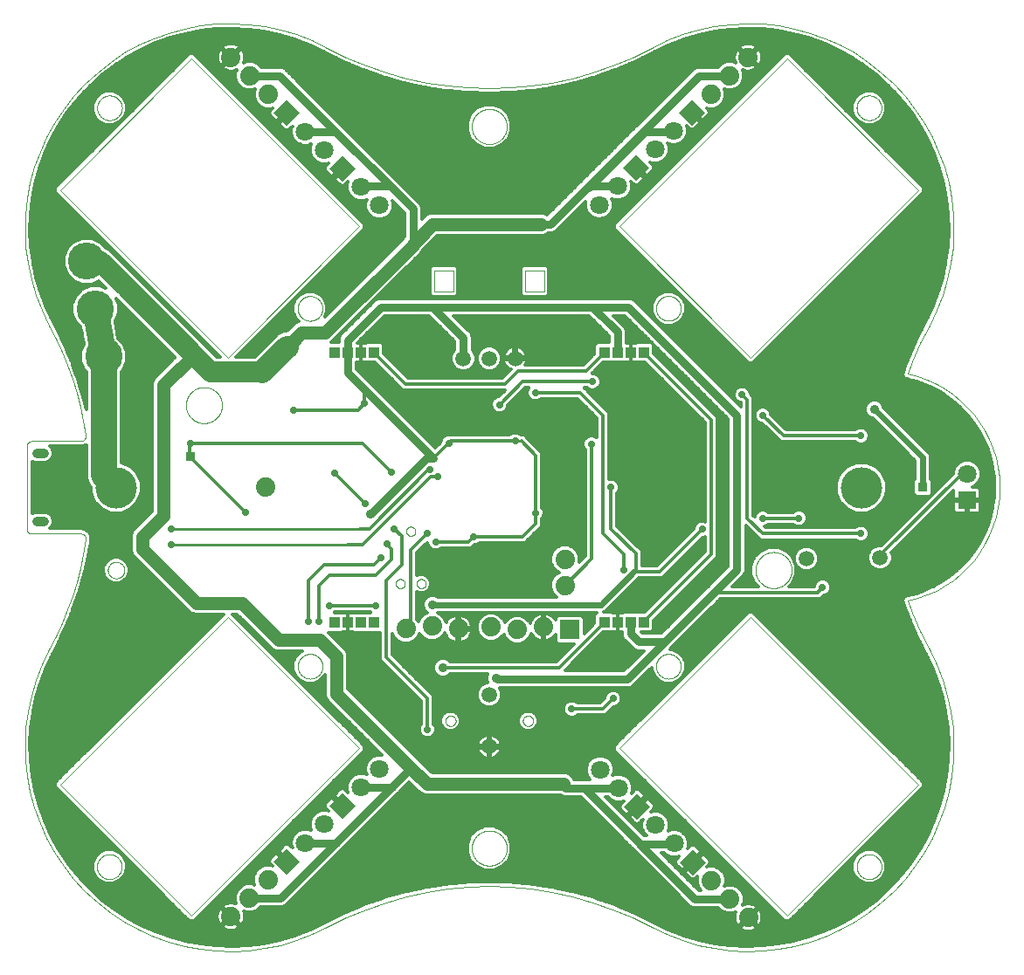
<source format=gbl>
G75*
%MOIN*%
%OFA0B0*%
%FSLAX25Y25*%
%IPPOS*%
%LPD*%
%AMOC8*
5,1,8,0,0,1.08239X$1,22.5*
%
%ADD10C,0.00000*%
%ADD11C,0.00394*%
%ADD12R,0.07400X0.07400*%
%ADD13C,0.07400*%
%ADD14C,0.15748*%
%ADD15C,0.14173*%
%ADD16C,0.00039*%
%ADD17C,0.03543*%
%ADD18R,0.04134X0.04134*%
%ADD19C,0.05906*%
%ADD20C,0.00197*%
%ADD21R,0.07087X0.07087*%
%ADD22C,0.07087*%
%ADD23R,0.07087X0.07087*%
%ADD24C,0.08600*%
%ADD25C,0.02775*%
%ADD26C,0.01181*%
%ADD27C,0.05118*%
%ADD28C,0.03150*%
%ADD29C,0.02362*%
%ADD30C,0.07874*%
%ADD31C,0.03562*%
%ADD32C,0.00984*%
%ADD33C,0.09843*%
%ADD34R,0.03562X0.03562*%
D10*
X0088126Y0065370D02*
X0088128Y0065507D01*
X0088134Y0065645D01*
X0088144Y0065782D01*
X0088158Y0065918D01*
X0088176Y0066055D01*
X0088198Y0066190D01*
X0088224Y0066325D01*
X0088253Y0066459D01*
X0088287Y0066593D01*
X0088324Y0066725D01*
X0088366Y0066856D01*
X0088411Y0066986D01*
X0088460Y0067114D01*
X0088512Y0067241D01*
X0088569Y0067366D01*
X0088628Y0067490D01*
X0088692Y0067612D01*
X0088759Y0067732D01*
X0088829Y0067850D01*
X0088903Y0067966D01*
X0088980Y0068080D01*
X0089061Y0068191D01*
X0089144Y0068300D01*
X0089231Y0068407D01*
X0089321Y0068510D01*
X0089414Y0068612D01*
X0089510Y0068710D01*
X0089608Y0068806D01*
X0089710Y0068899D01*
X0089813Y0068989D01*
X0089920Y0069076D01*
X0090029Y0069159D01*
X0090140Y0069240D01*
X0090254Y0069317D01*
X0090370Y0069391D01*
X0090488Y0069461D01*
X0090608Y0069528D01*
X0090730Y0069592D01*
X0090854Y0069651D01*
X0090979Y0069708D01*
X0091106Y0069760D01*
X0091234Y0069809D01*
X0091364Y0069854D01*
X0091495Y0069896D01*
X0091627Y0069933D01*
X0091761Y0069967D01*
X0091895Y0069996D01*
X0092030Y0070022D01*
X0092165Y0070044D01*
X0092302Y0070062D01*
X0092438Y0070076D01*
X0092575Y0070086D01*
X0092713Y0070092D01*
X0092850Y0070094D01*
X0092987Y0070092D01*
X0093125Y0070086D01*
X0093262Y0070076D01*
X0093398Y0070062D01*
X0093535Y0070044D01*
X0093670Y0070022D01*
X0093805Y0069996D01*
X0093939Y0069967D01*
X0094073Y0069933D01*
X0094205Y0069896D01*
X0094336Y0069854D01*
X0094466Y0069809D01*
X0094594Y0069760D01*
X0094721Y0069708D01*
X0094846Y0069651D01*
X0094970Y0069592D01*
X0095092Y0069528D01*
X0095212Y0069461D01*
X0095330Y0069391D01*
X0095446Y0069317D01*
X0095560Y0069240D01*
X0095671Y0069159D01*
X0095780Y0069076D01*
X0095887Y0068989D01*
X0095990Y0068899D01*
X0096092Y0068806D01*
X0096190Y0068710D01*
X0096286Y0068612D01*
X0096379Y0068510D01*
X0096469Y0068407D01*
X0096556Y0068300D01*
X0096639Y0068191D01*
X0096720Y0068080D01*
X0096797Y0067966D01*
X0096871Y0067850D01*
X0096941Y0067732D01*
X0097008Y0067612D01*
X0097072Y0067490D01*
X0097131Y0067366D01*
X0097188Y0067241D01*
X0097240Y0067114D01*
X0097289Y0066986D01*
X0097334Y0066856D01*
X0097376Y0066725D01*
X0097413Y0066593D01*
X0097447Y0066459D01*
X0097476Y0066325D01*
X0097502Y0066190D01*
X0097524Y0066055D01*
X0097542Y0065918D01*
X0097556Y0065782D01*
X0097566Y0065645D01*
X0097572Y0065507D01*
X0097574Y0065370D01*
X0097572Y0065233D01*
X0097566Y0065095D01*
X0097556Y0064958D01*
X0097542Y0064822D01*
X0097524Y0064685D01*
X0097502Y0064550D01*
X0097476Y0064415D01*
X0097447Y0064281D01*
X0097413Y0064147D01*
X0097376Y0064015D01*
X0097334Y0063884D01*
X0097289Y0063754D01*
X0097240Y0063626D01*
X0097188Y0063499D01*
X0097131Y0063374D01*
X0097072Y0063250D01*
X0097008Y0063128D01*
X0096941Y0063008D01*
X0096871Y0062890D01*
X0096797Y0062774D01*
X0096720Y0062660D01*
X0096639Y0062549D01*
X0096556Y0062440D01*
X0096469Y0062333D01*
X0096379Y0062230D01*
X0096286Y0062128D01*
X0096190Y0062030D01*
X0096092Y0061934D01*
X0095990Y0061841D01*
X0095887Y0061751D01*
X0095780Y0061664D01*
X0095671Y0061581D01*
X0095560Y0061500D01*
X0095446Y0061423D01*
X0095330Y0061349D01*
X0095212Y0061279D01*
X0095092Y0061212D01*
X0094970Y0061148D01*
X0094846Y0061089D01*
X0094721Y0061032D01*
X0094594Y0060980D01*
X0094466Y0060931D01*
X0094336Y0060886D01*
X0094205Y0060844D01*
X0094073Y0060807D01*
X0093939Y0060773D01*
X0093805Y0060744D01*
X0093670Y0060718D01*
X0093535Y0060696D01*
X0093398Y0060678D01*
X0093262Y0060664D01*
X0093125Y0060654D01*
X0092987Y0060648D01*
X0092850Y0060646D01*
X0092713Y0060648D01*
X0092575Y0060654D01*
X0092438Y0060664D01*
X0092302Y0060678D01*
X0092165Y0060696D01*
X0092030Y0060718D01*
X0091895Y0060744D01*
X0091761Y0060773D01*
X0091627Y0060807D01*
X0091495Y0060844D01*
X0091364Y0060886D01*
X0091234Y0060931D01*
X0091106Y0060980D01*
X0090979Y0061032D01*
X0090854Y0061089D01*
X0090730Y0061148D01*
X0090608Y0061212D01*
X0090488Y0061279D01*
X0090370Y0061349D01*
X0090254Y0061423D01*
X0090140Y0061500D01*
X0090029Y0061581D01*
X0089920Y0061664D01*
X0089813Y0061751D01*
X0089710Y0061841D01*
X0089608Y0061934D01*
X0089510Y0062030D01*
X0089414Y0062128D01*
X0089321Y0062230D01*
X0089231Y0062333D01*
X0089144Y0062440D01*
X0089061Y0062549D01*
X0088980Y0062660D01*
X0088903Y0062774D01*
X0088829Y0062890D01*
X0088759Y0063008D01*
X0088692Y0063128D01*
X0088628Y0063250D01*
X0088569Y0063374D01*
X0088512Y0063499D01*
X0088460Y0063626D01*
X0088411Y0063754D01*
X0088366Y0063884D01*
X0088324Y0064015D01*
X0088287Y0064147D01*
X0088253Y0064281D01*
X0088224Y0064415D01*
X0088198Y0064550D01*
X0088176Y0064685D01*
X0088158Y0064822D01*
X0088144Y0064958D01*
X0088134Y0065095D01*
X0088128Y0065233D01*
X0088126Y0065370D01*
X0164741Y0141906D02*
X0164743Y0142043D01*
X0164749Y0142181D01*
X0164759Y0142318D01*
X0164773Y0142454D01*
X0164791Y0142591D01*
X0164813Y0142726D01*
X0164839Y0142861D01*
X0164868Y0142995D01*
X0164902Y0143129D01*
X0164939Y0143261D01*
X0164981Y0143392D01*
X0165026Y0143522D01*
X0165075Y0143650D01*
X0165127Y0143777D01*
X0165184Y0143902D01*
X0165243Y0144026D01*
X0165307Y0144148D01*
X0165374Y0144268D01*
X0165444Y0144386D01*
X0165518Y0144502D01*
X0165595Y0144616D01*
X0165676Y0144727D01*
X0165759Y0144836D01*
X0165846Y0144943D01*
X0165936Y0145046D01*
X0166029Y0145148D01*
X0166125Y0145246D01*
X0166223Y0145342D01*
X0166325Y0145435D01*
X0166428Y0145525D01*
X0166535Y0145612D01*
X0166644Y0145695D01*
X0166755Y0145776D01*
X0166869Y0145853D01*
X0166985Y0145927D01*
X0167103Y0145997D01*
X0167223Y0146064D01*
X0167345Y0146128D01*
X0167469Y0146187D01*
X0167594Y0146244D01*
X0167721Y0146296D01*
X0167849Y0146345D01*
X0167979Y0146390D01*
X0168110Y0146432D01*
X0168242Y0146469D01*
X0168376Y0146503D01*
X0168510Y0146532D01*
X0168645Y0146558D01*
X0168780Y0146580D01*
X0168917Y0146598D01*
X0169053Y0146612D01*
X0169190Y0146622D01*
X0169328Y0146628D01*
X0169465Y0146630D01*
X0169602Y0146628D01*
X0169740Y0146622D01*
X0169877Y0146612D01*
X0170013Y0146598D01*
X0170150Y0146580D01*
X0170285Y0146558D01*
X0170420Y0146532D01*
X0170554Y0146503D01*
X0170688Y0146469D01*
X0170820Y0146432D01*
X0170951Y0146390D01*
X0171081Y0146345D01*
X0171209Y0146296D01*
X0171336Y0146244D01*
X0171461Y0146187D01*
X0171585Y0146128D01*
X0171707Y0146064D01*
X0171827Y0145997D01*
X0171945Y0145927D01*
X0172061Y0145853D01*
X0172175Y0145776D01*
X0172286Y0145695D01*
X0172395Y0145612D01*
X0172502Y0145525D01*
X0172605Y0145435D01*
X0172707Y0145342D01*
X0172805Y0145246D01*
X0172901Y0145148D01*
X0172994Y0145046D01*
X0173084Y0144943D01*
X0173171Y0144836D01*
X0173254Y0144727D01*
X0173335Y0144616D01*
X0173412Y0144502D01*
X0173486Y0144386D01*
X0173556Y0144268D01*
X0173623Y0144148D01*
X0173687Y0144026D01*
X0173746Y0143902D01*
X0173803Y0143777D01*
X0173855Y0143650D01*
X0173904Y0143522D01*
X0173949Y0143392D01*
X0173991Y0143261D01*
X0174028Y0143129D01*
X0174062Y0142995D01*
X0174091Y0142861D01*
X0174117Y0142726D01*
X0174139Y0142591D01*
X0174157Y0142454D01*
X0174171Y0142318D01*
X0174181Y0142181D01*
X0174187Y0142043D01*
X0174189Y0141906D01*
X0174187Y0141769D01*
X0174181Y0141631D01*
X0174171Y0141494D01*
X0174157Y0141358D01*
X0174139Y0141221D01*
X0174117Y0141086D01*
X0174091Y0140951D01*
X0174062Y0140817D01*
X0174028Y0140683D01*
X0173991Y0140551D01*
X0173949Y0140420D01*
X0173904Y0140290D01*
X0173855Y0140162D01*
X0173803Y0140035D01*
X0173746Y0139910D01*
X0173687Y0139786D01*
X0173623Y0139664D01*
X0173556Y0139544D01*
X0173486Y0139426D01*
X0173412Y0139310D01*
X0173335Y0139196D01*
X0173254Y0139085D01*
X0173171Y0138976D01*
X0173084Y0138869D01*
X0172994Y0138766D01*
X0172901Y0138664D01*
X0172805Y0138566D01*
X0172707Y0138470D01*
X0172605Y0138377D01*
X0172502Y0138287D01*
X0172395Y0138200D01*
X0172286Y0138117D01*
X0172175Y0138036D01*
X0172061Y0137959D01*
X0171945Y0137885D01*
X0171827Y0137815D01*
X0171707Y0137748D01*
X0171585Y0137684D01*
X0171461Y0137625D01*
X0171336Y0137568D01*
X0171209Y0137516D01*
X0171081Y0137467D01*
X0170951Y0137422D01*
X0170820Y0137380D01*
X0170688Y0137343D01*
X0170554Y0137309D01*
X0170420Y0137280D01*
X0170285Y0137254D01*
X0170150Y0137232D01*
X0170013Y0137214D01*
X0169877Y0137200D01*
X0169740Y0137190D01*
X0169602Y0137184D01*
X0169465Y0137182D01*
X0169328Y0137184D01*
X0169190Y0137190D01*
X0169053Y0137200D01*
X0168917Y0137214D01*
X0168780Y0137232D01*
X0168645Y0137254D01*
X0168510Y0137280D01*
X0168376Y0137309D01*
X0168242Y0137343D01*
X0168110Y0137380D01*
X0167979Y0137422D01*
X0167849Y0137467D01*
X0167721Y0137516D01*
X0167594Y0137568D01*
X0167469Y0137625D01*
X0167345Y0137684D01*
X0167223Y0137748D01*
X0167103Y0137815D01*
X0166985Y0137885D01*
X0166869Y0137959D01*
X0166755Y0138036D01*
X0166644Y0138117D01*
X0166535Y0138200D01*
X0166428Y0138287D01*
X0166325Y0138377D01*
X0166223Y0138470D01*
X0166125Y0138566D01*
X0166029Y0138664D01*
X0165936Y0138766D01*
X0165846Y0138869D01*
X0165759Y0138976D01*
X0165676Y0139085D01*
X0165595Y0139196D01*
X0165518Y0139310D01*
X0165444Y0139426D01*
X0165374Y0139544D01*
X0165307Y0139664D01*
X0165243Y0139786D01*
X0165184Y0139910D01*
X0165127Y0140035D01*
X0165075Y0140162D01*
X0165026Y0140290D01*
X0164981Y0140420D01*
X0164939Y0140551D01*
X0164902Y0140683D01*
X0164868Y0140817D01*
X0164839Y0140951D01*
X0164813Y0141086D01*
X0164791Y0141221D01*
X0164773Y0141358D01*
X0164759Y0141494D01*
X0164749Y0141631D01*
X0164743Y0141769D01*
X0164741Y0141906D01*
X0202140Y0173471D02*
X0202142Y0173554D01*
X0202148Y0173637D01*
X0202158Y0173720D01*
X0202172Y0173802D01*
X0202189Y0173884D01*
X0202211Y0173964D01*
X0202236Y0174043D01*
X0202265Y0174121D01*
X0202298Y0174198D01*
X0202335Y0174273D01*
X0202374Y0174346D01*
X0202418Y0174417D01*
X0202464Y0174486D01*
X0202514Y0174553D01*
X0202567Y0174617D01*
X0202623Y0174679D01*
X0202682Y0174738D01*
X0202744Y0174794D01*
X0202808Y0174847D01*
X0202875Y0174897D01*
X0202944Y0174943D01*
X0203015Y0174987D01*
X0203088Y0175026D01*
X0203163Y0175063D01*
X0203240Y0175096D01*
X0203318Y0175125D01*
X0203397Y0175150D01*
X0203477Y0175172D01*
X0203559Y0175189D01*
X0203641Y0175203D01*
X0203724Y0175213D01*
X0203807Y0175219D01*
X0203890Y0175221D01*
X0203973Y0175219D01*
X0204056Y0175213D01*
X0204139Y0175203D01*
X0204221Y0175189D01*
X0204303Y0175172D01*
X0204383Y0175150D01*
X0204462Y0175125D01*
X0204540Y0175096D01*
X0204617Y0175063D01*
X0204692Y0175026D01*
X0204765Y0174987D01*
X0204836Y0174943D01*
X0204905Y0174897D01*
X0204972Y0174847D01*
X0205036Y0174794D01*
X0205098Y0174738D01*
X0205157Y0174679D01*
X0205213Y0174617D01*
X0205266Y0174553D01*
X0205316Y0174486D01*
X0205362Y0174417D01*
X0205406Y0174346D01*
X0205445Y0174273D01*
X0205482Y0174198D01*
X0205515Y0174121D01*
X0205544Y0174043D01*
X0205569Y0173964D01*
X0205591Y0173884D01*
X0205608Y0173802D01*
X0205622Y0173720D01*
X0205632Y0173637D01*
X0205638Y0173554D01*
X0205640Y0173471D01*
X0205638Y0173388D01*
X0205632Y0173305D01*
X0205622Y0173222D01*
X0205608Y0173140D01*
X0205591Y0173058D01*
X0205569Y0172978D01*
X0205544Y0172899D01*
X0205515Y0172821D01*
X0205482Y0172744D01*
X0205445Y0172669D01*
X0205406Y0172596D01*
X0205362Y0172525D01*
X0205316Y0172456D01*
X0205266Y0172389D01*
X0205213Y0172325D01*
X0205157Y0172263D01*
X0205098Y0172204D01*
X0205036Y0172148D01*
X0204972Y0172095D01*
X0204905Y0172045D01*
X0204836Y0171999D01*
X0204765Y0171955D01*
X0204692Y0171916D01*
X0204617Y0171879D01*
X0204540Y0171846D01*
X0204462Y0171817D01*
X0204383Y0171792D01*
X0204303Y0171770D01*
X0204221Y0171753D01*
X0204139Y0171739D01*
X0204056Y0171729D01*
X0203973Y0171723D01*
X0203890Y0171721D01*
X0203807Y0171723D01*
X0203724Y0171729D01*
X0203641Y0171739D01*
X0203559Y0171753D01*
X0203477Y0171770D01*
X0203397Y0171792D01*
X0203318Y0171817D01*
X0203240Y0171846D01*
X0203163Y0171879D01*
X0203088Y0171916D01*
X0203015Y0171955D01*
X0202944Y0171999D01*
X0202875Y0172045D01*
X0202808Y0172095D01*
X0202744Y0172148D01*
X0202682Y0172204D01*
X0202623Y0172263D01*
X0202567Y0172325D01*
X0202514Y0172389D01*
X0202464Y0172456D01*
X0202418Y0172525D01*
X0202374Y0172596D01*
X0202335Y0172669D01*
X0202298Y0172744D01*
X0202265Y0172821D01*
X0202236Y0172899D01*
X0202211Y0172978D01*
X0202189Y0173058D01*
X0202172Y0173140D01*
X0202158Y0173222D01*
X0202148Y0173305D01*
X0202142Y0173388D01*
X0202140Y0173471D01*
X0210140Y0173471D02*
X0210142Y0173554D01*
X0210148Y0173637D01*
X0210158Y0173720D01*
X0210172Y0173802D01*
X0210189Y0173884D01*
X0210211Y0173964D01*
X0210236Y0174043D01*
X0210265Y0174121D01*
X0210298Y0174198D01*
X0210335Y0174273D01*
X0210374Y0174346D01*
X0210418Y0174417D01*
X0210464Y0174486D01*
X0210514Y0174553D01*
X0210567Y0174617D01*
X0210623Y0174679D01*
X0210682Y0174738D01*
X0210744Y0174794D01*
X0210808Y0174847D01*
X0210875Y0174897D01*
X0210944Y0174943D01*
X0211015Y0174987D01*
X0211088Y0175026D01*
X0211163Y0175063D01*
X0211240Y0175096D01*
X0211318Y0175125D01*
X0211397Y0175150D01*
X0211477Y0175172D01*
X0211559Y0175189D01*
X0211641Y0175203D01*
X0211724Y0175213D01*
X0211807Y0175219D01*
X0211890Y0175221D01*
X0211973Y0175219D01*
X0212056Y0175213D01*
X0212139Y0175203D01*
X0212221Y0175189D01*
X0212303Y0175172D01*
X0212383Y0175150D01*
X0212462Y0175125D01*
X0212540Y0175096D01*
X0212617Y0175063D01*
X0212692Y0175026D01*
X0212765Y0174987D01*
X0212836Y0174943D01*
X0212905Y0174897D01*
X0212972Y0174847D01*
X0213036Y0174794D01*
X0213098Y0174738D01*
X0213157Y0174679D01*
X0213213Y0174617D01*
X0213266Y0174553D01*
X0213316Y0174486D01*
X0213362Y0174417D01*
X0213406Y0174346D01*
X0213445Y0174273D01*
X0213482Y0174198D01*
X0213515Y0174121D01*
X0213544Y0174043D01*
X0213569Y0173964D01*
X0213591Y0173884D01*
X0213608Y0173802D01*
X0213622Y0173720D01*
X0213632Y0173637D01*
X0213638Y0173554D01*
X0213640Y0173471D01*
X0213638Y0173388D01*
X0213632Y0173305D01*
X0213622Y0173222D01*
X0213608Y0173140D01*
X0213591Y0173058D01*
X0213569Y0172978D01*
X0213544Y0172899D01*
X0213515Y0172821D01*
X0213482Y0172744D01*
X0213445Y0172669D01*
X0213406Y0172596D01*
X0213362Y0172525D01*
X0213316Y0172456D01*
X0213266Y0172389D01*
X0213213Y0172325D01*
X0213157Y0172263D01*
X0213098Y0172204D01*
X0213036Y0172148D01*
X0212972Y0172095D01*
X0212905Y0172045D01*
X0212836Y0171999D01*
X0212765Y0171955D01*
X0212692Y0171916D01*
X0212617Y0171879D01*
X0212540Y0171846D01*
X0212462Y0171817D01*
X0212383Y0171792D01*
X0212303Y0171770D01*
X0212221Y0171753D01*
X0212139Y0171739D01*
X0212056Y0171729D01*
X0211973Y0171723D01*
X0211890Y0171721D01*
X0211807Y0171723D01*
X0211724Y0171729D01*
X0211641Y0171739D01*
X0211559Y0171753D01*
X0211477Y0171770D01*
X0211397Y0171792D01*
X0211318Y0171817D01*
X0211240Y0171846D01*
X0211163Y0171879D01*
X0211088Y0171916D01*
X0211015Y0171955D01*
X0210944Y0171999D01*
X0210875Y0172045D01*
X0210808Y0172095D01*
X0210744Y0172148D01*
X0210682Y0172204D01*
X0210623Y0172263D01*
X0210567Y0172325D01*
X0210514Y0172389D01*
X0210464Y0172456D01*
X0210418Y0172525D01*
X0210374Y0172596D01*
X0210335Y0172669D01*
X0210298Y0172744D01*
X0210265Y0172821D01*
X0210236Y0172899D01*
X0210211Y0172978D01*
X0210189Y0173058D01*
X0210172Y0173140D01*
X0210158Y0173222D01*
X0210148Y0173305D01*
X0210142Y0173388D01*
X0210140Y0173471D01*
X0206140Y0193471D02*
X0206142Y0193554D01*
X0206148Y0193637D01*
X0206158Y0193720D01*
X0206172Y0193802D01*
X0206189Y0193884D01*
X0206211Y0193964D01*
X0206236Y0194043D01*
X0206265Y0194121D01*
X0206298Y0194198D01*
X0206335Y0194273D01*
X0206374Y0194346D01*
X0206418Y0194417D01*
X0206464Y0194486D01*
X0206514Y0194553D01*
X0206567Y0194617D01*
X0206623Y0194679D01*
X0206682Y0194738D01*
X0206744Y0194794D01*
X0206808Y0194847D01*
X0206875Y0194897D01*
X0206944Y0194943D01*
X0207015Y0194987D01*
X0207088Y0195026D01*
X0207163Y0195063D01*
X0207240Y0195096D01*
X0207318Y0195125D01*
X0207397Y0195150D01*
X0207477Y0195172D01*
X0207559Y0195189D01*
X0207641Y0195203D01*
X0207724Y0195213D01*
X0207807Y0195219D01*
X0207890Y0195221D01*
X0207973Y0195219D01*
X0208056Y0195213D01*
X0208139Y0195203D01*
X0208221Y0195189D01*
X0208303Y0195172D01*
X0208383Y0195150D01*
X0208462Y0195125D01*
X0208540Y0195096D01*
X0208617Y0195063D01*
X0208692Y0195026D01*
X0208765Y0194987D01*
X0208836Y0194943D01*
X0208905Y0194897D01*
X0208972Y0194847D01*
X0209036Y0194794D01*
X0209098Y0194738D01*
X0209157Y0194679D01*
X0209213Y0194617D01*
X0209266Y0194553D01*
X0209316Y0194486D01*
X0209362Y0194417D01*
X0209406Y0194346D01*
X0209445Y0194273D01*
X0209482Y0194198D01*
X0209515Y0194121D01*
X0209544Y0194043D01*
X0209569Y0193964D01*
X0209591Y0193884D01*
X0209608Y0193802D01*
X0209622Y0193720D01*
X0209632Y0193637D01*
X0209638Y0193554D01*
X0209640Y0193471D01*
X0209638Y0193388D01*
X0209632Y0193305D01*
X0209622Y0193222D01*
X0209608Y0193140D01*
X0209591Y0193058D01*
X0209569Y0192978D01*
X0209544Y0192899D01*
X0209515Y0192821D01*
X0209482Y0192744D01*
X0209445Y0192669D01*
X0209406Y0192596D01*
X0209362Y0192525D01*
X0209316Y0192456D01*
X0209266Y0192389D01*
X0209213Y0192325D01*
X0209157Y0192263D01*
X0209098Y0192204D01*
X0209036Y0192148D01*
X0208972Y0192095D01*
X0208905Y0192045D01*
X0208836Y0191999D01*
X0208765Y0191955D01*
X0208692Y0191916D01*
X0208617Y0191879D01*
X0208540Y0191846D01*
X0208462Y0191817D01*
X0208383Y0191792D01*
X0208303Y0191770D01*
X0208221Y0191753D01*
X0208139Y0191739D01*
X0208056Y0191729D01*
X0207973Y0191723D01*
X0207890Y0191721D01*
X0207807Y0191723D01*
X0207724Y0191729D01*
X0207641Y0191739D01*
X0207559Y0191753D01*
X0207477Y0191770D01*
X0207397Y0191792D01*
X0207318Y0191817D01*
X0207240Y0191846D01*
X0207163Y0191879D01*
X0207088Y0191916D01*
X0207015Y0191955D01*
X0206944Y0191999D01*
X0206875Y0192045D01*
X0206808Y0192095D01*
X0206744Y0192148D01*
X0206682Y0192204D01*
X0206623Y0192263D01*
X0206567Y0192325D01*
X0206514Y0192389D01*
X0206464Y0192456D01*
X0206418Y0192525D01*
X0206374Y0192596D01*
X0206335Y0192669D01*
X0206298Y0192744D01*
X0206265Y0192821D01*
X0206236Y0192899D01*
X0206211Y0192978D01*
X0206189Y0193058D01*
X0206172Y0193140D01*
X0206158Y0193222D01*
X0206148Y0193305D01*
X0206142Y0193388D01*
X0206140Y0193471D01*
X0122063Y0241630D02*
X0122065Y0241799D01*
X0122071Y0241968D01*
X0122082Y0242137D01*
X0122096Y0242305D01*
X0122115Y0242473D01*
X0122138Y0242641D01*
X0122164Y0242808D01*
X0122195Y0242974D01*
X0122230Y0243140D01*
X0122269Y0243304D01*
X0122313Y0243468D01*
X0122360Y0243630D01*
X0122411Y0243791D01*
X0122466Y0243951D01*
X0122525Y0244110D01*
X0122587Y0244267D01*
X0122654Y0244422D01*
X0122725Y0244576D01*
X0122799Y0244728D01*
X0122877Y0244878D01*
X0122958Y0245026D01*
X0123043Y0245172D01*
X0123132Y0245316D01*
X0123224Y0245458D01*
X0123320Y0245597D01*
X0123419Y0245734D01*
X0123521Y0245869D01*
X0123627Y0246001D01*
X0123736Y0246130D01*
X0123848Y0246257D01*
X0123963Y0246381D01*
X0124081Y0246502D01*
X0124202Y0246620D01*
X0124326Y0246735D01*
X0124453Y0246847D01*
X0124582Y0246956D01*
X0124714Y0247062D01*
X0124849Y0247164D01*
X0124986Y0247263D01*
X0125125Y0247359D01*
X0125267Y0247451D01*
X0125411Y0247540D01*
X0125557Y0247625D01*
X0125705Y0247706D01*
X0125855Y0247784D01*
X0126007Y0247858D01*
X0126161Y0247929D01*
X0126316Y0247996D01*
X0126473Y0248058D01*
X0126632Y0248117D01*
X0126792Y0248172D01*
X0126953Y0248223D01*
X0127115Y0248270D01*
X0127279Y0248314D01*
X0127443Y0248353D01*
X0127609Y0248388D01*
X0127775Y0248419D01*
X0127942Y0248445D01*
X0128110Y0248468D01*
X0128278Y0248487D01*
X0128446Y0248501D01*
X0128615Y0248512D01*
X0128784Y0248518D01*
X0128953Y0248520D01*
X0129122Y0248518D01*
X0129291Y0248512D01*
X0129460Y0248501D01*
X0129628Y0248487D01*
X0129796Y0248468D01*
X0129964Y0248445D01*
X0130131Y0248419D01*
X0130297Y0248388D01*
X0130463Y0248353D01*
X0130627Y0248314D01*
X0130791Y0248270D01*
X0130953Y0248223D01*
X0131114Y0248172D01*
X0131274Y0248117D01*
X0131433Y0248058D01*
X0131590Y0247996D01*
X0131745Y0247929D01*
X0131899Y0247858D01*
X0132051Y0247784D01*
X0132201Y0247706D01*
X0132349Y0247625D01*
X0132495Y0247540D01*
X0132639Y0247451D01*
X0132781Y0247359D01*
X0132920Y0247263D01*
X0133057Y0247164D01*
X0133192Y0247062D01*
X0133324Y0246956D01*
X0133453Y0246847D01*
X0133580Y0246735D01*
X0133704Y0246620D01*
X0133825Y0246502D01*
X0133943Y0246381D01*
X0134058Y0246257D01*
X0134170Y0246130D01*
X0134279Y0246001D01*
X0134385Y0245869D01*
X0134487Y0245734D01*
X0134586Y0245597D01*
X0134682Y0245458D01*
X0134774Y0245316D01*
X0134863Y0245172D01*
X0134948Y0245026D01*
X0135029Y0244878D01*
X0135107Y0244728D01*
X0135181Y0244576D01*
X0135252Y0244422D01*
X0135319Y0244267D01*
X0135381Y0244110D01*
X0135440Y0243951D01*
X0135495Y0243791D01*
X0135546Y0243630D01*
X0135593Y0243468D01*
X0135637Y0243304D01*
X0135676Y0243140D01*
X0135711Y0242974D01*
X0135742Y0242808D01*
X0135768Y0242641D01*
X0135791Y0242473D01*
X0135810Y0242305D01*
X0135824Y0242137D01*
X0135835Y0241968D01*
X0135841Y0241799D01*
X0135843Y0241630D01*
X0135841Y0241461D01*
X0135835Y0241292D01*
X0135824Y0241123D01*
X0135810Y0240955D01*
X0135791Y0240787D01*
X0135768Y0240619D01*
X0135742Y0240452D01*
X0135711Y0240286D01*
X0135676Y0240120D01*
X0135637Y0239956D01*
X0135593Y0239792D01*
X0135546Y0239630D01*
X0135495Y0239469D01*
X0135440Y0239309D01*
X0135381Y0239150D01*
X0135319Y0238993D01*
X0135252Y0238838D01*
X0135181Y0238684D01*
X0135107Y0238532D01*
X0135029Y0238382D01*
X0134948Y0238234D01*
X0134863Y0238088D01*
X0134774Y0237944D01*
X0134682Y0237802D01*
X0134586Y0237663D01*
X0134487Y0237526D01*
X0134385Y0237391D01*
X0134279Y0237259D01*
X0134170Y0237130D01*
X0134058Y0237003D01*
X0133943Y0236879D01*
X0133825Y0236758D01*
X0133704Y0236640D01*
X0133580Y0236525D01*
X0133453Y0236413D01*
X0133324Y0236304D01*
X0133192Y0236198D01*
X0133057Y0236096D01*
X0132920Y0235997D01*
X0132781Y0235901D01*
X0132639Y0235809D01*
X0132495Y0235720D01*
X0132349Y0235635D01*
X0132201Y0235554D01*
X0132051Y0235476D01*
X0131899Y0235402D01*
X0131745Y0235331D01*
X0131590Y0235264D01*
X0131433Y0235202D01*
X0131274Y0235143D01*
X0131114Y0235088D01*
X0130953Y0235037D01*
X0130791Y0234990D01*
X0130627Y0234946D01*
X0130463Y0234907D01*
X0130297Y0234872D01*
X0130131Y0234841D01*
X0129964Y0234815D01*
X0129796Y0234792D01*
X0129628Y0234773D01*
X0129460Y0234759D01*
X0129291Y0234748D01*
X0129122Y0234742D01*
X0128953Y0234740D01*
X0128784Y0234742D01*
X0128615Y0234748D01*
X0128446Y0234759D01*
X0128278Y0234773D01*
X0128110Y0234792D01*
X0127942Y0234815D01*
X0127775Y0234841D01*
X0127609Y0234872D01*
X0127443Y0234907D01*
X0127279Y0234946D01*
X0127115Y0234990D01*
X0126953Y0235037D01*
X0126792Y0235088D01*
X0126632Y0235143D01*
X0126473Y0235202D01*
X0126316Y0235264D01*
X0126161Y0235331D01*
X0126007Y0235402D01*
X0125855Y0235476D01*
X0125705Y0235554D01*
X0125557Y0235635D01*
X0125411Y0235720D01*
X0125267Y0235809D01*
X0125125Y0235901D01*
X0124986Y0235997D01*
X0124849Y0236096D01*
X0124714Y0236198D01*
X0124582Y0236304D01*
X0124453Y0236413D01*
X0124326Y0236525D01*
X0124202Y0236640D01*
X0124081Y0236758D01*
X0123963Y0236879D01*
X0123848Y0237003D01*
X0123736Y0237130D01*
X0123627Y0237259D01*
X0123521Y0237391D01*
X0123419Y0237526D01*
X0123320Y0237663D01*
X0123224Y0237802D01*
X0123132Y0237944D01*
X0123043Y0238088D01*
X0122958Y0238234D01*
X0122877Y0238382D01*
X0122799Y0238532D01*
X0122725Y0238684D01*
X0122654Y0238838D01*
X0122587Y0238993D01*
X0122525Y0239150D01*
X0122466Y0239309D01*
X0122411Y0239469D01*
X0122360Y0239630D01*
X0122313Y0239792D01*
X0122269Y0239956D01*
X0122230Y0240120D01*
X0122195Y0240286D01*
X0122164Y0240452D01*
X0122138Y0240619D01*
X0122115Y0240787D01*
X0122096Y0240955D01*
X0122082Y0241123D01*
X0122071Y0241292D01*
X0122065Y0241461D01*
X0122063Y0241630D01*
X0164701Y0278559D02*
X0164703Y0278696D01*
X0164709Y0278834D01*
X0164719Y0278971D01*
X0164733Y0279107D01*
X0164751Y0279244D01*
X0164773Y0279379D01*
X0164799Y0279514D01*
X0164828Y0279648D01*
X0164862Y0279782D01*
X0164899Y0279914D01*
X0164941Y0280045D01*
X0164986Y0280175D01*
X0165035Y0280303D01*
X0165087Y0280430D01*
X0165144Y0280555D01*
X0165203Y0280679D01*
X0165267Y0280801D01*
X0165334Y0280921D01*
X0165404Y0281039D01*
X0165478Y0281155D01*
X0165555Y0281269D01*
X0165636Y0281380D01*
X0165719Y0281489D01*
X0165806Y0281596D01*
X0165896Y0281699D01*
X0165989Y0281801D01*
X0166085Y0281899D01*
X0166183Y0281995D01*
X0166285Y0282088D01*
X0166388Y0282178D01*
X0166495Y0282265D01*
X0166604Y0282348D01*
X0166715Y0282429D01*
X0166829Y0282506D01*
X0166945Y0282580D01*
X0167063Y0282650D01*
X0167183Y0282717D01*
X0167305Y0282781D01*
X0167429Y0282840D01*
X0167554Y0282897D01*
X0167681Y0282949D01*
X0167809Y0282998D01*
X0167939Y0283043D01*
X0168070Y0283085D01*
X0168202Y0283122D01*
X0168336Y0283156D01*
X0168470Y0283185D01*
X0168605Y0283211D01*
X0168740Y0283233D01*
X0168877Y0283251D01*
X0169013Y0283265D01*
X0169150Y0283275D01*
X0169288Y0283281D01*
X0169425Y0283283D01*
X0169562Y0283281D01*
X0169700Y0283275D01*
X0169837Y0283265D01*
X0169973Y0283251D01*
X0170110Y0283233D01*
X0170245Y0283211D01*
X0170380Y0283185D01*
X0170514Y0283156D01*
X0170648Y0283122D01*
X0170780Y0283085D01*
X0170911Y0283043D01*
X0171041Y0282998D01*
X0171169Y0282949D01*
X0171296Y0282897D01*
X0171421Y0282840D01*
X0171545Y0282781D01*
X0171667Y0282717D01*
X0171787Y0282650D01*
X0171905Y0282580D01*
X0172021Y0282506D01*
X0172135Y0282429D01*
X0172246Y0282348D01*
X0172355Y0282265D01*
X0172462Y0282178D01*
X0172565Y0282088D01*
X0172667Y0281995D01*
X0172765Y0281899D01*
X0172861Y0281801D01*
X0172954Y0281699D01*
X0173044Y0281596D01*
X0173131Y0281489D01*
X0173214Y0281380D01*
X0173295Y0281269D01*
X0173372Y0281155D01*
X0173446Y0281039D01*
X0173516Y0280921D01*
X0173583Y0280801D01*
X0173647Y0280679D01*
X0173706Y0280555D01*
X0173763Y0280430D01*
X0173815Y0280303D01*
X0173864Y0280175D01*
X0173909Y0280045D01*
X0173951Y0279914D01*
X0173988Y0279782D01*
X0174022Y0279648D01*
X0174051Y0279514D01*
X0174077Y0279379D01*
X0174099Y0279244D01*
X0174117Y0279107D01*
X0174131Y0278971D01*
X0174141Y0278834D01*
X0174147Y0278696D01*
X0174149Y0278559D01*
X0174147Y0278422D01*
X0174141Y0278284D01*
X0174131Y0278147D01*
X0174117Y0278011D01*
X0174099Y0277874D01*
X0174077Y0277739D01*
X0174051Y0277604D01*
X0174022Y0277470D01*
X0173988Y0277336D01*
X0173951Y0277204D01*
X0173909Y0277073D01*
X0173864Y0276943D01*
X0173815Y0276815D01*
X0173763Y0276688D01*
X0173706Y0276563D01*
X0173647Y0276439D01*
X0173583Y0276317D01*
X0173516Y0276197D01*
X0173446Y0276079D01*
X0173372Y0275963D01*
X0173295Y0275849D01*
X0173214Y0275738D01*
X0173131Y0275629D01*
X0173044Y0275522D01*
X0172954Y0275419D01*
X0172861Y0275317D01*
X0172765Y0275219D01*
X0172667Y0275123D01*
X0172565Y0275030D01*
X0172462Y0274940D01*
X0172355Y0274853D01*
X0172246Y0274770D01*
X0172135Y0274689D01*
X0172021Y0274612D01*
X0171905Y0274538D01*
X0171787Y0274468D01*
X0171667Y0274401D01*
X0171545Y0274337D01*
X0171421Y0274278D01*
X0171296Y0274221D01*
X0171169Y0274169D01*
X0171041Y0274120D01*
X0170911Y0274075D01*
X0170780Y0274033D01*
X0170648Y0273996D01*
X0170514Y0273962D01*
X0170380Y0273933D01*
X0170245Y0273907D01*
X0170110Y0273885D01*
X0169973Y0273867D01*
X0169837Y0273853D01*
X0169700Y0273843D01*
X0169562Y0273837D01*
X0169425Y0273835D01*
X0169288Y0273837D01*
X0169150Y0273843D01*
X0169013Y0273853D01*
X0168877Y0273867D01*
X0168740Y0273885D01*
X0168605Y0273907D01*
X0168470Y0273933D01*
X0168336Y0273962D01*
X0168202Y0273996D01*
X0168070Y0274033D01*
X0167939Y0274075D01*
X0167809Y0274120D01*
X0167681Y0274169D01*
X0167554Y0274221D01*
X0167429Y0274278D01*
X0167305Y0274337D01*
X0167183Y0274401D01*
X0167063Y0274468D01*
X0166945Y0274538D01*
X0166829Y0274612D01*
X0166715Y0274689D01*
X0166604Y0274770D01*
X0166495Y0274853D01*
X0166388Y0274940D01*
X0166285Y0275030D01*
X0166183Y0275123D01*
X0166085Y0275219D01*
X0165989Y0275317D01*
X0165896Y0275419D01*
X0165806Y0275522D01*
X0165719Y0275629D01*
X0165636Y0275738D01*
X0165555Y0275849D01*
X0165478Y0275963D01*
X0165404Y0276079D01*
X0165334Y0276197D01*
X0165267Y0276317D01*
X0165203Y0276439D01*
X0165144Y0276563D01*
X0165087Y0276688D01*
X0165035Y0276815D01*
X0164986Y0276943D01*
X0164941Y0277073D01*
X0164899Y0277204D01*
X0164862Y0277336D01*
X0164828Y0277470D01*
X0164799Y0277604D01*
X0164773Y0277739D01*
X0164751Y0277874D01*
X0164733Y0278011D01*
X0164719Y0278147D01*
X0164709Y0278284D01*
X0164703Y0278422D01*
X0164701Y0278559D01*
X0231118Y0348047D02*
X0231120Y0348211D01*
X0231126Y0348375D01*
X0231136Y0348539D01*
X0231150Y0348703D01*
X0231168Y0348866D01*
X0231190Y0349029D01*
X0231217Y0349191D01*
X0231247Y0349353D01*
X0231281Y0349513D01*
X0231319Y0349673D01*
X0231360Y0349832D01*
X0231406Y0349990D01*
X0231456Y0350146D01*
X0231509Y0350302D01*
X0231566Y0350456D01*
X0231627Y0350608D01*
X0231692Y0350759D01*
X0231761Y0350909D01*
X0231833Y0351056D01*
X0231908Y0351202D01*
X0231988Y0351346D01*
X0232070Y0351488D01*
X0232156Y0351628D01*
X0232246Y0351765D01*
X0232339Y0351901D01*
X0232435Y0352034D01*
X0232535Y0352165D01*
X0232637Y0352293D01*
X0232743Y0352419D01*
X0232852Y0352542D01*
X0232964Y0352662D01*
X0233078Y0352780D01*
X0233196Y0352894D01*
X0233316Y0353006D01*
X0233439Y0353115D01*
X0233565Y0353221D01*
X0233693Y0353323D01*
X0233824Y0353423D01*
X0233957Y0353519D01*
X0234093Y0353612D01*
X0234230Y0353702D01*
X0234370Y0353788D01*
X0234512Y0353870D01*
X0234656Y0353950D01*
X0234802Y0354025D01*
X0234949Y0354097D01*
X0235099Y0354166D01*
X0235250Y0354231D01*
X0235402Y0354292D01*
X0235556Y0354349D01*
X0235712Y0354402D01*
X0235868Y0354452D01*
X0236026Y0354498D01*
X0236185Y0354539D01*
X0236345Y0354577D01*
X0236505Y0354611D01*
X0236667Y0354641D01*
X0236829Y0354668D01*
X0236992Y0354690D01*
X0237155Y0354708D01*
X0237319Y0354722D01*
X0237483Y0354732D01*
X0237647Y0354738D01*
X0237811Y0354740D01*
X0237975Y0354738D01*
X0238139Y0354732D01*
X0238303Y0354722D01*
X0238467Y0354708D01*
X0238630Y0354690D01*
X0238793Y0354668D01*
X0238955Y0354641D01*
X0239117Y0354611D01*
X0239277Y0354577D01*
X0239437Y0354539D01*
X0239596Y0354498D01*
X0239754Y0354452D01*
X0239910Y0354402D01*
X0240066Y0354349D01*
X0240220Y0354292D01*
X0240372Y0354231D01*
X0240523Y0354166D01*
X0240673Y0354097D01*
X0240820Y0354025D01*
X0240966Y0353950D01*
X0241110Y0353870D01*
X0241252Y0353788D01*
X0241392Y0353702D01*
X0241529Y0353612D01*
X0241665Y0353519D01*
X0241798Y0353423D01*
X0241929Y0353323D01*
X0242057Y0353221D01*
X0242183Y0353115D01*
X0242306Y0353006D01*
X0242426Y0352894D01*
X0242544Y0352780D01*
X0242658Y0352662D01*
X0242770Y0352542D01*
X0242879Y0352419D01*
X0242985Y0352293D01*
X0243087Y0352165D01*
X0243187Y0352034D01*
X0243283Y0351901D01*
X0243376Y0351765D01*
X0243466Y0351628D01*
X0243552Y0351488D01*
X0243634Y0351346D01*
X0243714Y0351202D01*
X0243789Y0351056D01*
X0243861Y0350909D01*
X0243930Y0350759D01*
X0243995Y0350608D01*
X0244056Y0350456D01*
X0244113Y0350302D01*
X0244166Y0350146D01*
X0244216Y0349990D01*
X0244262Y0349832D01*
X0244303Y0349673D01*
X0244341Y0349513D01*
X0244375Y0349353D01*
X0244405Y0349191D01*
X0244432Y0349029D01*
X0244454Y0348866D01*
X0244472Y0348703D01*
X0244486Y0348539D01*
X0244496Y0348375D01*
X0244502Y0348211D01*
X0244504Y0348047D01*
X0244502Y0347883D01*
X0244496Y0347719D01*
X0244486Y0347555D01*
X0244472Y0347391D01*
X0244454Y0347228D01*
X0244432Y0347065D01*
X0244405Y0346903D01*
X0244375Y0346741D01*
X0244341Y0346581D01*
X0244303Y0346421D01*
X0244262Y0346262D01*
X0244216Y0346104D01*
X0244166Y0345948D01*
X0244113Y0345792D01*
X0244056Y0345638D01*
X0243995Y0345486D01*
X0243930Y0345335D01*
X0243861Y0345185D01*
X0243789Y0345038D01*
X0243714Y0344892D01*
X0243634Y0344748D01*
X0243552Y0344606D01*
X0243466Y0344466D01*
X0243376Y0344329D01*
X0243283Y0344193D01*
X0243187Y0344060D01*
X0243087Y0343929D01*
X0242985Y0343801D01*
X0242879Y0343675D01*
X0242770Y0343552D01*
X0242658Y0343432D01*
X0242544Y0343314D01*
X0242426Y0343200D01*
X0242306Y0343088D01*
X0242183Y0342979D01*
X0242057Y0342873D01*
X0241929Y0342771D01*
X0241798Y0342671D01*
X0241665Y0342575D01*
X0241529Y0342482D01*
X0241392Y0342392D01*
X0241252Y0342306D01*
X0241110Y0342224D01*
X0240966Y0342144D01*
X0240820Y0342069D01*
X0240673Y0341997D01*
X0240523Y0341928D01*
X0240372Y0341863D01*
X0240220Y0341802D01*
X0240066Y0341745D01*
X0239910Y0341692D01*
X0239754Y0341642D01*
X0239596Y0341596D01*
X0239437Y0341555D01*
X0239277Y0341517D01*
X0239117Y0341483D01*
X0238955Y0341453D01*
X0238793Y0341426D01*
X0238630Y0341404D01*
X0238467Y0341386D01*
X0238303Y0341372D01*
X0238139Y0341362D01*
X0237975Y0341356D01*
X0237811Y0341354D01*
X0237647Y0341356D01*
X0237483Y0341362D01*
X0237319Y0341372D01*
X0237155Y0341386D01*
X0236992Y0341404D01*
X0236829Y0341426D01*
X0236667Y0341453D01*
X0236505Y0341483D01*
X0236345Y0341517D01*
X0236185Y0341555D01*
X0236026Y0341596D01*
X0235868Y0341642D01*
X0235712Y0341692D01*
X0235556Y0341745D01*
X0235402Y0341802D01*
X0235250Y0341863D01*
X0235099Y0341928D01*
X0234949Y0341997D01*
X0234802Y0342069D01*
X0234656Y0342144D01*
X0234512Y0342224D01*
X0234370Y0342306D01*
X0234230Y0342392D01*
X0234093Y0342482D01*
X0233957Y0342575D01*
X0233824Y0342671D01*
X0233693Y0342771D01*
X0233565Y0342873D01*
X0233439Y0342979D01*
X0233316Y0343088D01*
X0233196Y0343200D01*
X0233078Y0343314D01*
X0232964Y0343432D01*
X0232852Y0343552D01*
X0232743Y0343675D01*
X0232637Y0343801D01*
X0232535Y0343929D01*
X0232435Y0344060D01*
X0232339Y0344193D01*
X0232246Y0344329D01*
X0232156Y0344466D01*
X0232070Y0344606D01*
X0231988Y0344748D01*
X0231908Y0344892D01*
X0231833Y0345038D01*
X0231761Y0345185D01*
X0231692Y0345335D01*
X0231627Y0345486D01*
X0231566Y0345638D01*
X0231509Y0345792D01*
X0231456Y0345948D01*
X0231406Y0346104D01*
X0231360Y0346262D01*
X0231319Y0346421D01*
X0231281Y0346581D01*
X0231247Y0346741D01*
X0231217Y0346903D01*
X0231190Y0347065D01*
X0231168Y0347228D01*
X0231150Y0347391D01*
X0231136Y0347555D01*
X0231126Y0347719D01*
X0231120Y0347883D01*
X0231118Y0348047D01*
X0301433Y0278598D02*
X0301435Y0278735D01*
X0301441Y0278873D01*
X0301451Y0279010D01*
X0301465Y0279146D01*
X0301483Y0279283D01*
X0301505Y0279418D01*
X0301531Y0279553D01*
X0301560Y0279687D01*
X0301594Y0279821D01*
X0301631Y0279953D01*
X0301673Y0280084D01*
X0301718Y0280214D01*
X0301767Y0280342D01*
X0301819Y0280469D01*
X0301876Y0280594D01*
X0301935Y0280718D01*
X0301999Y0280840D01*
X0302066Y0280960D01*
X0302136Y0281078D01*
X0302210Y0281194D01*
X0302287Y0281308D01*
X0302368Y0281419D01*
X0302451Y0281528D01*
X0302538Y0281635D01*
X0302628Y0281738D01*
X0302721Y0281840D01*
X0302817Y0281938D01*
X0302915Y0282034D01*
X0303017Y0282127D01*
X0303120Y0282217D01*
X0303227Y0282304D01*
X0303336Y0282387D01*
X0303447Y0282468D01*
X0303561Y0282545D01*
X0303677Y0282619D01*
X0303795Y0282689D01*
X0303915Y0282756D01*
X0304037Y0282820D01*
X0304161Y0282879D01*
X0304286Y0282936D01*
X0304413Y0282988D01*
X0304541Y0283037D01*
X0304671Y0283082D01*
X0304802Y0283124D01*
X0304934Y0283161D01*
X0305068Y0283195D01*
X0305202Y0283224D01*
X0305337Y0283250D01*
X0305472Y0283272D01*
X0305609Y0283290D01*
X0305745Y0283304D01*
X0305882Y0283314D01*
X0306020Y0283320D01*
X0306157Y0283322D01*
X0306294Y0283320D01*
X0306432Y0283314D01*
X0306569Y0283304D01*
X0306705Y0283290D01*
X0306842Y0283272D01*
X0306977Y0283250D01*
X0307112Y0283224D01*
X0307246Y0283195D01*
X0307380Y0283161D01*
X0307512Y0283124D01*
X0307643Y0283082D01*
X0307773Y0283037D01*
X0307901Y0282988D01*
X0308028Y0282936D01*
X0308153Y0282879D01*
X0308277Y0282820D01*
X0308399Y0282756D01*
X0308519Y0282689D01*
X0308637Y0282619D01*
X0308753Y0282545D01*
X0308867Y0282468D01*
X0308978Y0282387D01*
X0309087Y0282304D01*
X0309194Y0282217D01*
X0309297Y0282127D01*
X0309399Y0282034D01*
X0309497Y0281938D01*
X0309593Y0281840D01*
X0309686Y0281738D01*
X0309776Y0281635D01*
X0309863Y0281528D01*
X0309946Y0281419D01*
X0310027Y0281308D01*
X0310104Y0281194D01*
X0310178Y0281078D01*
X0310248Y0280960D01*
X0310315Y0280840D01*
X0310379Y0280718D01*
X0310438Y0280594D01*
X0310495Y0280469D01*
X0310547Y0280342D01*
X0310596Y0280214D01*
X0310641Y0280084D01*
X0310683Y0279953D01*
X0310720Y0279821D01*
X0310754Y0279687D01*
X0310783Y0279553D01*
X0310809Y0279418D01*
X0310831Y0279283D01*
X0310849Y0279146D01*
X0310863Y0279010D01*
X0310873Y0278873D01*
X0310879Y0278735D01*
X0310881Y0278598D01*
X0310879Y0278461D01*
X0310873Y0278323D01*
X0310863Y0278186D01*
X0310849Y0278050D01*
X0310831Y0277913D01*
X0310809Y0277778D01*
X0310783Y0277643D01*
X0310754Y0277509D01*
X0310720Y0277375D01*
X0310683Y0277243D01*
X0310641Y0277112D01*
X0310596Y0276982D01*
X0310547Y0276854D01*
X0310495Y0276727D01*
X0310438Y0276602D01*
X0310379Y0276478D01*
X0310315Y0276356D01*
X0310248Y0276236D01*
X0310178Y0276118D01*
X0310104Y0276002D01*
X0310027Y0275888D01*
X0309946Y0275777D01*
X0309863Y0275668D01*
X0309776Y0275561D01*
X0309686Y0275458D01*
X0309593Y0275356D01*
X0309497Y0275258D01*
X0309399Y0275162D01*
X0309297Y0275069D01*
X0309194Y0274979D01*
X0309087Y0274892D01*
X0308978Y0274809D01*
X0308867Y0274728D01*
X0308753Y0274651D01*
X0308637Y0274577D01*
X0308519Y0274507D01*
X0308399Y0274440D01*
X0308277Y0274376D01*
X0308153Y0274317D01*
X0308028Y0274260D01*
X0307901Y0274208D01*
X0307773Y0274159D01*
X0307643Y0274114D01*
X0307512Y0274072D01*
X0307380Y0274035D01*
X0307246Y0274001D01*
X0307112Y0273972D01*
X0306977Y0273946D01*
X0306842Y0273924D01*
X0306705Y0273906D01*
X0306569Y0273892D01*
X0306432Y0273882D01*
X0306294Y0273876D01*
X0306157Y0273874D01*
X0306020Y0273876D01*
X0305882Y0273882D01*
X0305745Y0273892D01*
X0305609Y0273906D01*
X0305472Y0273924D01*
X0305337Y0273946D01*
X0305202Y0273972D01*
X0305068Y0274001D01*
X0304934Y0274035D01*
X0304802Y0274072D01*
X0304671Y0274114D01*
X0304541Y0274159D01*
X0304413Y0274208D01*
X0304286Y0274260D01*
X0304161Y0274317D01*
X0304037Y0274376D01*
X0303915Y0274440D01*
X0303795Y0274507D01*
X0303677Y0274577D01*
X0303561Y0274651D01*
X0303447Y0274728D01*
X0303336Y0274809D01*
X0303227Y0274892D01*
X0303120Y0274979D01*
X0303017Y0275069D01*
X0302915Y0275162D01*
X0302817Y0275258D01*
X0302721Y0275356D01*
X0302628Y0275458D01*
X0302538Y0275561D01*
X0302451Y0275668D01*
X0302368Y0275777D01*
X0302287Y0275888D01*
X0302210Y0276002D01*
X0302136Y0276118D01*
X0302066Y0276236D01*
X0301999Y0276356D01*
X0301935Y0276478D01*
X0301876Y0276602D01*
X0301819Y0276727D01*
X0301767Y0276854D01*
X0301718Y0276982D01*
X0301673Y0277112D01*
X0301631Y0277243D01*
X0301594Y0277375D01*
X0301560Y0277509D01*
X0301531Y0277643D01*
X0301505Y0277778D01*
X0301483Y0277913D01*
X0301465Y0278050D01*
X0301451Y0278186D01*
X0301441Y0278323D01*
X0301435Y0278461D01*
X0301433Y0278598D01*
X0377969Y0355173D02*
X0377971Y0355310D01*
X0377977Y0355448D01*
X0377987Y0355585D01*
X0378001Y0355721D01*
X0378019Y0355858D01*
X0378041Y0355993D01*
X0378067Y0356128D01*
X0378096Y0356262D01*
X0378130Y0356396D01*
X0378167Y0356528D01*
X0378209Y0356659D01*
X0378254Y0356789D01*
X0378303Y0356917D01*
X0378355Y0357044D01*
X0378412Y0357169D01*
X0378471Y0357293D01*
X0378535Y0357415D01*
X0378602Y0357535D01*
X0378672Y0357653D01*
X0378746Y0357769D01*
X0378823Y0357883D01*
X0378904Y0357994D01*
X0378987Y0358103D01*
X0379074Y0358210D01*
X0379164Y0358313D01*
X0379257Y0358415D01*
X0379353Y0358513D01*
X0379451Y0358609D01*
X0379553Y0358702D01*
X0379656Y0358792D01*
X0379763Y0358879D01*
X0379872Y0358962D01*
X0379983Y0359043D01*
X0380097Y0359120D01*
X0380213Y0359194D01*
X0380331Y0359264D01*
X0380451Y0359331D01*
X0380573Y0359395D01*
X0380697Y0359454D01*
X0380822Y0359511D01*
X0380949Y0359563D01*
X0381077Y0359612D01*
X0381207Y0359657D01*
X0381338Y0359699D01*
X0381470Y0359736D01*
X0381604Y0359770D01*
X0381738Y0359799D01*
X0381873Y0359825D01*
X0382008Y0359847D01*
X0382145Y0359865D01*
X0382281Y0359879D01*
X0382418Y0359889D01*
X0382556Y0359895D01*
X0382693Y0359897D01*
X0382830Y0359895D01*
X0382968Y0359889D01*
X0383105Y0359879D01*
X0383241Y0359865D01*
X0383378Y0359847D01*
X0383513Y0359825D01*
X0383648Y0359799D01*
X0383782Y0359770D01*
X0383916Y0359736D01*
X0384048Y0359699D01*
X0384179Y0359657D01*
X0384309Y0359612D01*
X0384437Y0359563D01*
X0384564Y0359511D01*
X0384689Y0359454D01*
X0384813Y0359395D01*
X0384935Y0359331D01*
X0385055Y0359264D01*
X0385173Y0359194D01*
X0385289Y0359120D01*
X0385403Y0359043D01*
X0385514Y0358962D01*
X0385623Y0358879D01*
X0385730Y0358792D01*
X0385833Y0358702D01*
X0385935Y0358609D01*
X0386033Y0358513D01*
X0386129Y0358415D01*
X0386222Y0358313D01*
X0386312Y0358210D01*
X0386399Y0358103D01*
X0386482Y0357994D01*
X0386563Y0357883D01*
X0386640Y0357769D01*
X0386714Y0357653D01*
X0386784Y0357535D01*
X0386851Y0357415D01*
X0386915Y0357293D01*
X0386974Y0357169D01*
X0387031Y0357044D01*
X0387083Y0356917D01*
X0387132Y0356789D01*
X0387177Y0356659D01*
X0387219Y0356528D01*
X0387256Y0356396D01*
X0387290Y0356262D01*
X0387319Y0356128D01*
X0387345Y0355993D01*
X0387367Y0355858D01*
X0387385Y0355721D01*
X0387399Y0355585D01*
X0387409Y0355448D01*
X0387415Y0355310D01*
X0387417Y0355173D01*
X0387415Y0355036D01*
X0387409Y0354898D01*
X0387399Y0354761D01*
X0387385Y0354625D01*
X0387367Y0354488D01*
X0387345Y0354353D01*
X0387319Y0354218D01*
X0387290Y0354084D01*
X0387256Y0353950D01*
X0387219Y0353818D01*
X0387177Y0353687D01*
X0387132Y0353557D01*
X0387083Y0353429D01*
X0387031Y0353302D01*
X0386974Y0353177D01*
X0386915Y0353053D01*
X0386851Y0352931D01*
X0386784Y0352811D01*
X0386714Y0352693D01*
X0386640Y0352577D01*
X0386563Y0352463D01*
X0386482Y0352352D01*
X0386399Y0352243D01*
X0386312Y0352136D01*
X0386222Y0352033D01*
X0386129Y0351931D01*
X0386033Y0351833D01*
X0385935Y0351737D01*
X0385833Y0351644D01*
X0385730Y0351554D01*
X0385623Y0351467D01*
X0385514Y0351384D01*
X0385403Y0351303D01*
X0385289Y0351226D01*
X0385173Y0351152D01*
X0385055Y0351082D01*
X0384935Y0351015D01*
X0384813Y0350951D01*
X0384689Y0350892D01*
X0384564Y0350835D01*
X0384437Y0350783D01*
X0384309Y0350734D01*
X0384179Y0350689D01*
X0384048Y0350647D01*
X0383916Y0350610D01*
X0383782Y0350576D01*
X0383648Y0350547D01*
X0383513Y0350521D01*
X0383378Y0350499D01*
X0383241Y0350481D01*
X0383105Y0350467D01*
X0382968Y0350457D01*
X0382830Y0350451D01*
X0382693Y0350449D01*
X0382556Y0350451D01*
X0382418Y0350457D01*
X0382281Y0350467D01*
X0382145Y0350481D01*
X0382008Y0350499D01*
X0381873Y0350521D01*
X0381738Y0350547D01*
X0381604Y0350576D01*
X0381470Y0350610D01*
X0381338Y0350647D01*
X0381207Y0350689D01*
X0381077Y0350734D01*
X0380949Y0350783D01*
X0380822Y0350835D01*
X0380697Y0350892D01*
X0380573Y0350951D01*
X0380451Y0351015D01*
X0380331Y0351082D01*
X0380213Y0351152D01*
X0380097Y0351226D01*
X0379983Y0351303D01*
X0379872Y0351384D01*
X0379763Y0351467D01*
X0379656Y0351554D01*
X0379553Y0351644D01*
X0379451Y0351737D01*
X0379353Y0351833D01*
X0379257Y0351931D01*
X0379164Y0352033D01*
X0379074Y0352136D01*
X0378987Y0352243D01*
X0378904Y0352352D01*
X0378823Y0352463D01*
X0378746Y0352577D01*
X0378672Y0352693D01*
X0378602Y0352811D01*
X0378535Y0352931D01*
X0378471Y0353053D01*
X0378412Y0353177D01*
X0378355Y0353302D01*
X0378303Y0353429D01*
X0378254Y0353557D01*
X0378209Y0353687D01*
X0378167Y0353818D01*
X0378130Y0353950D01*
X0378096Y0354084D01*
X0378067Y0354218D01*
X0378041Y0354353D01*
X0378019Y0354488D01*
X0378001Y0354625D01*
X0377987Y0354761D01*
X0377977Y0354898D01*
X0377971Y0355036D01*
X0377969Y0355173D01*
X0339386Y0178638D02*
X0339388Y0178807D01*
X0339394Y0178976D01*
X0339405Y0179145D01*
X0339419Y0179313D01*
X0339438Y0179481D01*
X0339461Y0179649D01*
X0339487Y0179816D01*
X0339518Y0179982D01*
X0339553Y0180148D01*
X0339592Y0180312D01*
X0339636Y0180476D01*
X0339683Y0180638D01*
X0339734Y0180799D01*
X0339789Y0180959D01*
X0339848Y0181118D01*
X0339910Y0181275D01*
X0339977Y0181430D01*
X0340048Y0181584D01*
X0340122Y0181736D01*
X0340200Y0181886D01*
X0340281Y0182034D01*
X0340366Y0182180D01*
X0340455Y0182324D01*
X0340547Y0182466D01*
X0340643Y0182605D01*
X0340742Y0182742D01*
X0340844Y0182877D01*
X0340950Y0183009D01*
X0341059Y0183138D01*
X0341171Y0183265D01*
X0341286Y0183389D01*
X0341404Y0183510D01*
X0341525Y0183628D01*
X0341649Y0183743D01*
X0341776Y0183855D01*
X0341905Y0183964D01*
X0342037Y0184070D01*
X0342172Y0184172D01*
X0342309Y0184271D01*
X0342448Y0184367D01*
X0342590Y0184459D01*
X0342734Y0184548D01*
X0342880Y0184633D01*
X0343028Y0184714D01*
X0343178Y0184792D01*
X0343330Y0184866D01*
X0343484Y0184937D01*
X0343639Y0185004D01*
X0343796Y0185066D01*
X0343955Y0185125D01*
X0344115Y0185180D01*
X0344276Y0185231D01*
X0344438Y0185278D01*
X0344602Y0185322D01*
X0344766Y0185361D01*
X0344932Y0185396D01*
X0345098Y0185427D01*
X0345265Y0185453D01*
X0345433Y0185476D01*
X0345601Y0185495D01*
X0345769Y0185509D01*
X0345938Y0185520D01*
X0346107Y0185526D01*
X0346276Y0185528D01*
X0346445Y0185526D01*
X0346614Y0185520D01*
X0346783Y0185509D01*
X0346951Y0185495D01*
X0347119Y0185476D01*
X0347287Y0185453D01*
X0347454Y0185427D01*
X0347620Y0185396D01*
X0347786Y0185361D01*
X0347950Y0185322D01*
X0348114Y0185278D01*
X0348276Y0185231D01*
X0348437Y0185180D01*
X0348597Y0185125D01*
X0348756Y0185066D01*
X0348913Y0185004D01*
X0349068Y0184937D01*
X0349222Y0184866D01*
X0349374Y0184792D01*
X0349524Y0184714D01*
X0349672Y0184633D01*
X0349818Y0184548D01*
X0349962Y0184459D01*
X0350104Y0184367D01*
X0350243Y0184271D01*
X0350380Y0184172D01*
X0350515Y0184070D01*
X0350647Y0183964D01*
X0350776Y0183855D01*
X0350903Y0183743D01*
X0351027Y0183628D01*
X0351148Y0183510D01*
X0351266Y0183389D01*
X0351381Y0183265D01*
X0351493Y0183138D01*
X0351602Y0183009D01*
X0351708Y0182877D01*
X0351810Y0182742D01*
X0351909Y0182605D01*
X0352005Y0182466D01*
X0352097Y0182324D01*
X0352186Y0182180D01*
X0352271Y0182034D01*
X0352352Y0181886D01*
X0352430Y0181736D01*
X0352504Y0181584D01*
X0352575Y0181430D01*
X0352642Y0181275D01*
X0352704Y0181118D01*
X0352763Y0180959D01*
X0352818Y0180799D01*
X0352869Y0180638D01*
X0352916Y0180476D01*
X0352960Y0180312D01*
X0352999Y0180148D01*
X0353034Y0179982D01*
X0353065Y0179816D01*
X0353091Y0179649D01*
X0353114Y0179481D01*
X0353133Y0179313D01*
X0353147Y0179145D01*
X0353158Y0178976D01*
X0353164Y0178807D01*
X0353166Y0178638D01*
X0353164Y0178469D01*
X0353158Y0178300D01*
X0353147Y0178131D01*
X0353133Y0177963D01*
X0353114Y0177795D01*
X0353091Y0177627D01*
X0353065Y0177460D01*
X0353034Y0177294D01*
X0352999Y0177128D01*
X0352960Y0176964D01*
X0352916Y0176800D01*
X0352869Y0176638D01*
X0352818Y0176477D01*
X0352763Y0176317D01*
X0352704Y0176158D01*
X0352642Y0176001D01*
X0352575Y0175846D01*
X0352504Y0175692D01*
X0352430Y0175540D01*
X0352352Y0175390D01*
X0352271Y0175242D01*
X0352186Y0175096D01*
X0352097Y0174952D01*
X0352005Y0174810D01*
X0351909Y0174671D01*
X0351810Y0174534D01*
X0351708Y0174399D01*
X0351602Y0174267D01*
X0351493Y0174138D01*
X0351381Y0174011D01*
X0351266Y0173887D01*
X0351148Y0173766D01*
X0351027Y0173648D01*
X0350903Y0173533D01*
X0350776Y0173421D01*
X0350647Y0173312D01*
X0350515Y0173206D01*
X0350380Y0173104D01*
X0350243Y0173005D01*
X0350104Y0172909D01*
X0349962Y0172817D01*
X0349818Y0172728D01*
X0349672Y0172643D01*
X0349524Y0172562D01*
X0349374Y0172484D01*
X0349222Y0172410D01*
X0349068Y0172339D01*
X0348913Y0172272D01*
X0348756Y0172210D01*
X0348597Y0172151D01*
X0348437Y0172096D01*
X0348276Y0172045D01*
X0348114Y0171998D01*
X0347950Y0171954D01*
X0347786Y0171915D01*
X0347620Y0171880D01*
X0347454Y0171849D01*
X0347287Y0171823D01*
X0347119Y0171800D01*
X0346951Y0171781D01*
X0346783Y0171767D01*
X0346614Y0171756D01*
X0346445Y0171750D01*
X0346276Y0171748D01*
X0346107Y0171750D01*
X0345938Y0171756D01*
X0345769Y0171767D01*
X0345601Y0171781D01*
X0345433Y0171800D01*
X0345265Y0171823D01*
X0345098Y0171849D01*
X0344932Y0171880D01*
X0344766Y0171915D01*
X0344602Y0171954D01*
X0344438Y0171998D01*
X0344276Y0172045D01*
X0344115Y0172096D01*
X0343955Y0172151D01*
X0343796Y0172210D01*
X0343639Y0172272D01*
X0343484Y0172339D01*
X0343330Y0172410D01*
X0343178Y0172484D01*
X0343028Y0172562D01*
X0342880Y0172643D01*
X0342734Y0172728D01*
X0342590Y0172817D01*
X0342448Y0172909D01*
X0342309Y0173005D01*
X0342172Y0173104D01*
X0342037Y0173206D01*
X0341905Y0173312D01*
X0341776Y0173421D01*
X0341649Y0173533D01*
X0341525Y0173648D01*
X0341404Y0173766D01*
X0341286Y0173887D01*
X0341171Y0174011D01*
X0341059Y0174138D01*
X0340950Y0174267D01*
X0340844Y0174399D01*
X0340742Y0174534D01*
X0340643Y0174671D01*
X0340547Y0174810D01*
X0340455Y0174952D01*
X0340366Y0175096D01*
X0340281Y0175242D01*
X0340200Y0175390D01*
X0340122Y0175540D01*
X0340048Y0175692D01*
X0339977Y0175846D01*
X0339910Y0176001D01*
X0339848Y0176158D01*
X0339789Y0176317D01*
X0339734Y0176477D01*
X0339683Y0176638D01*
X0339636Y0176800D01*
X0339592Y0176964D01*
X0339553Y0177128D01*
X0339518Y0177294D01*
X0339487Y0177460D01*
X0339461Y0177627D01*
X0339438Y0177795D01*
X0339419Y0177963D01*
X0339405Y0178131D01*
X0339394Y0178300D01*
X0339388Y0178469D01*
X0339386Y0178638D01*
X0301433Y0141906D02*
X0301435Y0142043D01*
X0301441Y0142181D01*
X0301451Y0142318D01*
X0301465Y0142454D01*
X0301483Y0142591D01*
X0301505Y0142726D01*
X0301531Y0142861D01*
X0301560Y0142995D01*
X0301594Y0143129D01*
X0301631Y0143261D01*
X0301673Y0143392D01*
X0301718Y0143522D01*
X0301767Y0143650D01*
X0301819Y0143777D01*
X0301876Y0143902D01*
X0301935Y0144026D01*
X0301999Y0144148D01*
X0302066Y0144268D01*
X0302136Y0144386D01*
X0302210Y0144502D01*
X0302287Y0144616D01*
X0302368Y0144727D01*
X0302451Y0144836D01*
X0302538Y0144943D01*
X0302628Y0145046D01*
X0302721Y0145148D01*
X0302817Y0145246D01*
X0302915Y0145342D01*
X0303017Y0145435D01*
X0303120Y0145525D01*
X0303227Y0145612D01*
X0303336Y0145695D01*
X0303447Y0145776D01*
X0303561Y0145853D01*
X0303677Y0145927D01*
X0303795Y0145997D01*
X0303915Y0146064D01*
X0304037Y0146128D01*
X0304161Y0146187D01*
X0304286Y0146244D01*
X0304413Y0146296D01*
X0304541Y0146345D01*
X0304671Y0146390D01*
X0304802Y0146432D01*
X0304934Y0146469D01*
X0305068Y0146503D01*
X0305202Y0146532D01*
X0305337Y0146558D01*
X0305472Y0146580D01*
X0305609Y0146598D01*
X0305745Y0146612D01*
X0305882Y0146622D01*
X0306020Y0146628D01*
X0306157Y0146630D01*
X0306294Y0146628D01*
X0306432Y0146622D01*
X0306569Y0146612D01*
X0306705Y0146598D01*
X0306842Y0146580D01*
X0306977Y0146558D01*
X0307112Y0146532D01*
X0307246Y0146503D01*
X0307380Y0146469D01*
X0307512Y0146432D01*
X0307643Y0146390D01*
X0307773Y0146345D01*
X0307901Y0146296D01*
X0308028Y0146244D01*
X0308153Y0146187D01*
X0308277Y0146128D01*
X0308399Y0146064D01*
X0308519Y0145997D01*
X0308637Y0145927D01*
X0308753Y0145853D01*
X0308867Y0145776D01*
X0308978Y0145695D01*
X0309087Y0145612D01*
X0309194Y0145525D01*
X0309297Y0145435D01*
X0309399Y0145342D01*
X0309497Y0145246D01*
X0309593Y0145148D01*
X0309686Y0145046D01*
X0309776Y0144943D01*
X0309863Y0144836D01*
X0309946Y0144727D01*
X0310027Y0144616D01*
X0310104Y0144502D01*
X0310178Y0144386D01*
X0310248Y0144268D01*
X0310315Y0144148D01*
X0310379Y0144026D01*
X0310438Y0143902D01*
X0310495Y0143777D01*
X0310547Y0143650D01*
X0310596Y0143522D01*
X0310641Y0143392D01*
X0310683Y0143261D01*
X0310720Y0143129D01*
X0310754Y0142995D01*
X0310783Y0142861D01*
X0310809Y0142726D01*
X0310831Y0142591D01*
X0310849Y0142454D01*
X0310863Y0142318D01*
X0310873Y0142181D01*
X0310879Y0142043D01*
X0310881Y0141906D01*
X0310879Y0141769D01*
X0310873Y0141631D01*
X0310863Y0141494D01*
X0310849Y0141358D01*
X0310831Y0141221D01*
X0310809Y0141086D01*
X0310783Y0140951D01*
X0310754Y0140817D01*
X0310720Y0140683D01*
X0310683Y0140551D01*
X0310641Y0140420D01*
X0310596Y0140290D01*
X0310547Y0140162D01*
X0310495Y0140035D01*
X0310438Y0139910D01*
X0310379Y0139786D01*
X0310315Y0139664D01*
X0310248Y0139544D01*
X0310178Y0139426D01*
X0310104Y0139310D01*
X0310027Y0139196D01*
X0309946Y0139085D01*
X0309863Y0138976D01*
X0309776Y0138869D01*
X0309686Y0138766D01*
X0309593Y0138664D01*
X0309497Y0138566D01*
X0309399Y0138470D01*
X0309297Y0138377D01*
X0309194Y0138287D01*
X0309087Y0138200D01*
X0308978Y0138117D01*
X0308867Y0138036D01*
X0308753Y0137959D01*
X0308637Y0137885D01*
X0308519Y0137815D01*
X0308399Y0137748D01*
X0308277Y0137684D01*
X0308153Y0137625D01*
X0308028Y0137568D01*
X0307901Y0137516D01*
X0307773Y0137467D01*
X0307643Y0137422D01*
X0307512Y0137380D01*
X0307380Y0137343D01*
X0307246Y0137309D01*
X0307112Y0137280D01*
X0306977Y0137254D01*
X0306842Y0137232D01*
X0306705Y0137214D01*
X0306569Y0137200D01*
X0306432Y0137190D01*
X0306294Y0137184D01*
X0306157Y0137182D01*
X0306020Y0137184D01*
X0305882Y0137190D01*
X0305745Y0137200D01*
X0305609Y0137214D01*
X0305472Y0137232D01*
X0305337Y0137254D01*
X0305202Y0137280D01*
X0305068Y0137309D01*
X0304934Y0137343D01*
X0304802Y0137380D01*
X0304671Y0137422D01*
X0304541Y0137467D01*
X0304413Y0137516D01*
X0304286Y0137568D01*
X0304161Y0137625D01*
X0304037Y0137684D01*
X0303915Y0137748D01*
X0303795Y0137815D01*
X0303677Y0137885D01*
X0303561Y0137959D01*
X0303447Y0138036D01*
X0303336Y0138117D01*
X0303227Y0138200D01*
X0303120Y0138287D01*
X0303017Y0138377D01*
X0302915Y0138470D01*
X0302817Y0138566D01*
X0302721Y0138664D01*
X0302628Y0138766D01*
X0302538Y0138869D01*
X0302451Y0138976D01*
X0302368Y0139085D01*
X0302287Y0139196D01*
X0302210Y0139310D01*
X0302136Y0139426D01*
X0302066Y0139544D01*
X0301999Y0139664D01*
X0301935Y0139786D01*
X0301876Y0139910D01*
X0301819Y0140035D01*
X0301767Y0140162D01*
X0301718Y0140290D01*
X0301673Y0140420D01*
X0301631Y0140551D01*
X0301594Y0140683D01*
X0301560Y0140817D01*
X0301531Y0140951D01*
X0301505Y0141086D01*
X0301483Y0141221D01*
X0301465Y0141358D01*
X0301451Y0141494D01*
X0301441Y0141631D01*
X0301435Y0141769D01*
X0301433Y0141906D01*
X0250606Y0121079D02*
X0250608Y0121167D01*
X0250614Y0121255D01*
X0250624Y0121343D01*
X0250638Y0121431D01*
X0250655Y0121517D01*
X0250677Y0121603D01*
X0250702Y0121687D01*
X0250732Y0121771D01*
X0250764Y0121853D01*
X0250801Y0121933D01*
X0250841Y0122012D01*
X0250885Y0122089D01*
X0250932Y0122164D01*
X0250982Y0122236D01*
X0251036Y0122307D01*
X0251092Y0122374D01*
X0251152Y0122440D01*
X0251214Y0122502D01*
X0251280Y0122562D01*
X0251347Y0122618D01*
X0251418Y0122672D01*
X0251490Y0122722D01*
X0251565Y0122769D01*
X0251642Y0122813D01*
X0251721Y0122853D01*
X0251801Y0122890D01*
X0251883Y0122922D01*
X0251967Y0122952D01*
X0252051Y0122977D01*
X0252137Y0122999D01*
X0252223Y0123016D01*
X0252311Y0123030D01*
X0252399Y0123040D01*
X0252487Y0123046D01*
X0252575Y0123048D01*
X0252663Y0123046D01*
X0252751Y0123040D01*
X0252839Y0123030D01*
X0252927Y0123016D01*
X0253013Y0122999D01*
X0253099Y0122977D01*
X0253183Y0122952D01*
X0253267Y0122922D01*
X0253349Y0122890D01*
X0253429Y0122853D01*
X0253508Y0122813D01*
X0253585Y0122769D01*
X0253660Y0122722D01*
X0253732Y0122672D01*
X0253803Y0122618D01*
X0253870Y0122562D01*
X0253936Y0122502D01*
X0253998Y0122440D01*
X0254058Y0122374D01*
X0254114Y0122307D01*
X0254168Y0122236D01*
X0254218Y0122164D01*
X0254265Y0122089D01*
X0254309Y0122012D01*
X0254349Y0121933D01*
X0254386Y0121853D01*
X0254418Y0121771D01*
X0254448Y0121687D01*
X0254473Y0121603D01*
X0254495Y0121517D01*
X0254512Y0121431D01*
X0254526Y0121343D01*
X0254536Y0121255D01*
X0254542Y0121167D01*
X0254544Y0121079D01*
X0254542Y0120991D01*
X0254536Y0120903D01*
X0254526Y0120815D01*
X0254512Y0120727D01*
X0254495Y0120641D01*
X0254473Y0120555D01*
X0254448Y0120471D01*
X0254418Y0120387D01*
X0254386Y0120305D01*
X0254349Y0120225D01*
X0254309Y0120146D01*
X0254265Y0120069D01*
X0254218Y0119994D01*
X0254168Y0119922D01*
X0254114Y0119851D01*
X0254058Y0119784D01*
X0253998Y0119718D01*
X0253936Y0119656D01*
X0253870Y0119596D01*
X0253803Y0119540D01*
X0253732Y0119486D01*
X0253660Y0119436D01*
X0253585Y0119389D01*
X0253508Y0119345D01*
X0253429Y0119305D01*
X0253349Y0119268D01*
X0253267Y0119236D01*
X0253183Y0119206D01*
X0253099Y0119181D01*
X0253013Y0119159D01*
X0252927Y0119142D01*
X0252839Y0119128D01*
X0252751Y0119118D01*
X0252663Y0119112D01*
X0252575Y0119110D01*
X0252487Y0119112D01*
X0252399Y0119118D01*
X0252311Y0119128D01*
X0252223Y0119142D01*
X0252137Y0119159D01*
X0252051Y0119181D01*
X0251967Y0119206D01*
X0251883Y0119236D01*
X0251801Y0119268D01*
X0251721Y0119305D01*
X0251642Y0119345D01*
X0251565Y0119389D01*
X0251490Y0119436D01*
X0251418Y0119486D01*
X0251347Y0119540D01*
X0251280Y0119596D01*
X0251214Y0119656D01*
X0251152Y0119718D01*
X0251092Y0119784D01*
X0251036Y0119851D01*
X0250982Y0119922D01*
X0250932Y0119994D01*
X0250885Y0120069D01*
X0250841Y0120146D01*
X0250801Y0120225D01*
X0250764Y0120305D01*
X0250732Y0120387D01*
X0250702Y0120471D01*
X0250677Y0120555D01*
X0250655Y0120641D01*
X0250638Y0120727D01*
X0250624Y0120815D01*
X0250614Y0120903D01*
X0250608Y0120991D01*
X0250606Y0121079D01*
X0221078Y0121079D02*
X0221080Y0121167D01*
X0221086Y0121255D01*
X0221096Y0121343D01*
X0221110Y0121431D01*
X0221127Y0121517D01*
X0221149Y0121603D01*
X0221174Y0121687D01*
X0221204Y0121771D01*
X0221236Y0121853D01*
X0221273Y0121933D01*
X0221313Y0122012D01*
X0221357Y0122089D01*
X0221404Y0122164D01*
X0221454Y0122236D01*
X0221508Y0122307D01*
X0221564Y0122374D01*
X0221624Y0122440D01*
X0221686Y0122502D01*
X0221752Y0122562D01*
X0221819Y0122618D01*
X0221890Y0122672D01*
X0221962Y0122722D01*
X0222037Y0122769D01*
X0222114Y0122813D01*
X0222193Y0122853D01*
X0222273Y0122890D01*
X0222355Y0122922D01*
X0222439Y0122952D01*
X0222523Y0122977D01*
X0222609Y0122999D01*
X0222695Y0123016D01*
X0222783Y0123030D01*
X0222871Y0123040D01*
X0222959Y0123046D01*
X0223047Y0123048D01*
X0223135Y0123046D01*
X0223223Y0123040D01*
X0223311Y0123030D01*
X0223399Y0123016D01*
X0223485Y0122999D01*
X0223571Y0122977D01*
X0223655Y0122952D01*
X0223739Y0122922D01*
X0223821Y0122890D01*
X0223901Y0122853D01*
X0223980Y0122813D01*
X0224057Y0122769D01*
X0224132Y0122722D01*
X0224204Y0122672D01*
X0224275Y0122618D01*
X0224342Y0122562D01*
X0224408Y0122502D01*
X0224470Y0122440D01*
X0224530Y0122374D01*
X0224586Y0122307D01*
X0224640Y0122236D01*
X0224690Y0122164D01*
X0224737Y0122089D01*
X0224781Y0122012D01*
X0224821Y0121933D01*
X0224858Y0121853D01*
X0224890Y0121771D01*
X0224920Y0121687D01*
X0224945Y0121603D01*
X0224967Y0121517D01*
X0224984Y0121431D01*
X0224998Y0121343D01*
X0225008Y0121255D01*
X0225014Y0121167D01*
X0225016Y0121079D01*
X0225014Y0120991D01*
X0225008Y0120903D01*
X0224998Y0120815D01*
X0224984Y0120727D01*
X0224967Y0120641D01*
X0224945Y0120555D01*
X0224920Y0120471D01*
X0224890Y0120387D01*
X0224858Y0120305D01*
X0224821Y0120225D01*
X0224781Y0120146D01*
X0224737Y0120069D01*
X0224690Y0119994D01*
X0224640Y0119922D01*
X0224586Y0119851D01*
X0224530Y0119784D01*
X0224470Y0119718D01*
X0224408Y0119656D01*
X0224342Y0119596D01*
X0224275Y0119540D01*
X0224204Y0119486D01*
X0224132Y0119436D01*
X0224057Y0119389D01*
X0223980Y0119345D01*
X0223901Y0119305D01*
X0223821Y0119268D01*
X0223739Y0119236D01*
X0223655Y0119206D01*
X0223571Y0119181D01*
X0223485Y0119159D01*
X0223399Y0119142D01*
X0223311Y0119128D01*
X0223223Y0119118D01*
X0223135Y0119112D01*
X0223047Y0119110D01*
X0222959Y0119112D01*
X0222871Y0119118D01*
X0222783Y0119128D01*
X0222695Y0119142D01*
X0222609Y0119159D01*
X0222523Y0119181D01*
X0222439Y0119206D01*
X0222355Y0119236D01*
X0222273Y0119268D01*
X0222193Y0119305D01*
X0222114Y0119345D01*
X0222037Y0119389D01*
X0221962Y0119436D01*
X0221890Y0119486D01*
X0221819Y0119540D01*
X0221752Y0119596D01*
X0221686Y0119656D01*
X0221624Y0119718D01*
X0221564Y0119784D01*
X0221508Y0119851D01*
X0221454Y0119922D01*
X0221404Y0119994D01*
X0221357Y0120069D01*
X0221313Y0120146D01*
X0221273Y0120225D01*
X0221236Y0120305D01*
X0221204Y0120387D01*
X0221174Y0120471D01*
X0221149Y0120555D01*
X0221127Y0120641D01*
X0221110Y0120727D01*
X0221096Y0120815D01*
X0221086Y0120903D01*
X0221080Y0120991D01*
X0221078Y0121079D01*
X0231118Y0072457D02*
X0231120Y0072621D01*
X0231126Y0072785D01*
X0231136Y0072949D01*
X0231150Y0073113D01*
X0231168Y0073276D01*
X0231190Y0073439D01*
X0231217Y0073601D01*
X0231247Y0073763D01*
X0231281Y0073923D01*
X0231319Y0074083D01*
X0231360Y0074242D01*
X0231406Y0074400D01*
X0231456Y0074556D01*
X0231509Y0074712D01*
X0231566Y0074866D01*
X0231627Y0075018D01*
X0231692Y0075169D01*
X0231761Y0075319D01*
X0231833Y0075466D01*
X0231908Y0075612D01*
X0231988Y0075756D01*
X0232070Y0075898D01*
X0232156Y0076038D01*
X0232246Y0076175D01*
X0232339Y0076311D01*
X0232435Y0076444D01*
X0232535Y0076575D01*
X0232637Y0076703D01*
X0232743Y0076829D01*
X0232852Y0076952D01*
X0232964Y0077072D01*
X0233078Y0077190D01*
X0233196Y0077304D01*
X0233316Y0077416D01*
X0233439Y0077525D01*
X0233565Y0077631D01*
X0233693Y0077733D01*
X0233824Y0077833D01*
X0233957Y0077929D01*
X0234093Y0078022D01*
X0234230Y0078112D01*
X0234370Y0078198D01*
X0234512Y0078280D01*
X0234656Y0078360D01*
X0234802Y0078435D01*
X0234949Y0078507D01*
X0235099Y0078576D01*
X0235250Y0078641D01*
X0235402Y0078702D01*
X0235556Y0078759D01*
X0235712Y0078812D01*
X0235868Y0078862D01*
X0236026Y0078908D01*
X0236185Y0078949D01*
X0236345Y0078987D01*
X0236505Y0079021D01*
X0236667Y0079051D01*
X0236829Y0079078D01*
X0236992Y0079100D01*
X0237155Y0079118D01*
X0237319Y0079132D01*
X0237483Y0079142D01*
X0237647Y0079148D01*
X0237811Y0079150D01*
X0237975Y0079148D01*
X0238139Y0079142D01*
X0238303Y0079132D01*
X0238467Y0079118D01*
X0238630Y0079100D01*
X0238793Y0079078D01*
X0238955Y0079051D01*
X0239117Y0079021D01*
X0239277Y0078987D01*
X0239437Y0078949D01*
X0239596Y0078908D01*
X0239754Y0078862D01*
X0239910Y0078812D01*
X0240066Y0078759D01*
X0240220Y0078702D01*
X0240372Y0078641D01*
X0240523Y0078576D01*
X0240673Y0078507D01*
X0240820Y0078435D01*
X0240966Y0078360D01*
X0241110Y0078280D01*
X0241252Y0078198D01*
X0241392Y0078112D01*
X0241529Y0078022D01*
X0241665Y0077929D01*
X0241798Y0077833D01*
X0241929Y0077733D01*
X0242057Y0077631D01*
X0242183Y0077525D01*
X0242306Y0077416D01*
X0242426Y0077304D01*
X0242544Y0077190D01*
X0242658Y0077072D01*
X0242770Y0076952D01*
X0242879Y0076829D01*
X0242985Y0076703D01*
X0243087Y0076575D01*
X0243187Y0076444D01*
X0243283Y0076311D01*
X0243376Y0076175D01*
X0243466Y0076038D01*
X0243552Y0075898D01*
X0243634Y0075756D01*
X0243714Y0075612D01*
X0243789Y0075466D01*
X0243861Y0075319D01*
X0243930Y0075169D01*
X0243995Y0075018D01*
X0244056Y0074866D01*
X0244113Y0074712D01*
X0244166Y0074556D01*
X0244216Y0074400D01*
X0244262Y0074242D01*
X0244303Y0074083D01*
X0244341Y0073923D01*
X0244375Y0073763D01*
X0244405Y0073601D01*
X0244432Y0073439D01*
X0244454Y0073276D01*
X0244472Y0073113D01*
X0244486Y0072949D01*
X0244496Y0072785D01*
X0244502Y0072621D01*
X0244504Y0072457D01*
X0244502Y0072293D01*
X0244496Y0072129D01*
X0244486Y0071965D01*
X0244472Y0071801D01*
X0244454Y0071638D01*
X0244432Y0071475D01*
X0244405Y0071313D01*
X0244375Y0071151D01*
X0244341Y0070991D01*
X0244303Y0070831D01*
X0244262Y0070672D01*
X0244216Y0070514D01*
X0244166Y0070358D01*
X0244113Y0070202D01*
X0244056Y0070048D01*
X0243995Y0069896D01*
X0243930Y0069745D01*
X0243861Y0069595D01*
X0243789Y0069448D01*
X0243714Y0069302D01*
X0243634Y0069158D01*
X0243552Y0069016D01*
X0243466Y0068876D01*
X0243376Y0068739D01*
X0243283Y0068603D01*
X0243187Y0068470D01*
X0243087Y0068339D01*
X0242985Y0068211D01*
X0242879Y0068085D01*
X0242770Y0067962D01*
X0242658Y0067842D01*
X0242544Y0067724D01*
X0242426Y0067610D01*
X0242306Y0067498D01*
X0242183Y0067389D01*
X0242057Y0067283D01*
X0241929Y0067181D01*
X0241798Y0067081D01*
X0241665Y0066985D01*
X0241529Y0066892D01*
X0241392Y0066802D01*
X0241252Y0066716D01*
X0241110Y0066634D01*
X0240966Y0066554D01*
X0240820Y0066479D01*
X0240673Y0066407D01*
X0240523Y0066338D01*
X0240372Y0066273D01*
X0240220Y0066212D01*
X0240066Y0066155D01*
X0239910Y0066102D01*
X0239754Y0066052D01*
X0239596Y0066006D01*
X0239437Y0065965D01*
X0239277Y0065927D01*
X0239117Y0065893D01*
X0238955Y0065863D01*
X0238793Y0065836D01*
X0238630Y0065814D01*
X0238467Y0065796D01*
X0238303Y0065782D01*
X0238139Y0065772D01*
X0237975Y0065766D01*
X0237811Y0065764D01*
X0237647Y0065766D01*
X0237483Y0065772D01*
X0237319Y0065782D01*
X0237155Y0065796D01*
X0236992Y0065814D01*
X0236829Y0065836D01*
X0236667Y0065863D01*
X0236505Y0065893D01*
X0236345Y0065927D01*
X0236185Y0065965D01*
X0236026Y0066006D01*
X0235868Y0066052D01*
X0235712Y0066102D01*
X0235556Y0066155D01*
X0235402Y0066212D01*
X0235250Y0066273D01*
X0235099Y0066338D01*
X0234949Y0066407D01*
X0234802Y0066479D01*
X0234656Y0066554D01*
X0234512Y0066634D01*
X0234370Y0066716D01*
X0234230Y0066802D01*
X0234093Y0066892D01*
X0233957Y0066985D01*
X0233824Y0067081D01*
X0233693Y0067181D01*
X0233565Y0067283D01*
X0233439Y0067389D01*
X0233316Y0067498D01*
X0233196Y0067610D01*
X0233078Y0067724D01*
X0232964Y0067842D01*
X0232852Y0067962D01*
X0232743Y0068085D01*
X0232637Y0068211D01*
X0232535Y0068339D01*
X0232435Y0068470D01*
X0232339Y0068603D01*
X0232246Y0068739D01*
X0232156Y0068876D01*
X0232070Y0069016D01*
X0231988Y0069158D01*
X0231908Y0069302D01*
X0231833Y0069448D01*
X0231761Y0069595D01*
X0231692Y0069745D01*
X0231627Y0069896D01*
X0231566Y0070048D01*
X0231509Y0070202D01*
X0231456Y0070358D01*
X0231406Y0070514D01*
X0231360Y0070672D01*
X0231319Y0070831D01*
X0231281Y0070991D01*
X0231247Y0071151D01*
X0231217Y0071313D01*
X0231190Y0071475D01*
X0231168Y0071638D01*
X0231150Y0071801D01*
X0231136Y0071965D01*
X0231126Y0072129D01*
X0231120Y0072293D01*
X0231118Y0072457D01*
X0092299Y0178638D02*
X0092301Y0178750D01*
X0092307Y0178861D01*
X0092317Y0178973D01*
X0092331Y0179084D01*
X0092348Y0179194D01*
X0092370Y0179304D01*
X0092396Y0179413D01*
X0092425Y0179521D01*
X0092458Y0179627D01*
X0092495Y0179733D01*
X0092536Y0179837D01*
X0092581Y0179940D01*
X0092629Y0180041D01*
X0092680Y0180140D01*
X0092735Y0180237D01*
X0092794Y0180332D01*
X0092855Y0180426D01*
X0092920Y0180517D01*
X0092989Y0180605D01*
X0093060Y0180691D01*
X0093134Y0180775D01*
X0093212Y0180855D01*
X0093292Y0180933D01*
X0093375Y0181009D01*
X0093460Y0181081D01*
X0093548Y0181150D01*
X0093638Y0181216D01*
X0093731Y0181278D01*
X0093826Y0181338D01*
X0093923Y0181394D01*
X0094021Y0181446D01*
X0094122Y0181495D01*
X0094224Y0181540D01*
X0094328Y0181582D01*
X0094433Y0181620D01*
X0094540Y0181654D01*
X0094647Y0181684D01*
X0094756Y0181711D01*
X0094865Y0181733D01*
X0094976Y0181752D01*
X0095086Y0181767D01*
X0095198Y0181778D01*
X0095309Y0181785D01*
X0095421Y0181788D01*
X0095533Y0181787D01*
X0095645Y0181782D01*
X0095756Y0181773D01*
X0095867Y0181760D01*
X0095978Y0181743D01*
X0096088Y0181723D01*
X0096197Y0181698D01*
X0096305Y0181670D01*
X0096412Y0181637D01*
X0096518Y0181601D01*
X0096622Y0181561D01*
X0096725Y0181518D01*
X0096827Y0181471D01*
X0096926Y0181420D01*
X0097024Y0181366D01*
X0097120Y0181308D01*
X0097214Y0181247D01*
X0097305Y0181183D01*
X0097394Y0181116D01*
X0097481Y0181045D01*
X0097565Y0180971D01*
X0097647Y0180895D01*
X0097725Y0180815D01*
X0097801Y0180733D01*
X0097874Y0180648D01*
X0097944Y0180561D01*
X0098010Y0180471D01*
X0098074Y0180379D01*
X0098134Y0180285D01*
X0098191Y0180189D01*
X0098244Y0180090D01*
X0098294Y0179990D01*
X0098340Y0179889D01*
X0098383Y0179785D01*
X0098422Y0179680D01*
X0098457Y0179574D01*
X0098488Y0179467D01*
X0098516Y0179358D01*
X0098539Y0179249D01*
X0098559Y0179139D01*
X0098575Y0179028D01*
X0098587Y0178917D01*
X0098595Y0178806D01*
X0098599Y0178694D01*
X0098599Y0178582D01*
X0098595Y0178470D01*
X0098587Y0178359D01*
X0098575Y0178248D01*
X0098559Y0178137D01*
X0098539Y0178027D01*
X0098516Y0177918D01*
X0098488Y0177809D01*
X0098457Y0177702D01*
X0098422Y0177596D01*
X0098383Y0177491D01*
X0098340Y0177387D01*
X0098294Y0177286D01*
X0098244Y0177186D01*
X0098191Y0177087D01*
X0098134Y0176991D01*
X0098074Y0176897D01*
X0098010Y0176805D01*
X0097944Y0176715D01*
X0097874Y0176628D01*
X0097801Y0176543D01*
X0097725Y0176461D01*
X0097647Y0176381D01*
X0097565Y0176305D01*
X0097481Y0176231D01*
X0097394Y0176160D01*
X0097305Y0176093D01*
X0097214Y0176029D01*
X0097120Y0175968D01*
X0097024Y0175910D01*
X0096926Y0175856D01*
X0096827Y0175805D01*
X0096725Y0175758D01*
X0096622Y0175715D01*
X0096518Y0175675D01*
X0096412Y0175639D01*
X0096305Y0175606D01*
X0096197Y0175578D01*
X0096088Y0175553D01*
X0095978Y0175533D01*
X0095867Y0175516D01*
X0095756Y0175503D01*
X0095645Y0175494D01*
X0095533Y0175489D01*
X0095421Y0175488D01*
X0095309Y0175491D01*
X0095198Y0175498D01*
X0095086Y0175509D01*
X0094976Y0175524D01*
X0094865Y0175543D01*
X0094756Y0175565D01*
X0094647Y0175592D01*
X0094540Y0175622D01*
X0094433Y0175656D01*
X0094328Y0175694D01*
X0094224Y0175736D01*
X0094122Y0175781D01*
X0094021Y0175830D01*
X0093923Y0175882D01*
X0093826Y0175938D01*
X0093731Y0175998D01*
X0093638Y0176060D01*
X0093548Y0176126D01*
X0093460Y0176195D01*
X0093375Y0176267D01*
X0093292Y0176343D01*
X0093212Y0176421D01*
X0093134Y0176501D01*
X0093060Y0176585D01*
X0092989Y0176671D01*
X0092920Y0176759D01*
X0092855Y0176850D01*
X0092794Y0176944D01*
X0092735Y0177039D01*
X0092680Y0177136D01*
X0092629Y0177235D01*
X0092581Y0177336D01*
X0092536Y0177439D01*
X0092495Y0177543D01*
X0092458Y0177649D01*
X0092425Y0177755D01*
X0092396Y0177863D01*
X0092370Y0177972D01*
X0092348Y0178082D01*
X0092331Y0178192D01*
X0092317Y0178303D01*
X0092307Y0178415D01*
X0092301Y0178526D01*
X0092299Y0178638D01*
X0088205Y0355173D02*
X0088207Y0355310D01*
X0088213Y0355448D01*
X0088223Y0355585D01*
X0088237Y0355721D01*
X0088255Y0355858D01*
X0088277Y0355993D01*
X0088303Y0356128D01*
X0088332Y0356262D01*
X0088366Y0356396D01*
X0088403Y0356528D01*
X0088445Y0356659D01*
X0088490Y0356789D01*
X0088539Y0356917D01*
X0088591Y0357044D01*
X0088648Y0357169D01*
X0088707Y0357293D01*
X0088771Y0357415D01*
X0088838Y0357535D01*
X0088908Y0357653D01*
X0088982Y0357769D01*
X0089059Y0357883D01*
X0089140Y0357994D01*
X0089223Y0358103D01*
X0089310Y0358210D01*
X0089400Y0358313D01*
X0089493Y0358415D01*
X0089589Y0358513D01*
X0089687Y0358609D01*
X0089789Y0358702D01*
X0089892Y0358792D01*
X0089999Y0358879D01*
X0090108Y0358962D01*
X0090219Y0359043D01*
X0090333Y0359120D01*
X0090449Y0359194D01*
X0090567Y0359264D01*
X0090687Y0359331D01*
X0090809Y0359395D01*
X0090933Y0359454D01*
X0091058Y0359511D01*
X0091185Y0359563D01*
X0091313Y0359612D01*
X0091443Y0359657D01*
X0091574Y0359699D01*
X0091706Y0359736D01*
X0091840Y0359770D01*
X0091974Y0359799D01*
X0092109Y0359825D01*
X0092244Y0359847D01*
X0092381Y0359865D01*
X0092517Y0359879D01*
X0092654Y0359889D01*
X0092792Y0359895D01*
X0092929Y0359897D01*
X0093066Y0359895D01*
X0093204Y0359889D01*
X0093341Y0359879D01*
X0093477Y0359865D01*
X0093614Y0359847D01*
X0093749Y0359825D01*
X0093884Y0359799D01*
X0094018Y0359770D01*
X0094152Y0359736D01*
X0094284Y0359699D01*
X0094415Y0359657D01*
X0094545Y0359612D01*
X0094673Y0359563D01*
X0094800Y0359511D01*
X0094925Y0359454D01*
X0095049Y0359395D01*
X0095171Y0359331D01*
X0095291Y0359264D01*
X0095409Y0359194D01*
X0095525Y0359120D01*
X0095639Y0359043D01*
X0095750Y0358962D01*
X0095859Y0358879D01*
X0095966Y0358792D01*
X0096069Y0358702D01*
X0096171Y0358609D01*
X0096269Y0358513D01*
X0096365Y0358415D01*
X0096458Y0358313D01*
X0096548Y0358210D01*
X0096635Y0358103D01*
X0096718Y0357994D01*
X0096799Y0357883D01*
X0096876Y0357769D01*
X0096950Y0357653D01*
X0097020Y0357535D01*
X0097087Y0357415D01*
X0097151Y0357293D01*
X0097210Y0357169D01*
X0097267Y0357044D01*
X0097319Y0356917D01*
X0097368Y0356789D01*
X0097413Y0356659D01*
X0097455Y0356528D01*
X0097492Y0356396D01*
X0097526Y0356262D01*
X0097555Y0356128D01*
X0097581Y0355993D01*
X0097603Y0355858D01*
X0097621Y0355721D01*
X0097635Y0355585D01*
X0097645Y0355448D01*
X0097651Y0355310D01*
X0097653Y0355173D01*
X0097651Y0355036D01*
X0097645Y0354898D01*
X0097635Y0354761D01*
X0097621Y0354625D01*
X0097603Y0354488D01*
X0097581Y0354353D01*
X0097555Y0354218D01*
X0097526Y0354084D01*
X0097492Y0353950D01*
X0097455Y0353818D01*
X0097413Y0353687D01*
X0097368Y0353557D01*
X0097319Y0353429D01*
X0097267Y0353302D01*
X0097210Y0353177D01*
X0097151Y0353053D01*
X0097087Y0352931D01*
X0097020Y0352811D01*
X0096950Y0352693D01*
X0096876Y0352577D01*
X0096799Y0352463D01*
X0096718Y0352352D01*
X0096635Y0352243D01*
X0096548Y0352136D01*
X0096458Y0352033D01*
X0096365Y0351931D01*
X0096269Y0351833D01*
X0096171Y0351737D01*
X0096069Y0351644D01*
X0095966Y0351554D01*
X0095859Y0351467D01*
X0095750Y0351384D01*
X0095639Y0351303D01*
X0095525Y0351226D01*
X0095409Y0351152D01*
X0095291Y0351082D01*
X0095171Y0351015D01*
X0095049Y0350951D01*
X0094925Y0350892D01*
X0094800Y0350835D01*
X0094673Y0350783D01*
X0094545Y0350734D01*
X0094415Y0350689D01*
X0094284Y0350647D01*
X0094152Y0350610D01*
X0094018Y0350576D01*
X0093884Y0350547D01*
X0093749Y0350521D01*
X0093614Y0350499D01*
X0093477Y0350481D01*
X0093341Y0350467D01*
X0093204Y0350457D01*
X0093066Y0350451D01*
X0092929Y0350449D01*
X0092792Y0350451D01*
X0092654Y0350457D01*
X0092517Y0350467D01*
X0092381Y0350481D01*
X0092244Y0350499D01*
X0092109Y0350521D01*
X0091974Y0350547D01*
X0091840Y0350576D01*
X0091706Y0350610D01*
X0091574Y0350647D01*
X0091443Y0350689D01*
X0091313Y0350734D01*
X0091185Y0350783D01*
X0091058Y0350835D01*
X0090933Y0350892D01*
X0090809Y0350951D01*
X0090687Y0351015D01*
X0090567Y0351082D01*
X0090449Y0351152D01*
X0090333Y0351226D01*
X0090219Y0351303D01*
X0090108Y0351384D01*
X0089999Y0351467D01*
X0089892Y0351554D01*
X0089789Y0351644D01*
X0089687Y0351737D01*
X0089589Y0351833D01*
X0089493Y0351931D01*
X0089400Y0352033D01*
X0089310Y0352136D01*
X0089223Y0352243D01*
X0089140Y0352352D01*
X0089059Y0352463D01*
X0088982Y0352577D01*
X0088908Y0352693D01*
X0088838Y0352811D01*
X0088771Y0352931D01*
X0088707Y0353053D01*
X0088648Y0353177D01*
X0088591Y0353302D01*
X0088539Y0353429D01*
X0088490Y0353557D01*
X0088445Y0353687D01*
X0088403Y0353818D01*
X0088366Y0353950D01*
X0088332Y0354084D01*
X0088303Y0354218D01*
X0088277Y0354353D01*
X0088255Y0354488D01*
X0088237Y0354625D01*
X0088223Y0354761D01*
X0088213Y0354898D01*
X0088207Y0355036D01*
X0088205Y0355173D01*
X0378008Y0065370D02*
X0378010Y0065507D01*
X0378016Y0065645D01*
X0378026Y0065782D01*
X0378040Y0065918D01*
X0378058Y0066055D01*
X0378080Y0066190D01*
X0378106Y0066325D01*
X0378135Y0066459D01*
X0378169Y0066593D01*
X0378206Y0066725D01*
X0378248Y0066856D01*
X0378293Y0066986D01*
X0378342Y0067114D01*
X0378394Y0067241D01*
X0378451Y0067366D01*
X0378510Y0067490D01*
X0378574Y0067612D01*
X0378641Y0067732D01*
X0378711Y0067850D01*
X0378785Y0067966D01*
X0378862Y0068080D01*
X0378943Y0068191D01*
X0379026Y0068300D01*
X0379113Y0068407D01*
X0379203Y0068510D01*
X0379296Y0068612D01*
X0379392Y0068710D01*
X0379490Y0068806D01*
X0379592Y0068899D01*
X0379695Y0068989D01*
X0379802Y0069076D01*
X0379911Y0069159D01*
X0380022Y0069240D01*
X0380136Y0069317D01*
X0380252Y0069391D01*
X0380370Y0069461D01*
X0380490Y0069528D01*
X0380612Y0069592D01*
X0380736Y0069651D01*
X0380861Y0069708D01*
X0380988Y0069760D01*
X0381116Y0069809D01*
X0381246Y0069854D01*
X0381377Y0069896D01*
X0381509Y0069933D01*
X0381643Y0069967D01*
X0381777Y0069996D01*
X0381912Y0070022D01*
X0382047Y0070044D01*
X0382184Y0070062D01*
X0382320Y0070076D01*
X0382457Y0070086D01*
X0382595Y0070092D01*
X0382732Y0070094D01*
X0382869Y0070092D01*
X0383007Y0070086D01*
X0383144Y0070076D01*
X0383280Y0070062D01*
X0383417Y0070044D01*
X0383552Y0070022D01*
X0383687Y0069996D01*
X0383821Y0069967D01*
X0383955Y0069933D01*
X0384087Y0069896D01*
X0384218Y0069854D01*
X0384348Y0069809D01*
X0384476Y0069760D01*
X0384603Y0069708D01*
X0384728Y0069651D01*
X0384852Y0069592D01*
X0384974Y0069528D01*
X0385094Y0069461D01*
X0385212Y0069391D01*
X0385328Y0069317D01*
X0385442Y0069240D01*
X0385553Y0069159D01*
X0385662Y0069076D01*
X0385769Y0068989D01*
X0385872Y0068899D01*
X0385974Y0068806D01*
X0386072Y0068710D01*
X0386168Y0068612D01*
X0386261Y0068510D01*
X0386351Y0068407D01*
X0386438Y0068300D01*
X0386521Y0068191D01*
X0386602Y0068080D01*
X0386679Y0067966D01*
X0386753Y0067850D01*
X0386823Y0067732D01*
X0386890Y0067612D01*
X0386954Y0067490D01*
X0387013Y0067366D01*
X0387070Y0067241D01*
X0387122Y0067114D01*
X0387171Y0066986D01*
X0387216Y0066856D01*
X0387258Y0066725D01*
X0387295Y0066593D01*
X0387329Y0066459D01*
X0387358Y0066325D01*
X0387384Y0066190D01*
X0387406Y0066055D01*
X0387424Y0065918D01*
X0387438Y0065782D01*
X0387448Y0065645D01*
X0387454Y0065507D01*
X0387456Y0065370D01*
X0387454Y0065233D01*
X0387448Y0065095D01*
X0387438Y0064958D01*
X0387424Y0064822D01*
X0387406Y0064685D01*
X0387384Y0064550D01*
X0387358Y0064415D01*
X0387329Y0064281D01*
X0387295Y0064147D01*
X0387258Y0064015D01*
X0387216Y0063884D01*
X0387171Y0063754D01*
X0387122Y0063626D01*
X0387070Y0063499D01*
X0387013Y0063374D01*
X0386954Y0063250D01*
X0386890Y0063128D01*
X0386823Y0063008D01*
X0386753Y0062890D01*
X0386679Y0062774D01*
X0386602Y0062660D01*
X0386521Y0062549D01*
X0386438Y0062440D01*
X0386351Y0062333D01*
X0386261Y0062230D01*
X0386168Y0062128D01*
X0386072Y0062030D01*
X0385974Y0061934D01*
X0385872Y0061841D01*
X0385769Y0061751D01*
X0385662Y0061664D01*
X0385553Y0061581D01*
X0385442Y0061500D01*
X0385328Y0061423D01*
X0385212Y0061349D01*
X0385094Y0061279D01*
X0384974Y0061212D01*
X0384852Y0061148D01*
X0384728Y0061089D01*
X0384603Y0061032D01*
X0384476Y0060980D01*
X0384348Y0060931D01*
X0384218Y0060886D01*
X0384087Y0060844D01*
X0383955Y0060807D01*
X0383821Y0060773D01*
X0383687Y0060744D01*
X0383552Y0060718D01*
X0383417Y0060696D01*
X0383280Y0060678D01*
X0383144Y0060664D01*
X0383007Y0060654D01*
X0382869Y0060648D01*
X0382732Y0060646D01*
X0382595Y0060648D01*
X0382457Y0060654D01*
X0382320Y0060664D01*
X0382184Y0060678D01*
X0382047Y0060696D01*
X0381912Y0060718D01*
X0381777Y0060744D01*
X0381643Y0060773D01*
X0381509Y0060807D01*
X0381377Y0060844D01*
X0381246Y0060886D01*
X0381116Y0060931D01*
X0380988Y0060980D01*
X0380861Y0061032D01*
X0380736Y0061089D01*
X0380612Y0061148D01*
X0380490Y0061212D01*
X0380370Y0061279D01*
X0380252Y0061349D01*
X0380136Y0061423D01*
X0380022Y0061500D01*
X0379911Y0061581D01*
X0379802Y0061664D01*
X0379695Y0061751D01*
X0379592Y0061841D01*
X0379490Y0061934D01*
X0379392Y0062030D01*
X0379296Y0062128D01*
X0379203Y0062230D01*
X0379113Y0062333D01*
X0379026Y0062440D01*
X0378943Y0062549D01*
X0378862Y0062660D01*
X0378785Y0062774D01*
X0378711Y0062890D01*
X0378641Y0063008D01*
X0378574Y0063128D01*
X0378510Y0063250D01*
X0378451Y0063374D01*
X0378394Y0063499D01*
X0378342Y0063626D01*
X0378293Y0063754D01*
X0378248Y0063884D01*
X0378206Y0064015D01*
X0378169Y0064147D01*
X0378135Y0064281D01*
X0378106Y0064415D01*
X0378080Y0064550D01*
X0378058Y0064685D01*
X0378040Y0064822D01*
X0378026Y0064958D01*
X0378016Y0065095D01*
X0378010Y0065233D01*
X0378008Y0065370D01*
D11*
X0079237Y0060760D02*
X0075328Y0065763D01*
X0071869Y0071015D01*
X0068866Y0076485D01*
X0066322Y0082144D01*
X0064242Y0087962D01*
X0062630Y0093909D01*
X0061491Y0099957D01*
X0060828Y0106076D01*
X0060648Y0112236D01*
X0060952Y0118407D01*
X0061747Y0124560D01*
X0063037Y0130666D01*
X0064825Y0136694D01*
X0067117Y0142616D01*
X0069916Y0148401D01*
X0072434Y0153357D01*
X0074738Y0158408D01*
X0076823Y0163547D01*
X0078688Y0168768D01*
X0080331Y0174063D01*
X0081749Y0179425D01*
X0082940Y0184847D01*
X0083902Y0190322D01*
X0083849Y0191162D01*
X0083450Y0191903D01*
X0082778Y0192410D01*
X0081956Y0192590D01*
X0063364Y0192590D01*
X0062598Y0192744D01*
X0061973Y0193166D01*
X0061551Y0193791D01*
X0061395Y0194556D01*
X0061389Y0225998D01*
X0061543Y0226765D01*
X0061965Y0227390D01*
X0062591Y0227812D01*
X0063357Y0227967D01*
X0081948Y0227969D01*
X0082714Y0228123D01*
X0083340Y0228545D01*
X0083762Y0229171D01*
X0083916Y0229937D01*
X0083893Y0230237D02*
X0083841Y0229397D01*
X0083442Y0228656D01*
X0082770Y0228148D01*
X0081948Y0227969D01*
X0069657Y0227969D01*
X0069656Y0227969D02*
X0063357Y0227967D01*
X0083893Y0230237D02*
X0082931Y0235705D01*
X0081740Y0241120D01*
X0080322Y0246475D01*
X0078679Y0251762D01*
X0076815Y0256976D01*
X0074732Y0262109D01*
X0072431Y0267153D01*
X0069916Y0272103D01*
X0067117Y0277888D01*
X0064825Y0283810D01*
X0063037Y0289838D01*
X0061747Y0295944D01*
X0060952Y0302097D01*
X0060648Y0308268D01*
X0060828Y0314428D01*
X0061491Y0320546D01*
X0062630Y0326595D01*
X0064242Y0332542D01*
X0066322Y0338360D01*
X0068866Y0344019D01*
X0071869Y0349489D01*
X0075328Y0354741D01*
X0079237Y0359744D01*
X0083593Y0364470D01*
X0088319Y0368826D01*
X0093322Y0372735D01*
X0098574Y0376194D01*
X0104044Y0379197D01*
X0109703Y0381741D01*
X0115521Y0383821D01*
X0121468Y0385433D01*
X0127516Y0386572D01*
X0133635Y0387235D01*
X0139795Y0387415D01*
X0145966Y0387111D01*
X0152119Y0386316D01*
X0158225Y0385026D01*
X0164253Y0383238D01*
X0170175Y0380946D01*
X0175960Y0378147D01*
X0183293Y0374512D01*
X0190785Y0371361D01*
X0198414Y0368696D01*
X0206156Y0366515D01*
X0213990Y0364818D01*
X0221893Y0363606D01*
X0229840Y0362879D01*
X0237811Y0362637D01*
X0245782Y0362879D01*
X0253729Y0363606D01*
X0261632Y0364818D01*
X0269466Y0366515D01*
X0277208Y0368696D01*
X0284837Y0371361D01*
X0292329Y0374512D01*
X0299662Y0378147D01*
X0305447Y0380946D01*
X0311369Y0383238D01*
X0317397Y0385026D01*
X0323503Y0386316D01*
X0329656Y0387111D01*
X0335827Y0387415D01*
X0341987Y0387235D01*
X0348106Y0386572D01*
X0354154Y0385433D01*
X0360101Y0383821D01*
X0365919Y0381741D01*
X0371578Y0379197D01*
X0377048Y0376194D01*
X0382300Y0372735D01*
X0387303Y0368826D01*
X0392029Y0364470D01*
X0396385Y0359744D01*
X0400294Y0354741D01*
X0403753Y0349489D01*
X0406756Y0344019D01*
X0409300Y0338360D01*
X0411380Y0332542D01*
X0412992Y0326595D01*
X0414131Y0320546D01*
X0414794Y0314428D01*
X0414975Y0308268D01*
X0414976Y0308283D02*
X0414671Y0302083D01*
X0414670Y0302097D02*
X0413875Y0295944D01*
X0412585Y0289838D01*
X0410797Y0283810D01*
X0408505Y0277888D01*
X0405706Y0272103D01*
X0402298Y0265263D01*
X0399294Y0258235D01*
X0397557Y0253559D01*
X0401308Y0252574D01*
X0404910Y0251285D01*
X0408349Y0249709D01*
X0411613Y0247862D01*
X0414690Y0245758D01*
X0417565Y0243414D01*
X0420228Y0240846D01*
X0422664Y0238070D01*
X0424861Y0235101D01*
X0426807Y0231955D01*
X0428489Y0228648D01*
X0429893Y0225196D01*
X0431007Y0221615D01*
X0431819Y0217920D01*
X0432316Y0214127D01*
X0432484Y0210252D01*
X0432316Y0206377D01*
X0431819Y0202584D01*
X0431007Y0198889D01*
X0429893Y0195308D01*
X0428489Y0191856D01*
X0426807Y0188549D01*
X0424861Y0185403D01*
X0422664Y0182434D01*
X0420228Y0179657D01*
X0417565Y0177090D01*
X0414690Y0174746D01*
X0411613Y0172642D01*
X0408349Y0170795D01*
X0404910Y0169219D01*
X0401308Y0167930D01*
X0397557Y0166945D01*
X0399294Y0162268D01*
X0402298Y0155241D01*
X0405706Y0148401D01*
X0408505Y0142616D01*
X0410797Y0136694D01*
X0412585Y0130666D01*
X0413875Y0124560D01*
X0414670Y0118407D01*
X0414975Y0112236D01*
X0414794Y0106076D01*
X0414131Y0099957D01*
X0412992Y0093909D01*
X0411380Y0087962D01*
X0409300Y0082144D01*
X0406756Y0076485D01*
X0403753Y0071015D01*
X0400294Y0065763D01*
X0396385Y0060760D01*
X0392029Y0056034D01*
X0387303Y0051678D01*
X0382300Y0047769D01*
X0377048Y0044310D01*
X0371578Y0041307D01*
X0365919Y0038763D01*
X0360101Y0036683D01*
X0354154Y0035071D01*
X0348106Y0033932D01*
X0341987Y0033269D01*
X0335827Y0033088D01*
X0329656Y0033393D01*
X0323503Y0034188D01*
X0317397Y0035478D01*
X0311369Y0037266D01*
X0305447Y0039558D01*
X0299662Y0042357D01*
X0292329Y0045992D01*
X0284837Y0049142D01*
X0277208Y0051808D01*
X0269466Y0053989D01*
X0261632Y0055686D01*
X0253729Y0056897D01*
X0245782Y0057624D01*
X0237811Y0057867D01*
X0229840Y0057624D01*
X0221893Y0056897D01*
X0213990Y0055686D01*
X0206156Y0053989D01*
X0198414Y0051808D01*
X0190785Y0049142D01*
X0183293Y0045992D01*
X0175960Y0042357D01*
X0170175Y0039558D01*
X0164253Y0037266D01*
X0158225Y0035478D01*
X0152119Y0034188D01*
X0145966Y0033393D01*
X0139795Y0033088D01*
X0133635Y0033269D01*
X0127516Y0033932D01*
X0121468Y0035071D01*
X0115521Y0036683D01*
X0109703Y0038763D01*
X0104044Y0041307D01*
X0098574Y0044310D01*
X0093322Y0047769D01*
X0088319Y0051678D01*
X0083593Y0056034D01*
X0079237Y0060760D01*
X0074119Y0096669D02*
X0124229Y0046560D01*
X0188258Y0110589D01*
X0138148Y0160699D01*
X0074119Y0096669D01*
X0138148Y0259805D02*
X0188258Y0309915D01*
X0124229Y0373944D01*
X0074119Y0323834D01*
X0138148Y0259805D01*
X0275710Y0325213D02*
X0276394Y0325213D01*
X0276787Y0325606D01*
X0287364Y0309915D02*
X0337474Y0259805D01*
X0401503Y0323834D01*
X0351394Y0373944D01*
X0287364Y0309915D01*
X0296079Y0345685D02*
X0296440Y0346047D01*
X0296866Y0345685D02*
X0296866Y0346472D01*
X0302063Y0346472D01*
X0302378Y0346157D01*
X0308205Y0346157D02*
X0308205Y0346276D01*
X0317654Y0367260D02*
X0317944Y0367260D01*
X0318055Y0367371D01*
X0329511Y0367371D02*
X0329511Y0367396D01*
X0337474Y0160699D02*
X0401503Y0096669D01*
X0351394Y0046560D01*
X0287364Y0110589D01*
X0337474Y0160699D01*
X0414964Y0112813D02*
X0414964Y0110053D01*
D12*
X0268520Y0155854D03*
D13*
X0258520Y0156854D03*
X0248520Y0155854D03*
X0238520Y0156854D03*
X0226000Y0156209D03*
X0216000Y0157209D03*
X0206000Y0156209D03*
X0266709Y0172850D03*
X0266709Y0182850D03*
X0152378Y0210252D03*
X0153449Y0360322D03*
X0146378Y0367393D03*
X0139307Y0374465D03*
X0322409Y0360322D03*
X0329480Y0367393D03*
X0336551Y0374465D03*
X0322527Y0060103D03*
X0329598Y0053032D03*
X0336669Y0045961D03*
X0153370Y0060457D03*
X0146299Y0053386D03*
X0139228Y0046315D03*
D14*
X0095449Y0210134D03*
X0379780Y0210094D03*
D15*
X0090709Y0260198D03*
X0087496Y0278421D03*
X0084283Y0296644D03*
D16*
X0067890Y0224228D02*
X0065134Y0224228D01*
X0064150Y0223244D02*
X0064152Y0223182D01*
X0064158Y0223121D01*
X0064167Y0223060D01*
X0064181Y0222999D01*
X0064198Y0222940D01*
X0064219Y0222882D01*
X0064244Y0222825D01*
X0064272Y0222770D01*
X0064303Y0222717D01*
X0064338Y0222666D01*
X0064376Y0222617D01*
X0064417Y0222570D01*
X0064460Y0222527D01*
X0064507Y0222486D01*
X0064556Y0222448D01*
X0064607Y0222413D01*
X0064660Y0222382D01*
X0064715Y0222354D01*
X0064772Y0222329D01*
X0064830Y0222308D01*
X0064889Y0222291D01*
X0064950Y0222277D01*
X0065011Y0222268D01*
X0065072Y0222262D01*
X0065134Y0222260D01*
X0067890Y0222260D01*
X0068874Y0223244D02*
X0068872Y0223306D01*
X0068866Y0223367D01*
X0068857Y0223428D01*
X0068843Y0223489D01*
X0068826Y0223548D01*
X0068805Y0223606D01*
X0068780Y0223663D01*
X0068752Y0223718D01*
X0068721Y0223771D01*
X0068686Y0223822D01*
X0068648Y0223871D01*
X0068607Y0223918D01*
X0068564Y0223961D01*
X0068517Y0224002D01*
X0068468Y0224040D01*
X0068417Y0224075D01*
X0068364Y0224106D01*
X0068309Y0224134D01*
X0068252Y0224159D01*
X0068194Y0224180D01*
X0068135Y0224197D01*
X0068074Y0224211D01*
X0068013Y0224220D01*
X0067952Y0224226D01*
X0067890Y0224228D01*
X0068874Y0223244D02*
X0068872Y0223182D01*
X0068866Y0223121D01*
X0068857Y0223060D01*
X0068843Y0222999D01*
X0068826Y0222940D01*
X0068805Y0222882D01*
X0068780Y0222825D01*
X0068752Y0222770D01*
X0068721Y0222717D01*
X0068686Y0222666D01*
X0068648Y0222617D01*
X0068607Y0222570D01*
X0068564Y0222527D01*
X0068517Y0222486D01*
X0068468Y0222448D01*
X0068417Y0222413D01*
X0068364Y0222382D01*
X0068309Y0222354D01*
X0068252Y0222329D01*
X0068194Y0222308D01*
X0068135Y0222291D01*
X0068074Y0222277D01*
X0068013Y0222268D01*
X0067952Y0222262D01*
X0067890Y0222260D01*
X0065134Y0224228D02*
X0065072Y0224226D01*
X0065011Y0224220D01*
X0064950Y0224211D01*
X0064889Y0224197D01*
X0064830Y0224180D01*
X0064772Y0224159D01*
X0064715Y0224134D01*
X0064660Y0224106D01*
X0064607Y0224075D01*
X0064556Y0224040D01*
X0064507Y0224002D01*
X0064460Y0223961D01*
X0064417Y0223918D01*
X0064376Y0223871D01*
X0064338Y0223822D01*
X0064303Y0223771D01*
X0064272Y0223718D01*
X0064244Y0223663D01*
X0064219Y0223606D01*
X0064198Y0223548D01*
X0064181Y0223489D01*
X0064167Y0223428D01*
X0064158Y0223367D01*
X0064152Y0223306D01*
X0064150Y0223244D01*
X0065134Y0198244D02*
X0067890Y0198244D01*
X0067952Y0198242D01*
X0068013Y0198236D01*
X0068074Y0198227D01*
X0068135Y0198213D01*
X0068194Y0198196D01*
X0068252Y0198175D01*
X0068309Y0198150D01*
X0068364Y0198122D01*
X0068417Y0198091D01*
X0068468Y0198056D01*
X0068517Y0198018D01*
X0068564Y0197977D01*
X0068607Y0197934D01*
X0068648Y0197887D01*
X0068686Y0197838D01*
X0068721Y0197787D01*
X0068752Y0197734D01*
X0068780Y0197679D01*
X0068805Y0197622D01*
X0068826Y0197564D01*
X0068843Y0197505D01*
X0068857Y0197444D01*
X0068866Y0197383D01*
X0068872Y0197322D01*
X0068874Y0197260D01*
X0068872Y0197198D01*
X0068866Y0197137D01*
X0068857Y0197076D01*
X0068843Y0197015D01*
X0068826Y0196956D01*
X0068805Y0196898D01*
X0068780Y0196841D01*
X0068752Y0196786D01*
X0068721Y0196733D01*
X0068686Y0196682D01*
X0068648Y0196633D01*
X0068607Y0196586D01*
X0068564Y0196543D01*
X0068517Y0196502D01*
X0068468Y0196464D01*
X0068417Y0196429D01*
X0068364Y0196398D01*
X0068309Y0196370D01*
X0068252Y0196345D01*
X0068194Y0196324D01*
X0068135Y0196307D01*
X0068074Y0196293D01*
X0068013Y0196284D01*
X0067952Y0196278D01*
X0067890Y0196276D01*
X0065134Y0196276D01*
X0065072Y0196278D01*
X0065011Y0196284D01*
X0064950Y0196293D01*
X0064889Y0196307D01*
X0064830Y0196324D01*
X0064772Y0196345D01*
X0064715Y0196370D01*
X0064660Y0196398D01*
X0064607Y0196429D01*
X0064556Y0196464D01*
X0064507Y0196502D01*
X0064460Y0196543D01*
X0064417Y0196586D01*
X0064376Y0196633D01*
X0064338Y0196682D01*
X0064303Y0196733D01*
X0064272Y0196786D01*
X0064244Y0196841D01*
X0064219Y0196898D01*
X0064198Y0196956D01*
X0064181Y0197015D01*
X0064167Y0197076D01*
X0064158Y0197137D01*
X0064152Y0197198D01*
X0064150Y0197260D01*
X0064152Y0197322D01*
X0064158Y0197383D01*
X0064167Y0197444D01*
X0064181Y0197505D01*
X0064198Y0197564D01*
X0064219Y0197622D01*
X0064244Y0197679D01*
X0064272Y0197734D01*
X0064303Y0197787D01*
X0064338Y0197838D01*
X0064376Y0197887D01*
X0064417Y0197934D01*
X0064460Y0197977D01*
X0064507Y0198018D01*
X0064556Y0198056D01*
X0064607Y0198091D01*
X0064660Y0198122D01*
X0064715Y0198150D01*
X0064772Y0198175D01*
X0064830Y0198196D01*
X0064889Y0198213D01*
X0064950Y0198227D01*
X0065011Y0198236D01*
X0065072Y0198242D01*
X0065134Y0198244D01*
D17*
X0067890Y0197260D02*
X0067890Y0197260D01*
X0065134Y0197260D01*
X0065134Y0197260D01*
X0067890Y0197260D01*
X0067890Y0223244D02*
X0067890Y0223244D01*
X0065134Y0223244D01*
X0065134Y0223244D01*
X0067890Y0223244D01*
D18*
X0178795Y0261748D03*
X0183795Y0261748D03*
X0188795Y0261748D03*
X0193795Y0261748D03*
X0281787Y0261748D03*
X0286787Y0261748D03*
X0291787Y0261748D03*
X0296787Y0261748D03*
X0296787Y0158756D03*
X0291787Y0158756D03*
X0286787Y0158756D03*
X0281787Y0158756D03*
X0193756Y0158677D03*
X0188756Y0158677D03*
X0183756Y0158677D03*
X0178756Y0158677D03*
D19*
X0237811Y0130921D03*
X0237811Y0111236D03*
X0358913Y0183126D03*
X0386945Y0183402D03*
X0247654Y0259465D03*
X0237811Y0259465D03*
X0227969Y0259465D03*
X0160252Y0263402D03*
D20*
X0216945Y0284858D02*
X0224031Y0284858D01*
X0224031Y0293126D01*
X0216945Y0293126D01*
X0216945Y0288992D01*
X0216945Y0284858D01*
X0251591Y0284858D02*
X0251591Y0293126D01*
X0258677Y0293126D01*
X0258677Y0288992D01*
X0258677Y0284858D01*
X0251591Y0284858D01*
D21*
X0420094Y0205331D03*
D22*
X0420094Y0215331D03*
X0286873Y0325220D03*
X0279802Y0318149D03*
X0301016Y0339362D03*
X0308087Y0346433D03*
X0195898Y0317873D03*
X0188827Y0324944D03*
X0174685Y0339086D03*
X0167614Y0346157D03*
X0195898Y0102788D03*
X0188827Y0095717D03*
X0174685Y0081575D03*
X0167614Y0074504D03*
X0280078Y0102513D03*
X0287149Y0095442D03*
X0301291Y0081299D03*
X0308362Y0074228D03*
D23*
G36*
X0315433Y0072167D02*
X0320443Y0067157D01*
X0315433Y0062147D01*
X0310423Y0067157D01*
X0315433Y0072167D01*
G37*
G36*
X0294220Y0093380D02*
X0299230Y0088370D01*
X0294220Y0083360D01*
X0289210Y0088370D01*
X0294220Y0093380D01*
G37*
G36*
X0186766Y0088646D02*
X0181756Y0083636D01*
X0176746Y0088646D01*
X0181756Y0093656D01*
X0186766Y0088646D01*
G37*
G36*
X0165553Y0067433D02*
X0160543Y0062423D01*
X0155533Y0067433D01*
X0160543Y0072443D01*
X0165553Y0067433D01*
G37*
G36*
X0181756Y0327005D02*
X0176746Y0332015D01*
X0181756Y0337025D01*
X0186766Y0332015D01*
X0181756Y0327005D01*
G37*
G36*
X0160543Y0348219D02*
X0155533Y0353229D01*
X0160543Y0358239D01*
X0165553Y0353229D01*
X0160543Y0348219D01*
G37*
G36*
X0288934Y0332291D02*
X0293944Y0337301D01*
X0298954Y0332291D01*
X0293944Y0327281D01*
X0288934Y0332291D01*
G37*
G36*
X0310148Y0353504D02*
X0315158Y0358514D01*
X0320168Y0353504D01*
X0315158Y0348494D01*
X0310148Y0353504D01*
G37*
D24*
X0160646Y0263795D02*
X0160252Y0263402D01*
X0151197Y0254346D01*
D25*
X0163008Y0239780D03*
X0190291Y0242220D03*
X0200409Y0216157D03*
X0215154Y0216984D03*
X0218126Y0214189D03*
X0216551Y0221276D03*
X0222417Y0227102D03*
X0218559Y0238953D03*
X0241748Y0241748D03*
X0255331Y0246354D03*
X0247654Y0227969D03*
X0276787Y0226787D03*
X0284268Y0210252D03*
X0261433Y0200409D03*
X0255528Y0200409D03*
X0231906Y0191354D03*
X0217339Y0189386D03*
X0214189Y0192535D03*
X0214661Y0181669D03*
X0201591Y0194504D03*
X0198835Y0188598D03*
X0196472Y0183480D03*
X0194504Y0164976D03*
X0176787Y0164976D03*
X0172850Y0159071D03*
X0168913Y0159071D03*
X0144898Y0200803D03*
X0116551Y0194504D03*
X0116551Y0188205D03*
X0090173Y0193126D03*
X0123913Y0227024D03*
X0178756Y0215764D03*
X0190567Y0203953D03*
X0269307Y0131118D03*
X0269307Y0125606D03*
X0285055Y0129543D03*
X0290961Y0129543D03*
X0288992Y0178756D03*
X0318992Y0194189D03*
X0326748Y0204583D03*
X0342142Y0198441D03*
X0355921Y0198441D03*
X0379543Y0192535D03*
X0364976Y0172063D03*
X0326984Y0223244D03*
X0342142Y0237811D03*
X0334268Y0245685D03*
X0379543Y0229937D03*
X0277181Y0250606D03*
X0214189Y0117732D03*
X0098986Y0286872D03*
D26*
X0103466Y0290466D02*
X0104703Y0290466D01*
X0103826Y0290106D02*
X0092448Y0301484D01*
X0091633Y0301821D01*
X0089301Y0304154D01*
X0086045Y0305502D01*
X0082521Y0305502D01*
X0079265Y0304154D01*
X0076773Y0301662D01*
X0075425Y0298406D01*
X0075425Y0294882D01*
X0076773Y0291626D01*
X0079265Y0289134D01*
X0082521Y0287786D01*
X0086045Y0287786D01*
X0088841Y0288944D01*
X0091388Y0286397D01*
X0089258Y0287280D01*
X0085734Y0287280D01*
X0082478Y0285931D01*
X0079986Y0283439D01*
X0078638Y0280183D01*
X0078638Y0276659D01*
X0079986Y0273403D01*
X0081927Y0271463D01*
X0083079Y0264926D01*
X0081851Y0261960D01*
X0081851Y0258436D01*
X0083200Y0255181D01*
X0084016Y0254364D01*
X0084016Y0239932D01*
X0083827Y0240794D01*
X0083851Y0240835D01*
X0083653Y0241584D01*
X0083487Y0242339D01*
X0083446Y0242365D01*
X0082421Y0246237D01*
X0082443Y0246280D01*
X0082214Y0247019D01*
X0082016Y0247767D01*
X0081974Y0247791D01*
X0080787Y0251614D01*
X0080808Y0251657D01*
X0080547Y0252386D01*
X0080318Y0253125D01*
X0080275Y0253147D01*
X0078927Y0256917D01*
X0078946Y0256961D01*
X0078655Y0257678D01*
X0078395Y0258407D01*
X0078351Y0258427D01*
X0076844Y0262139D01*
X0076861Y0262184D01*
X0076540Y0262888D01*
X0076249Y0263605D01*
X0076205Y0263624D01*
X0074541Y0267272D01*
X0074556Y0267318D01*
X0074205Y0268008D01*
X0073884Y0268712D01*
X0073839Y0268729D01*
X0071680Y0272977D01*
X0068924Y0278673D01*
X0066690Y0284446D01*
X0064947Y0290322D01*
X0063690Y0296274D01*
X0062915Y0302272D01*
X0062617Y0308288D01*
X0062794Y0314293D01*
X0063439Y0320258D01*
X0064550Y0326154D01*
X0066121Y0331953D01*
X0068149Y0337624D01*
X0070629Y0343141D01*
X0073557Y0348473D01*
X0076928Y0353591D01*
X0080739Y0358469D01*
X0084986Y0363077D01*
X0089594Y0367324D01*
X0094471Y0371135D01*
X0099590Y0374506D01*
X0104922Y0377434D01*
X0110439Y0379914D01*
X0116110Y0381942D01*
X0121909Y0383513D01*
X0127805Y0384624D01*
X0133770Y0385269D01*
X0139775Y0385446D01*
X0145791Y0385148D01*
X0151789Y0384373D01*
X0157741Y0383116D01*
X0163617Y0381373D01*
X0169390Y0379139D01*
X0175095Y0376379D01*
X0181751Y0373079D01*
X0181778Y0373013D01*
X0182473Y0372721D01*
X0183149Y0372386D01*
X0183216Y0372409D01*
X0189335Y0369836D01*
X0189366Y0369772D01*
X0190078Y0369523D01*
X0190774Y0369231D01*
X0190839Y0369257D01*
X0197061Y0367083D01*
X0197095Y0367022D01*
X0197822Y0366817D01*
X0198534Y0366568D01*
X0198597Y0366599D01*
X0204905Y0364822D01*
X0204943Y0364763D01*
X0205681Y0364603D01*
X0206408Y0364399D01*
X0206468Y0364433D01*
X0212845Y0363052D01*
X0212886Y0362996D01*
X0213633Y0362882D01*
X0214371Y0362722D01*
X0214429Y0362759D01*
X0220857Y0361774D01*
X0220901Y0361720D01*
X0221654Y0361652D01*
X0222400Y0361537D01*
X0222456Y0361578D01*
X0228918Y0360987D01*
X0228966Y0360937D01*
X0229721Y0360914D01*
X0230473Y0360845D01*
X0230526Y0360889D01*
X0237005Y0360692D01*
X0237056Y0360645D01*
X0237811Y0360668D01*
X0238566Y0360645D01*
X0238617Y0360692D01*
X0245096Y0360889D01*
X0245149Y0360845D01*
X0245901Y0360914D01*
X0246656Y0360937D01*
X0246704Y0360987D01*
X0253166Y0361578D01*
X0253222Y0361537D01*
X0253969Y0361652D01*
X0254721Y0361720D01*
X0254765Y0361774D01*
X0261193Y0362759D01*
X0261251Y0362722D01*
X0261990Y0362882D01*
X0262736Y0362996D01*
X0262777Y0363052D01*
X0269154Y0364433D01*
X0269214Y0364399D01*
X0269941Y0364603D01*
X0270679Y0364763D01*
X0270717Y0364822D01*
X0277025Y0366599D01*
X0277088Y0366568D01*
X0277800Y0366817D01*
X0278527Y0367022D01*
X0278561Y0367083D01*
X0284783Y0369257D01*
X0284848Y0369231D01*
X0285544Y0369523D01*
X0286256Y0369772D01*
X0286287Y0369836D01*
X0292406Y0372409D01*
X0292473Y0372386D01*
X0293149Y0372721D01*
X0293844Y0373013D01*
X0293871Y0373079D01*
X0300527Y0376379D01*
X0306232Y0379139D01*
X0312005Y0381373D01*
X0317881Y0383116D01*
X0323833Y0384373D01*
X0329831Y0385148D01*
X0335847Y0385446D01*
X0341852Y0385269D01*
X0347817Y0384624D01*
X0353713Y0383513D01*
X0359512Y0381942D01*
X0365183Y0379914D01*
X0370700Y0377434D01*
X0376032Y0374506D01*
X0381151Y0371135D01*
X0386028Y0367324D01*
X0390636Y0363077D01*
X0394883Y0358469D01*
X0398694Y0353591D01*
X0402065Y0348473D01*
X0404993Y0343141D01*
X0407473Y0337624D01*
X0409501Y0331953D01*
X0411072Y0326154D01*
X0412183Y0320258D01*
X0412828Y0314293D01*
X0413005Y0308274D01*
X0412711Y0302300D01*
X0411933Y0296274D01*
X0410676Y0290322D01*
X0408932Y0284446D01*
X0406698Y0278673D01*
X0403939Y0272970D01*
X0400870Y0266811D01*
X0400808Y0266786D01*
X0400510Y0266089D01*
X0400173Y0265411D01*
X0400194Y0265348D01*
X0397783Y0259708D01*
X0397733Y0259685D01*
X0397466Y0258966D01*
X0397164Y0258259D01*
X0397184Y0258208D01*
X0395957Y0254904D01*
X0395860Y0254848D01*
X0395678Y0254153D01*
X0395428Y0253480D01*
X0395474Y0253379D01*
X0395446Y0253270D01*
X0395808Y0252650D01*
X0396107Y0251998D01*
X0396212Y0251959D01*
X0396268Y0251862D01*
X0396963Y0251680D01*
X0397636Y0251430D01*
X0397737Y0251476D01*
X0400726Y0250692D01*
X0404167Y0249460D01*
X0407453Y0247955D01*
X0410571Y0246190D01*
X0413510Y0244180D01*
X0416258Y0241941D01*
X0418802Y0239487D01*
X0421131Y0236833D01*
X0423230Y0233996D01*
X0425090Y0230990D01*
X0426696Y0227830D01*
X0428038Y0224532D01*
X0429103Y0221110D01*
X0429878Y0217580D01*
X0430353Y0213956D01*
X0430514Y0210252D01*
X0430353Y0206548D01*
X0429878Y0202924D01*
X0429103Y0199394D01*
X0428038Y0195972D01*
X0426696Y0192674D01*
X0425090Y0189514D01*
X0423230Y0186508D01*
X0421131Y0183671D01*
X0418802Y0181017D01*
X0416258Y0178563D01*
X0413510Y0176324D01*
X0410571Y0174314D01*
X0407453Y0172549D01*
X0404167Y0171043D01*
X0400726Y0169812D01*
X0397737Y0169028D01*
X0397636Y0169074D01*
X0396963Y0168824D01*
X0396268Y0168642D01*
X0396212Y0168545D01*
X0396107Y0168506D01*
X0395808Y0167853D01*
X0395446Y0167233D01*
X0395474Y0167125D01*
X0395428Y0167024D01*
X0395678Y0166351D01*
X0395860Y0165656D01*
X0395957Y0165600D01*
X0397184Y0162296D01*
X0397164Y0162245D01*
X0397466Y0161538D01*
X0397733Y0160819D01*
X0397783Y0160796D01*
X0400194Y0155156D01*
X0400173Y0155093D01*
X0400510Y0154415D01*
X0400808Y0153718D01*
X0400870Y0153693D01*
X0403939Y0147534D01*
X0406698Y0141831D01*
X0408932Y0136058D01*
X0410676Y0130182D01*
X0411933Y0124230D01*
X0412707Y0118232D01*
X0412996Y0112396D01*
X0412996Y0111913D01*
X0412828Y0106211D01*
X0412183Y0100246D01*
X0411072Y0094350D01*
X0409501Y0088551D01*
X0407473Y0082880D01*
X0404993Y0077363D01*
X0402065Y0072031D01*
X0398694Y0066912D01*
X0394883Y0062035D01*
X0390636Y0057427D01*
X0386028Y0053180D01*
X0381151Y0049369D01*
X0376032Y0045998D01*
X0370700Y0043070D01*
X0365183Y0040590D01*
X0359512Y0038562D01*
X0353713Y0036991D01*
X0347817Y0035880D01*
X0341852Y0035235D01*
X0335847Y0035058D01*
X0329831Y0035356D01*
X0323833Y0036130D01*
X0317881Y0037387D01*
X0312005Y0039131D01*
X0306232Y0041365D01*
X0300527Y0044125D01*
X0293871Y0047425D01*
X0293844Y0047491D01*
X0293149Y0047783D01*
X0292473Y0048118D01*
X0292406Y0048095D01*
X0286287Y0050668D01*
X0286256Y0050732D01*
X0285544Y0050981D01*
X0284848Y0051273D01*
X0284783Y0051247D01*
X0278561Y0053421D01*
X0278527Y0053482D01*
X0277800Y0053687D01*
X0277088Y0053936D01*
X0277025Y0053905D01*
X0270717Y0055682D01*
X0270679Y0055741D01*
X0269941Y0055900D01*
X0269214Y0056105D01*
X0269154Y0056071D01*
X0262777Y0057452D01*
X0262736Y0057508D01*
X0261990Y0057622D01*
X0261251Y0057782D01*
X0261193Y0057745D01*
X0254765Y0058730D01*
X0254721Y0058783D01*
X0253969Y0058852D01*
X0253222Y0058967D01*
X0253166Y0058926D01*
X0246704Y0059517D01*
X0246656Y0059567D01*
X0245901Y0059590D01*
X0245149Y0059659D01*
X0245096Y0059615D01*
X0238617Y0059812D01*
X0238566Y0059859D01*
X0237811Y0059836D01*
X0237056Y0059859D01*
X0237005Y0059812D01*
X0230526Y0059615D01*
X0230473Y0059659D01*
X0229721Y0059590D01*
X0228966Y0059567D01*
X0228918Y0059517D01*
X0222456Y0058926D01*
X0222400Y0058967D01*
X0221654Y0058852D01*
X0220901Y0058783D01*
X0220857Y0058730D01*
X0214429Y0057745D01*
X0214371Y0057782D01*
X0213633Y0057622D01*
X0212886Y0057508D01*
X0212845Y0057452D01*
X0206468Y0056071D01*
X0206408Y0056105D01*
X0205681Y0055900D01*
X0204943Y0055741D01*
X0204905Y0055682D01*
X0198597Y0053905D01*
X0198534Y0053936D01*
X0197822Y0053687D01*
X0197095Y0053482D01*
X0197061Y0053421D01*
X0190839Y0051247D01*
X0190774Y0051273D01*
X0190078Y0050981D01*
X0189366Y0050732D01*
X0189335Y0050668D01*
X0183216Y0048095D01*
X0183149Y0048118D01*
X0182473Y0047783D01*
X0181778Y0047491D01*
X0181751Y0047425D01*
X0175095Y0044125D01*
X0169390Y0041365D01*
X0163617Y0039131D01*
X0157741Y0037387D01*
X0151789Y0036130D01*
X0145791Y0035356D01*
X0139775Y0035058D01*
X0133770Y0035235D01*
X0127805Y0035880D01*
X0121909Y0036991D01*
X0116110Y0038562D01*
X0110439Y0040590D01*
X0104922Y0043070D01*
X0099590Y0045998D01*
X0094471Y0049369D01*
X0089594Y0053180D01*
X0084986Y0057427D01*
X0080739Y0062035D01*
X0076928Y0066912D01*
X0073557Y0072031D01*
X0070629Y0077363D01*
X0068149Y0082880D01*
X0066121Y0088551D01*
X0064550Y0094350D01*
X0063439Y0100246D01*
X0062794Y0106211D01*
X0062617Y0112216D01*
X0062915Y0118232D01*
X0063690Y0124230D01*
X0064947Y0130182D01*
X0066690Y0136058D01*
X0068924Y0141831D01*
X0071680Y0147527D01*
X0073842Y0151781D01*
X0073887Y0151798D01*
X0074208Y0152502D01*
X0074559Y0153192D01*
X0074544Y0153238D01*
X0076210Y0156893D01*
X0076255Y0156912D01*
X0076546Y0157629D01*
X0076867Y0158333D01*
X0076850Y0158378D01*
X0078359Y0162096D01*
X0078402Y0162117D01*
X0078663Y0162846D01*
X0078954Y0163563D01*
X0078935Y0163607D01*
X0080284Y0167383D01*
X0080327Y0167406D01*
X0080556Y0168145D01*
X0080816Y0168873D01*
X0080796Y0168917D01*
X0081984Y0172747D01*
X0082026Y0172771D01*
X0082224Y0173519D01*
X0082453Y0174258D01*
X0082430Y0174301D01*
X0083456Y0178180D01*
X0083497Y0178206D01*
X0083663Y0178962D01*
X0083861Y0179710D01*
X0083837Y0179752D01*
X0084698Y0183675D01*
X0084738Y0183703D01*
X0084872Y0184465D01*
X0085038Y0185221D01*
X0085012Y0185262D01*
X0085745Y0189436D01*
X0085918Y0189632D01*
X0085881Y0190212D01*
X0085982Y0190784D01*
X0085848Y0190975D01*
X0085969Y0191377D01*
X0085787Y0191715D01*
X0085763Y0192099D01*
X0085415Y0192405D01*
X0085351Y0192525D01*
X0085287Y0192983D01*
X0084980Y0193215D01*
X0084797Y0193554D01*
X0084354Y0193687D01*
X0084245Y0193769D01*
X0083996Y0194158D01*
X0083620Y0194241D01*
X0083313Y0194472D01*
X0082913Y0194416D01*
X0082772Y0194558D01*
X0082169Y0194558D01*
X0081581Y0194687D01*
X0081380Y0194558D01*
X0070199Y0194558D01*
X0070894Y0195253D01*
X0071433Y0196555D01*
X0071433Y0197965D01*
X0070894Y0199267D01*
X0069897Y0200264D01*
X0068595Y0200803D01*
X0064429Y0200803D01*
X0063363Y0200361D01*
X0063359Y0220144D01*
X0064429Y0219701D01*
X0068595Y0219701D01*
X0069897Y0220240D01*
X0070894Y0221237D01*
X0071433Y0222539D01*
X0071433Y0223949D01*
X0070894Y0225251D01*
X0070146Y0225999D01*
X0081354Y0226000D01*
X0081538Y0225878D01*
X0081557Y0225881D01*
X0081572Y0225871D01*
X0082161Y0226000D01*
X0082763Y0226000D01*
X0082763Y0226000D01*
X0082763Y0226000D01*
X0082854Y0226091D01*
X0083139Y0226035D01*
X0083230Y0226097D01*
X0083305Y0226086D01*
X0083573Y0226288D01*
X0083903Y0226355D01*
X0083923Y0226386D01*
X0083988Y0226400D01*
X0084016Y0226445D01*
X0084016Y0213542D01*
X0085035Y0211082D01*
X0085803Y0210314D01*
X0085803Y0208215D01*
X0087272Y0204670D01*
X0089985Y0201957D01*
X0093530Y0200488D01*
X0097367Y0200488D01*
X0100913Y0201957D01*
X0103626Y0204670D01*
X0105094Y0208215D01*
X0105094Y0212052D01*
X0103626Y0215598D01*
X0100913Y0218311D01*
X0097402Y0219765D01*
X0097402Y0254364D01*
X0098219Y0255181D01*
X0099567Y0258436D01*
X0099567Y0261960D01*
X0098219Y0265216D01*
X0096278Y0267157D01*
X0095126Y0273693D01*
X0096354Y0276659D01*
X0096354Y0280183D01*
X0095472Y0282313D01*
X0095752Y0282033D01*
X0095752Y0282033D01*
X0117917Y0259868D01*
X0109730Y0251681D01*
X0109071Y0250090D01*
X0109071Y0201022D01*
X0103074Y0195026D01*
X0101856Y0193807D01*
X0101197Y0192216D01*
X0101197Y0185768D01*
X0101856Y0184177D01*
X0103074Y0182959D01*
X0122329Y0163704D01*
X0123547Y0162486D01*
X0125139Y0161827D01*
X0136492Y0161827D01*
X0136386Y0161721D01*
X0073303Y0098638D01*
X0072150Y0097485D01*
X0072150Y0095854D01*
X0122260Y0045744D01*
X0123413Y0044591D01*
X0125044Y0044591D01*
X0125990Y0045537D01*
X0126197Y0045744D01*
X0190226Y0109774D01*
X0190226Y0111404D01*
X0189073Y0112557D01*
X0139804Y0161827D01*
X0141529Y0161827D01*
X0153825Y0149531D01*
X0155043Y0148313D01*
X0156635Y0147654D01*
X0166367Y0147654D01*
X0165785Y0147413D01*
X0163957Y0145585D01*
X0162969Y0143198D01*
X0162969Y0140613D01*
X0163957Y0138226D01*
X0165785Y0136398D01*
X0168172Y0135409D01*
X0170757Y0135409D01*
X0173144Y0136398D01*
X0174972Y0138226D01*
X0175213Y0138808D01*
X0175213Y0130650D01*
X0175872Y0129059D01*
X0196827Y0108103D01*
X0194841Y0108103D01*
X0192888Y0107294D01*
X0191393Y0105799D01*
X0190583Y0103845D01*
X0190583Y0101731D01*
X0191078Y0100538D01*
X0189885Y0101032D01*
X0187770Y0101032D01*
X0185817Y0100223D01*
X0184322Y0098728D01*
X0183512Y0096774D01*
X0183512Y0094660D01*
X0183873Y0093790D01*
X0182733Y0094930D01*
X0182370Y0095139D01*
X0181966Y0095248D01*
X0181547Y0095248D01*
X0181142Y0095139D01*
X0180780Y0094930D01*
X0178544Y0092694D01*
X0181756Y0089481D01*
X0180921Y0088646D01*
X0177709Y0091859D01*
X0175473Y0089623D01*
X0175263Y0089260D01*
X0175155Y0088855D01*
X0175155Y0088437D01*
X0175263Y0088032D01*
X0175473Y0087669D01*
X0176612Y0086530D01*
X0175742Y0086890D01*
X0173628Y0086890D01*
X0171675Y0086081D01*
X0170179Y0084586D01*
X0169370Y0082632D01*
X0169370Y0080518D01*
X0169864Y0079325D01*
X0168671Y0079819D01*
X0166557Y0079819D01*
X0164603Y0079010D01*
X0163108Y0077515D01*
X0162299Y0075561D01*
X0162299Y0073447D01*
X0162660Y0072577D01*
X0161520Y0073717D01*
X0161157Y0073926D01*
X0160753Y0074034D01*
X0160334Y0074034D01*
X0159929Y0073926D01*
X0159566Y0073717D01*
X0157330Y0071481D01*
X0160543Y0068268D01*
X0159708Y0067433D01*
X0156495Y0070645D01*
X0154259Y0068409D01*
X0154050Y0068047D01*
X0153942Y0067642D01*
X0153942Y0067223D01*
X0154050Y0066819D01*
X0154259Y0066456D01*
X0155019Y0065697D01*
X0154459Y0065929D01*
X0152282Y0065929D01*
X0150271Y0065096D01*
X0148732Y0063557D01*
X0147899Y0061545D01*
X0147899Y0059369D01*
X0148260Y0058496D01*
X0147388Y0058858D01*
X0145211Y0058858D01*
X0143200Y0058025D01*
X0141661Y0056485D01*
X0140828Y0054474D01*
X0140828Y0052298D01*
X0141279Y0051208D01*
X0141259Y0051218D01*
X0140467Y0051475D01*
X0139645Y0051605D01*
X0138812Y0051605D01*
X0137989Y0051475D01*
X0137197Y0051218D01*
X0136455Y0050840D01*
X0135782Y0050350D01*
X0135777Y0050345D01*
X0139228Y0046894D01*
X0138649Y0046315D01*
X0135198Y0049766D01*
X0135193Y0049762D01*
X0134703Y0049088D01*
X0134325Y0048346D01*
X0134068Y0047554D01*
X0133938Y0046731D01*
X0133938Y0045899D01*
X0134068Y0045076D01*
X0134325Y0044284D01*
X0134703Y0043542D01*
X0135193Y0042868D01*
X0135198Y0042864D01*
X0138649Y0046315D01*
X0139228Y0045736D01*
X0135777Y0042284D01*
X0135782Y0042280D01*
X0136455Y0041790D01*
X0137197Y0041412D01*
X0137989Y0041155D01*
X0138812Y0041024D01*
X0139645Y0041024D01*
X0140467Y0041155D01*
X0141259Y0041412D01*
X0142001Y0041790D01*
X0142675Y0042280D01*
X0142680Y0042284D01*
X0139228Y0045736D01*
X0139807Y0046315D01*
X0143259Y0042864D01*
X0143264Y0042868D01*
X0143753Y0043542D01*
X0144131Y0044284D01*
X0144389Y0045076D01*
X0144519Y0045899D01*
X0144519Y0046731D01*
X0144389Y0047554D01*
X0144131Y0048346D01*
X0144121Y0048366D01*
X0145211Y0047914D01*
X0147388Y0047914D01*
X0149399Y0048747D01*
X0150635Y0049984D01*
X0158720Y0049984D01*
X0159950Y0050493D01*
X0181040Y0071583D01*
X0181242Y0071667D01*
X0182183Y0072608D01*
X0182267Y0072810D01*
X0202137Y0092680D01*
X0202620Y0092880D01*
X0203561Y0093822D01*
X0203761Y0094304D01*
X0207194Y0097737D01*
X0210518Y0094413D01*
X0211736Y0093195D01*
X0213328Y0092535D01*
X0265066Y0092535D01*
X0266129Y0092095D01*
X0272645Y0092095D01*
X0292302Y0072439D01*
X0292408Y0072183D01*
X0293349Y0071241D01*
X0313471Y0051120D01*
X0313471Y0051120D01*
X0314412Y0050178D01*
X0315642Y0049669D01*
X0325223Y0049669D01*
X0326499Y0048393D01*
X0328510Y0047560D01*
X0330687Y0047560D01*
X0331777Y0048012D01*
X0331766Y0047991D01*
X0331509Y0047199D01*
X0331379Y0046377D01*
X0331379Y0045544D01*
X0331509Y0044722D01*
X0331766Y0043930D01*
X0332144Y0043188D01*
X0332634Y0042514D01*
X0332639Y0042509D01*
X0336090Y0045961D01*
X0336669Y0045382D01*
X0333218Y0041930D01*
X0333223Y0041925D01*
X0333896Y0041436D01*
X0334638Y0041058D01*
X0335430Y0040800D01*
X0336253Y0040670D01*
X0337086Y0040670D01*
X0337908Y0040800D01*
X0338700Y0041058D01*
X0339442Y0041436D01*
X0340116Y0041925D01*
X0340121Y0041930D01*
X0336669Y0045382D01*
X0337248Y0045961D01*
X0336669Y0046540D01*
X0340121Y0049991D01*
X0340116Y0049996D01*
X0339442Y0050486D01*
X0338700Y0050864D01*
X0337908Y0051121D01*
X0337086Y0051251D01*
X0336253Y0051251D01*
X0335430Y0051121D01*
X0334638Y0050864D01*
X0334618Y0050853D01*
X0335070Y0051943D01*
X0335070Y0054120D01*
X0334237Y0056131D01*
X0332698Y0057670D01*
X0330687Y0058503D01*
X0328510Y0058503D01*
X0327637Y0058142D01*
X0327999Y0059014D01*
X0327999Y0061191D01*
X0327166Y0063202D01*
X0325627Y0064741D01*
X0323616Y0065574D01*
X0321439Y0065574D01*
X0320879Y0065342D01*
X0321717Y0066181D01*
X0321926Y0066543D01*
X0322035Y0066948D01*
X0322035Y0067367D01*
X0321926Y0067771D01*
X0321717Y0068134D01*
X0319481Y0070370D01*
X0316268Y0067157D01*
X0315433Y0067992D01*
X0318646Y0071205D01*
X0316410Y0073441D01*
X0316047Y0073650D01*
X0315643Y0073759D01*
X0315224Y0073759D01*
X0314819Y0073650D01*
X0314457Y0073441D01*
X0313317Y0072301D01*
X0313677Y0073171D01*
X0313677Y0075286D01*
X0312868Y0077239D01*
X0311373Y0078734D01*
X0309419Y0079543D01*
X0307305Y0079543D01*
X0306112Y0079049D01*
X0306606Y0080242D01*
X0306606Y0082357D01*
X0305797Y0084310D01*
X0304302Y0085805D01*
X0302348Y0086614D01*
X0300234Y0086614D01*
X0299364Y0086254D01*
X0300504Y0087394D01*
X0300713Y0087757D01*
X0300822Y0088161D01*
X0300822Y0088580D01*
X0300713Y0088984D01*
X0300504Y0089347D01*
X0298268Y0091583D01*
X0295055Y0088371D01*
X0294220Y0089206D01*
X0297433Y0092418D01*
X0295197Y0094654D01*
X0294834Y0094864D01*
X0294429Y0094972D01*
X0294011Y0094972D01*
X0293606Y0094864D01*
X0293243Y0094654D01*
X0292104Y0093514D01*
X0292464Y0094384D01*
X0292464Y0096499D01*
X0291655Y0098452D01*
X0290160Y0099947D01*
X0288206Y0100756D01*
X0286092Y0100756D01*
X0284899Y0100262D01*
X0285393Y0101455D01*
X0285393Y0103570D01*
X0284584Y0105523D01*
X0283089Y0107018D01*
X0281135Y0107828D01*
X0279021Y0107828D01*
X0277067Y0107018D01*
X0275572Y0105523D01*
X0274763Y0103570D01*
X0274763Y0101455D01*
X0275572Y0099502D01*
X0276286Y0098788D01*
X0270049Y0098788D01*
X0269829Y0099319D01*
X0268611Y0100538D01*
X0267019Y0101197D01*
X0215983Y0101197D01*
X0211561Y0105618D01*
X0211561Y0105618D01*
X0183874Y0133306D01*
X0183874Y0146546D01*
X0183215Y0148138D01*
X0176514Y0154839D01*
X0181557Y0154839D01*
X0181738Y0155020D01*
X0183657Y0155020D01*
X0183657Y0158579D01*
X0183854Y0158579D01*
X0183854Y0155020D01*
X0185774Y0155020D01*
X0185955Y0154839D01*
X0196079Y0154839D01*
X0196079Y0144313D01*
X0211827Y0128565D01*
X0211827Y0119838D01*
X0211511Y0119522D01*
X0211030Y0118361D01*
X0211030Y0117104D01*
X0211511Y0115943D01*
X0212400Y0115054D01*
X0213561Y0114573D01*
X0214817Y0114573D01*
X0215978Y0115054D01*
X0216867Y0115943D01*
X0217348Y0117104D01*
X0217348Y0118361D01*
X0216867Y0119522D01*
X0216551Y0119838D01*
X0216551Y0130522D01*
X0215167Y0131905D01*
X0200803Y0146270D01*
X0200803Y0154457D01*
X0201361Y0153109D01*
X0202901Y0151570D01*
X0204912Y0150737D01*
X0207088Y0150737D01*
X0209099Y0151570D01*
X0210639Y0153109D01*
X0211207Y0154482D01*
X0211361Y0154109D01*
X0212901Y0152570D01*
X0214912Y0151737D01*
X0217088Y0151737D01*
X0219099Y0152570D01*
X0220639Y0154109D01*
X0220908Y0154760D01*
X0221097Y0154178D01*
X0221475Y0153436D01*
X0221965Y0152762D01*
X0222553Y0152173D01*
X0223227Y0151684D01*
X0223969Y0151306D01*
X0224761Y0151048D01*
X0225584Y0150918D01*
X0225591Y0150918D01*
X0225591Y0155799D01*
X0226409Y0155799D01*
X0226409Y0150918D01*
X0226416Y0150918D01*
X0227239Y0151048D01*
X0228031Y0151306D01*
X0228773Y0151684D01*
X0229447Y0152173D01*
X0230035Y0152762D01*
X0230525Y0153436D01*
X0230903Y0154178D01*
X0231160Y0154970D01*
X0231291Y0155792D01*
X0231291Y0155799D01*
X0226410Y0155799D01*
X0226410Y0156618D01*
X0231291Y0156618D01*
X0231291Y0156625D01*
X0231160Y0157448D01*
X0230903Y0158240D01*
X0230525Y0158982D01*
X0230035Y0159655D01*
X0229447Y0160244D01*
X0228773Y0160734D01*
X0228031Y0161112D01*
X0227239Y0161369D01*
X0226416Y0161499D01*
X0226409Y0161499D01*
X0226409Y0156618D01*
X0225591Y0156618D01*
X0225591Y0161499D01*
X0225584Y0161499D01*
X0224761Y0161369D01*
X0223969Y0161112D01*
X0223227Y0160734D01*
X0222553Y0160244D01*
X0221965Y0159655D01*
X0221475Y0158982D01*
X0221317Y0158671D01*
X0220639Y0160308D01*
X0219099Y0161847D01*
X0218018Y0162295D01*
X0218170Y0162358D01*
X0218229Y0162417D01*
X0278809Y0162417D01*
X0277949Y0161557D01*
X0277949Y0158258D01*
X0273991Y0154300D01*
X0273991Y0160288D01*
X0272954Y0161326D01*
X0264086Y0161326D01*
X0263048Y0160288D01*
X0263048Y0159620D01*
X0263045Y0159627D01*
X0262555Y0160301D01*
X0261966Y0160890D01*
X0261293Y0161379D01*
X0260551Y0161757D01*
X0259759Y0162015D01*
X0258936Y0162145D01*
X0258929Y0162145D01*
X0258929Y0157264D01*
X0258110Y0157264D01*
X0258110Y0162145D01*
X0258103Y0162145D01*
X0257281Y0162015D01*
X0256489Y0161757D01*
X0255747Y0161379D01*
X0255073Y0160890D01*
X0254484Y0160301D01*
X0253995Y0159627D01*
X0253617Y0158885D01*
X0253428Y0158303D01*
X0253158Y0158954D01*
X0251619Y0160493D01*
X0249608Y0161326D01*
X0247431Y0161326D01*
X0245420Y0160493D01*
X0243881Y0158954D01*
X0243727Y0158581D01*
X0243158Y0159954D01*
X0241619Y0161493D01*
X0239608Y0162326D01*
X0237431Y0162326D01*
X0235420Y0161493D01*
X0233881Y0159954D01*
X0233048Y0157943D01*
X0233048Y0155766D01*
X0233881Y0153755D01*
X0235420Y0152216D01*
X0237431Y0151383D01*
X0239608Y0151383D01*
X0241619Y0152216D01*
X0243158Y0153755D01*
X0243313Y0154127D01*
X0243881Y0152755D01*
X0245420Y0151216D01*
X0247431Y0150383D01*
X0249608Y0150383D01*
X0251619Y0151216D01*
X0253158Y0152755D01*
X0253836Y0154392D01*
X0253995Y0154081D01*
X0254484Y0153408D01*
X0255073Y0152819D01*
X0255747Y0152329D01*
X0256489Y0151951D01*
X0257281Y0151694D01*
X0258103Y0151564D01*
X0258110Y0151564D01*
X0258110Y0156445D01*
X0258929Y0156445D01*
X0258929Y0151564D01*
X0258936Y0151564D01*
X0259759Y0151694D01*
X0260551Y0151951D01*
X0261293Y0152329D01*
X0261966Y0152819D01*
X0262555Y0153408D01*
X0263045Y0154081D01*
X0263048Y0154088D01*
X0263048Y0151420D01*
X0264086Y0150383D01*
X0270074Y0150383D01*
X0263407Y0143717D01*
X0222757Y0143717D01*
X0222107Y0144366D01*
X0220801Y0144907D01*
X0219388Y0144907D01*
X0218082Y0144366D01*
X0217083Y0143367D01*
X0216542Y0142061D01*
X0216542Y0140648D01*
X0217083Y0139342D01*
X0218082Y0138342D01*
X0219388Y0137802D01*
X0220801Y0137802D01*
X0222107Y0138342D01*
X0222757Y0138992D01*
X0237121Y0138992D01*
X0236778Y0138163D01*
X0236778Y0136750D01*
X0237235Y0135646D01*
X0236871Y0135646D01*
X0235135Y0134926D01*
X0233806Y0133597D01*
X0233087Y0131861D01*
X0233087Y0129982D01*
X0233806Y0128245D01*
X0235135Y0126916D01*
X0236871Y0126197D01*
X0238751Y0126197D01*
X0240487Y0126916D01*
X0241816Y0128245D01*
X0242535Y0129982D01*
X0242535Y0131861D01*
X0241824Y0133579D01*
X0291134Y0133579D01*
X0292364Y0134088D01*
X0293305Y0135030D01*
X0299661Y0141386D01*
X0299661Y0140613D01*
X0300650Y0138226D01*
X0302478Y0136398D01*
X0304865Y0135409D01*
X0307450Y0135409D01*
X0309837Y0136398D01*
X0311665Y0138226D01*
X0312654Y0140613D01*
X0312654Y0143198D01*
X0311665Y0145585D01*
X0309837Y0147413D01*
X0307450Y0148402D01*
X0306677Y0148402D01*
X0307577Y0149301D01*
X0307577Y0149301D01*
X0325337Y0167061D01*
X0325811Y0167535D01*
X0362361Y0167535D01*
X0362466Y0167450D01*
X0363323Y0167535D01*
X0364183Y0167535D01*
X0364279Y0167631D01*
X0364413Y0167645D01*
X0364958Y0168311D01*
X0365552Y0168904D01*
X0365605Y0168904D01*
X0366766Y0169385D01*
X0367654Y0170274D01*
X0368135Y0171435D01*
X0368135Y0172691D01*
X0367654Y0173852D01*
X0366766Y0174741D01*
X0365605Y0175222D01*
X0364348Y0175222D01*
X0363187Y0174741D01*
X0362298Y0173852D01*
X0361817Y0172691D01*
X0361817Y0172260D01*
X0352147Y0172260D01*
X0353618Y0173731D01*
X0354937Y0176915D01*
X0354937Y0180361D01*
X0353618Y0183544D01*
X0351182Y0185981D01*
X0347998Y0187299D01*
X0344553Y0187299D01*
X0341369Y0185981D01*
X0338933Y0183544D01*
X0337614Y0180361D01*
X0337614Y0176915D01*
X0338933Y0173731D01*
X0340404Y0172260D01*
X0330536Y0172260D01*
X0334195Y0175919D01*
X0335136Y0176860D01*
X0335646Y0178090D01*
X0335646Y0195691D01*
X0339780Y0191557D01*
X0341163Y0190173D01*
X0377438Y0190173D01*
X0377754Y0189857D01*
X0378915Y0189376D01*
X0380172Y0189376D01*
X0381333Y0189857D01*
X0382221Y0190746D01*
X0382702Y0191907D01*
X0382702Y0193164D01*
X0382221Y0194325D01*
X0381333Y0195214D01*
X0380172Y0195694D01*
X0378915Y0195694D01*
X0377754Y0195214D01*
X0377438Y0194898D01*
X0343120Y0194898D01*
X0342736Y0195282D01*
X0342770Y0195282D01*
X0343931Y0195763D01*
X0344247Y0196079D01*
X0353816Y0196079D01*
X0354132Y0195763D01*
X0355293Y0195282D01*
X0356550Y0195282D01*
X0357711Y0195763D01*
X0358599Y0196651D01*
X0359080Y0197813D01*
X0359080Y0199069D01*
X0358599Y0200230D01*
X0357711Y0201119D01*
X0356550Y0201600D01*
X0355293Y0201600D01*
X0354132Y0201119D01*
X0353816Y0200803D01*
X0344247Y0200803D01*
X0343931Y0201119D01*
X0342770Y0201600D01*
X0341513Y0201600D01*
X0340352Y0201119D01*
X0339464Y0200230D01*
X0338983Y0199069D01*
X0338983Y0199035D01*
X0338598Y0199419D01*
X0338598Y0244695D01*
X0337427Y0245867D01*
X0337427Y0246313D01*
X0336946Y0247474D01*
X0336057Y0248363D01*
X0334896Y0248844D01*
X0333639Y0248844D01*
X0332478Y0248363D01*
X0331590Y0247474D01*
X0331109Y0246313D01*
X0331109Y0245057D01*
X0331590Y0243896D01*
X0332478Y0243007D01*
X0333639Y0242526D01*
X0333874Y0242526D01*
X0333874Y0240969D01*
X0293798Y0281045D01*
X0293798Y0281045D01*
X0292856Y0281987D01*
X0291626Y0282496D01*
X0195807Y0282496D01*
X0194577Y0281987D01*
X0193635Y0281045D01*
X0181900Y0269309D01*
X0181900Y0269309D01*
X0180958Y0268368D01*
X0180449Y0267138D01*
X0180449Y0265587D01*
X0177547Y0265587D01*
X0177666Y0265636D01*
X0178884Y0266854D01*
X0212349Y0300319D01*
X0212627Y0300991D01*
X0217951Y0306315D01*
X0258357Y0306315D01*
X0259949Y0306974D01*
X0260274Y0307299D01*
X0261705Y0307299D01*
X0262935Y0307809D01*
X0263876Y0308750D01*
X0274597Y0319471D01*
X0274487Y0319206D01*
X0274487Y0317092D01*
X0275297Y0315138D01*
X0276792Y0313643D01*
X0278745Y0312834D01*
X0280860Y0312834D01*
X0282813Y0313643D01*
X0284308Y0315138D01*
X0285117Y0317092D01*
X0285117Y0319206D01*
X0284623Y0320399D01*
X0285816Y0319905D01*
X0287931Y0319905D01*
X0289884Y0320714D01*
X0291379Y0322209D01*
X0292188Y0324163D01*
X0292188Y0326277D01*
X0291828Y0327147D01*
X0292968Y0326007D01*
X0293331Y0325798D01*
X0293735Y0325689D01*
X0294154Y0325689D01*
X0294558Y0325798D01*
X0294921Y0326007D01*
X0297157Y0328243D01*
X0293945Y0331456D01*
X0294780Y0332291D01*
X0297992Y0329078D01*
X0300228Y0331314D01*
X0300438Y0331677D01*
X0300546Y0332082D01*
X0300546Y0332500D01*
X0300438Y0332905D01*
X0300228Y0333268D01*
X0299088Y0334407D01*
X0299958Y0334047D01*
X0302073Y0334047D01*
X0304026Y0334856D01*
X0305521Y0336351D01*
X0306330Y0338305D01*
X0306330Y0340419D01*
X0305836Y0341612D01*
X0307029Y0341118D01*
X0309144Y0341118D01*
X0311097Y0341927D01*
X0312592Y0343422D01*
X0313402Y0345376D01*
X0313402Y0347490D01*
X0313041Y0348360D01*
X0314181Y0347220D01*
X0314544Y0347011D01*
X0314948Y0346903D01*
X0315367Y0346903D01*
X0315772Y0347011D01*
X0316134Y0347220D01*
X0318370Y0349456D01*
X0315158Y0352669D01*
X0315993Y0353504D01*
X0319205Y0350292D01*
X0321441Y0352528D01*
X0321651Y0352890D01*
X0321759Y0353295D01*
X0321759Y0353714D01*
X0321651Y0354118D01*
X0321441Y0354481D01*
X0320895Y0355027D01*
X0321321Y0354851D01*
X0323497Y0354851D01*
X0325508Y0355684D01*
X0327048Y0357223D01*
X0327881Y0359234D01*
X0327881Y0361411D01*
X0327519Y0362283D01*
X0328392Y0361922D01*
X0330568Y0361922D01*
X0332580Y0362755D01*
X0334119Y0364294D01*
X0334952Y0366305D01*
X0334952Y0368482D01*
X0334500Y0369572D01*
X0334520Y0369562D01*
X0335312Y0369304D01*
X0336135Y0369174D01*
X0336968Y0369174D01*
X0337790Y0369304D01*
X0338582Y0369562D01*
X0339324Y0369940D01*
X0339998Y0370429D01*
X0340003Y0370434D01*
X0336551Y0373885D01*
X0337130Y0374465D01*
X0336551Y0375044D01*
X0335972Y0374465D01*
X0332521Y0377916D01*
X0332516Y0377911D01*
X0332026Y0377237D01*
X0331648Y0376495D01*
X0331391Y0375703D01*
X0331261Y0374881D01*
X0331261Y0374048D01*
X0331391Y0373226D01*
X0331648Y0372434D01*
X0331658Y0372414D01*
X0330568Y0372865D01*
X0328392Y0372865D01*
X0326381Y0372032D01*
X0325066Y0370717D01*
X0317389Y0370717D01*
X0317121Y0370606D01*
X0316988Y0370606D01*
X0315758Y0370097D01*
X0294029Y0348368D01*
X0293603Y0347942D01*
X0259964Y0314303D01*
X0259949Y0314317D01*
X0258357Y0314976D01*
X0215296Y0314976D01*
X0213704Y0314317D01*
X0212486Y0313099D01*
X0212024Y0312636D01*
X0212024Y0317217D01*
X0211514Y0318447D01*
X0210573Y0319388D01*
X0210573Y0319388D01*
X0202853Y0327108D01*
X0201911Y0328050D01*
X0181908Y0348053D01*
X0160695Y0369266D01*
X0159753Y0370208D01*
X0158523Y0370717D01*
X0150793Y0370717D01*
X0149478Y0372032D01*
X0147467Y0372865D01*
X0145290Y0372865D01*
X0144200Y0372414D01*
X0144210Y0372434D01*
X0144467Y0373226D01*
X0144598Y0374048D01*
X0144598Y0374881D01*
X0144467Y0375703D01*
X0144210Y0376495D01*
X0143832Y0377237D01*
X0143342Y0377911D01*
X0143338Y0377916D01*
X0139886Y0374465D01*
X0139307Y0375044D01*
X0138728Y0374465D01*
X0135277Y0377916D01*
X0135272Y0377911D01*
X0134782Y0377237D01*
X0134404Y0376495D01*
X0134147Y0375703D01*
X0134017Y0374881D01*
X0134017Y0374048D01*
X0134147Y0373226D01*
X0134404Y0372434D01*
X0134782Y0371692D01*
X0135272Y0371018D01*
X0135277Y0371013D01*
X0138728Y0374465D01*
X0139307Y0373885D01*
X0135856Y0370434D01*
X0135861Y0370429D01*
X0136534Y0369940D01*
X0137276Y0369562D01*
X0138068Y0369304D01*
X0138891Y0369174D01*
X0139723Y0369174D01*
X0140546Y0369304D01*
X0141338Y0369562D01*
X0141358Y0369572D01*
X0140907Y0368482D01*
X0140907Y0366305D01*
X0141740Y0364294D01*
X0143279Y0362755D01*
X0145290Y0361922D01*
X0147467Y0361922D01*
X0148339Y0362283D01*
X0147978Y0361411D01*
X0147978Y0359234D01*
X0148811Y0357223D01*
X0150350Y0355684D01*
X0152361Y0354851D01*
X0154538Y0354851D01*
X0155165Y0355111D01*
X0154259Y0354205D01*
X0154050Y0353842D01*
X0153942Y0353438D01*
X0153942Y0353019D01*
X0154050Y0352615D01*
X0154259Y0352252D01*
X0156495Y0350016D01*
X0159708Y0353228D01*
X0160543Y0352393D01*
X0157330Y0349181D01*
X0159566Y0346945D01*
X0159929Y0346735D01*
X0160334Y0346627D01*
X0160753Y0346627D01*
X0161157Y0346735D01*
X0161520Y0346945D01*
X0162660Y0348085D01*
X0162299Y0347215D01*
X0162299Y0345100D01*
X0163108Y0343147D01*
X0164603Y0341652D01*
X0166557Y0340843D01*
X0168671Y0340843D01*
X0169865Y0341337D01*
X0169370Y0340144D01*
X0169370Y0338029D01*
X0170179Y0336076D01*
X0171675Y0334581D01*
X0173628Y0333771D01*
X0175742Y0333771D01*
X0176612Y0334132D01*
X0175473Y0332992D01*
X0175263Y0332629D01*
X0175155Y0332225D01*
X0175155Y0331806D01*
X0175263Y0331401D01*
X0175473Y0331039D01*
X0177709Y0328803D01*
X0180921Y0332015D01*
X0181756Y0331180D01*
X0178544Y0327968D01*
X0180780Y0325732D01*
X0181142Y0325522D01*
X0181547Y0325414D01*
X0181966Y0325414D01*
X0182370Y0325522D01*
X0182733Y0325732D01*
X0183873Y0326871D01*
X0183512Y0326001D01*
X0183512Y0323887D01*
X0184322Y0321934D01*
X0185817Y0320438D01*
X0187770Y0319629D01*
X0189885Y0319629D01*
X0191078Y0320124D01*
X0190583Y0318930D01*
X0190583Y0316816D01*
X0191393Y0314863D01*
X0192888Y0313367D01*
X0194841Y0312558D01*
X0196956Y0312558D01*
X0198909Y0313367D01*
X0200404Y0314863D01*
X0201213Y0316816D01*
X0201213Y0318930D01*
X0200965Y0319531D01*
X0205331Y0315165D01*
X0205331Y0305943D01*
X0205006Y0305618D01*
X0204727Y0304946D01*
X0175125Y0275344D01*
X0175921Y0277267D01*
X0175921Y0279851D01*
X0174932Y0282239D01*
X0173105Y0284066D01*
X0170717Y0285055D01*
X0168133Y0285055D01*
X0165745Y0284066D01*
X0163918Y0282239D01*
X0162929Y0279851D01*
X0162929Y0277267D01*
X0163918Y0274879D01*
X0165200Y0273598D01*
X0163704Y0272978D01*
X0162486Y0271760D01*
X0160593Y0269867D01*
X0159438Y0269867D01*
X0157206Y0268943D01*
X0155105Y0266841D01*
X0148319Y0260055D01*
X0141182Y0260055D01*
X0190226Y0309100D01*
X0190226Y0310730D01*
X0189280Y0311677D01*
X0126197Y0374760D01*
X0125990Y0374967D01*
X0125044Y0375913D01*
X0123413Y0375913D01*
X0122260Y0374760D01*
X0072150Y0324650D01*
X0072150Y0323019D01*
X0073303Y0321866D01*
X0135114Y0260055D01*
X0133876Y0260055D01*
X0128249Y0265682D01*
X0103826Y0290106D01*
X0103826Y0290106D01*
X0104645Y0289286D02*
X0105883Y0289286D01*
X0105825Y0288106D02*
X0107063Y0288106D01*
X0107005Y0286927D02*
X0108242Y0286927D01*
X0108184Y0285747D02*
X0109422Y0285747D01*
X0109364Y0284568D02*
X0110602Y0284568D01*
X0110543Y0283388D02*
X0111781Y0283388D01*
X0111723Y0282208D02*
X0112961Y0282208D01*
X0112903Y0281029D02*
X0114140Y0281029D01*
X0114082Y0279849D02*
X0115320Y0279849D01*
X0115262Y0278670D02*
X0116500Y0278670D01*
X0116442Y0277490D02*
X0117679Y0277490D01*
X0117621Y0276310D02*
X0118859Y0276310D01*
X0118801Y0275131D02*
X0120038Y0275131D01*
X0119980Y0273951D02*
X0121218Y0273951D01*
X0121160Y0272771D02*
X0122398Y0272771D01*
X0122340Y0271592D02*
X0123577Y0271592D01*
X0123519Y0270412D02*
X0124757Y0270412D01*
X0124699Y0269233D02*
X0125937Y0269233D01*
X0125878Y0268053D02*
X0127116Y0268053D01*
X0127058Y0266873D02*
X0128296Y0266873D01*
X0128238Y0265694D02*
X0129475Y0265694D01*
X0129417Y0264514D02*
X0130655Y0264514D01*
X0130597Y0263335D02*
X0131835Y0263335D01*
X0131777Y0262155D02*
X0133014Y0262155D01*
X0132956Y0260975D02*
X0134194Y0260975D01*
X0142102Y0260975D02*
X0149239Y0260975D01*
X0150419Y0262155D02*
X0143282Y0262155D01*
X0144461Y0263335D02*
X0151598Y0263335D01*
X0152778Y0264514D02*
X0145641Y0264514D01*
X0146821Y0265694D02*
X0153958Y0265694D01*
X0155137Y0266873D02*
X0148000Y0266873D01*
X0149180Y0268053D02*
X0156317Y0268053D01*
X0157907Y0269233D02*
X0150359Y0269233D01*
X0151539Y0270412D02*
X0161138Y0270412D01*
X0162318Y0271592D02*
X0152719Y0271592D01*
X0153898Y0272771D02*
X0163497Y0272771D01*
X0164846Y0273951D02*
X0155078Y0273951D01*
X0156257Y0275131D02*
X0163814Y0275131D01*
X0163325Y0276310D02*
X0157437Y0276310D01*
X0158617Y0277490D02*
X0162929Y0277490D01*
X0162929Y0278670D02*
X0159796Y0278670D01*
X0160976Y0279849D02*
X0162929Y0279849D01*
X0163417Y0281029D02*
X0162155Y0281029D01*
X0163335Y0282208D02*
X0163906Y0282208D01*
X0164515Y0283388D02*
X0165067Y0283388D01*
X0165694Y0284568D02*
X0166956Y0284568D01*
X0166874Y0285747D02*
X0185528Y0285747D01*
X0184349Y0284568D02*
X0171894Y0284568D01*
X0173783Y0283388D02*
X0183169Y0283388D01*
X0181989Y0282208D02*
X0174945Y0282208D01*
X0175433Y0281029D02*
X0180810Y0281029D01*
X0179630Y0279849D02*
X0175921Y0279849D01*
X0175921Y0278670D02*
X0178451Y0278670D01*
X0177271Y0277490D02*
X0175921Y0277490D01*
X0176091Y0276310D02*
X0175525Y0276310D01*
X0182442Y0270412D02*
X0183003Y0270412D01*
X0183622Y0271592D02*
X0184182Y0271592D01*
X0184802Y0272771D02*
X0185362Y0272771D01*
X0185981Y0273951D02*
X0186541Y0273951D01*
X0187161Y0275131D02*
X0187721Y0275131D01*
X0188340Y0276310D02*
X0188901Y0276310D01*
X0189520Y0277490D02*
X0190080Y0277490D01*
X0190700Y0278670D02*
X0191260Y0278670D01*
X0191879Y0279849D02*
X0192439Y0279849D01*
X0193059Y0281029D02*
X0193619Y0281029D01*
X0194238Y0282208D02*
X0195112Y0282208D01*
X0195418Y0283388D02*
X0215770Y0283388D01*
X0216170Y0282988D02*
X0215075Y0284084D01*
X0215075Y0293901D01*
X0216170Y0294996D01*
X0224806Y0294996D01*
X0225902Y0293901D01*
X0225902Y0284084D01*
X0224806Y0282988D01*
X0216170Y0282988D01*
X0215075Y0284568D02*
X0196598Y0284568D01*
X0197777Y0285747D02*
X0215075Y0285747D01*
X0215075Y0286927D02*
X0198957Y0286927D01*
X0200137Y0288106D02*
X0215075Y0288106D01*
X0215075Y0289286D02*
X0201316Y0289286D01*
X0202496Y0290466D02*
X0215075Y0290466D01*
X0215075Y0291645D02*
X0203675Y0291645D01*
X0204855Y0292825D02*
X0215075Y0292825D01*
X0215179Y0294005D02*
X0206035Y0294005D01*
X0207214Y0295184D02*
X0299311Y0295184D01*
X0298132Y0296364D02*
X0208394Y0296364D01*
X0209573Y0297543D02*
X0296952Y0297543D01*
X0295772Y0298723D02*
X0210753Y0298723D01*
X0211933Y0299903D02*
X0294593Y0299903D01*
X0293413Y0301082D02*
X0212719Y0301082D01*
X0213898Y0302262D02*
X0292233Y0302262D01*
X0291054Y0303441D02*
X0215078Y0303441D01*
X0216257Y0304621D02*
X0289874Y0304621D01*
X0288695Y0305801D02*
X0217437Y0305801D01*
X0212266Y0312878D02*
X0212024Y0312878D01*
X0212024Y0314058D02*
X0213445Y0314058D01*
X0212024Y0315238D02*
X0260899Y0315238D01*
X0262078Y0316417D02*
X0212024Y0316417D01*
X0211866Y0317597D02*
X0263258Y0317597D01*
X0264438Y0318776D02*
X0211185Y0318776D01*
X0210005Y0319956D02*
X0265617Y0319956D01*
X0266797Y0321136D02*
X0208825Y0321136D01*
X0207646Y0322315D02*
X0267976Y0322315D01*
X0269156Y0323495D02*
X0206466Y0323495D01*
X0205286Y0324674D02*
X0270336Y0324674D01*
X0271515Y0325854D02*
X0204107Y0325854D01*
X0202927Y0327034D02*
X0272695Y0327034D01*
X0273874Y0328213D02*
X0201748Y0328213D01*
X0201911Y0328050D02*
X0201911Y0328050D01*
X0202853Y0327108D02*
X0202853Y0327108D01*
X0200568Y0329393D02*
X0275054Y0329393D01*
X0276234Y0330573D02*
X0199388Y0330573D01*
X0198209Y0331752D02*
X0277413Y0331752D01*
X0278593Y0332932D02*
X0197029Y0332932D01*
X0195850Y0334111D02*
X0279773Y0334111D01*
X0280952Y0335291D02*
X0194670Y0335291D01*
X0193490Y0336471D02*
X0282132Y0336471D01*
X0283311Y0337650D02*
X0192311Y0337650D01*
X0191131Y0338830D02*
X0284491Y0338830D01*
X0285671Y0340009D02*
X0240525Y0340009D01*
X0239495Y0339583D02*
X0242606Y0340871D01*
X0244987Y0343252D01*
X0246276Y0346364D01*
X0246276Y0349731D01*
X0244987Y0352842D01*
X0242606Y0355223D01*
X0239495Y0356512D01*
X0236127Y0356512D01*
X0233016Y0355223D01*
X0230635Y0352842D01*
X0229346Y0349731D01*
X0229346Y0346364D01*
X0230635Y0343252D01*
X0233016Y0340871D01*
X0236127Y0339583D01*
X0239495Y0339583D01*
X0242924Y0341189D02*
X0286850Y0341189D01*
X0288030Y0342369D02*
X0244103Y0342369D01*
X0245109Y0343548D02*
X0289209Y0343548D01*
X0290389Y0344728D02*
X0245598Y0344728D01*
X0246087Y0345908D02*
X0291569Y0345908D01*
X0292748Y0347087D02*
X0246276Y0347087D01*
X0246276Y0348267D02*
X0293928Y0348267D01*
X0293603Y0347942D02*
X0293603Y0347942D01*
X0295107Y0349446D02*
X0246276Y0349446D01*
X0245905Y0350626D02*
X0296287Y0350626D01*
X0297467Y0351806D02*
X0245416Y0351806D01*
X0244844Y0352985D02*
X0298646Y0352985D01*
X0299826Y0354165D02*
X0243664Y0354165D01*
X0242313Y0355344D02*
X0301006Y0355344D01*
X0302185Y0356524D02*
X0173437Y0356524D01*
X0174616Y0355344D02*
X0233309Y0355344D01*
X0231958Y0354165D02*
X0175796Y0354165D01*
X0176976Y0352985D02*
X0230778Y0352985D01*
X0230206Y0351806D02*
X0178155Y0351806D01*
X0179335Y0350626D02*
X0229717Y0350626D01*
X0229346Y0349446D02*
X0180515Y0349446D01*
X0181694Y0348267D02*
X0229346Y0348267D01*
X0229346Y0347087D02*
X0182874Y0347087D01*
X0184053Y0345908D02*
X0229535Y0345908D01*
X0230024Y0344728D02*
X0185233Y0344728D01*
X0186413Y0343548D02*
X0230513Y0343548D01*
X0231519Y0342369D02*
X0187592Y0342369D01*
X0188772Y0341189D02*
X0232698Y0341189D01*
X0235097Y0340009D02*
X0189951Y0340009D01*
X0181184Y0331752D02*
X0180658Y0331752D01*
X0181149Y0330573D02*
X0179478Y0330573D01*
X0179969Y0329393D02*
X0178299Y0329393D01*
X0177118Y0329393D02*
X0171564Y0329393D01*
X0172743Y0328213D02*
X0178789Y0328213D01*
X0179478Y0327034D02*
X0173923Y0327034D01*
X0175103Y0325854D02*
X0180657Y0325854D01*
X0182855Y0325854D02*
X0183512Y0325854D01*
X0183512Y0324674D02*
X0176282Y0324674D01*
X0177462Y0323495D02*
X0183675Y0323495D01*
X0184163Y0322315D02*
X0178642Y0322315D01*
X0179821Y0321136D02*
X0185120Y0321136D01*
X0186981Y0319956D02*
X0181001Y0319956D01*
X0182180Y0318776D02*
X0190583Y0318776D01*
X0190583Y0317597D02*
X0183360Y0317597D01*
X0184540Y0316417D02*
X0190749Y0316417D01*
X0191237Y0315238D02*
X0185719Y0315238D01*
X0186899Y0314058D02*
X0192197Y0314058D01*
X0194068Y0312878D02*
X0188078Y0312878D01*
X0189258Y0311699D02*
X0205331Y0311699D01*
X0205331Y0312878D02*
X0197728Y0312878D01*
X0199600Y0314058D02*
X0205331Y0314058D01*
X0205258Y0315238D02*
X0200560Y0315238D01*
X0201048Y0316417D02*
X0204079Y0316417D01*
X0202899Y0317597D02*
X0201213Y0317597D01*
X0201213Y0318776D02*
X0201719Y0318776D01*
X0205331Y0310519D02*
X0190226Y0310519D01*
X0190226Y0309340D02*
X0205331Y0309340D01*
X0205331Y0308160D02*
X0189287Y0308160D01*
X0188107Y0306980D02*
X0205331Y0306980D01*
X0205188Y0305801D02*
X0186927Y0305801D01*
X0185748Y0304621D02*
X0204402Y0304621D01*
X0203222Y0303441D02*
X0184568Y0303441D01*
X0183389Y0302262D02*
X0202043Y0302262D01*
X0200863Y0301082D02*
X0182209Y0301082D01*
X0181029Y0299903D02*
X0199684Y0299903D01*
X0198504Y0298723D02*
X0179850Y0298723D01*
X0178670Y0297543D02*
X0197324Y0297543D01*
X0196145Y0296364D02*
X0177490Y0296364D01*
X0176311Y0295184D02*
X0194965Y0295184D01*
X0193786Y0294005D02*
X0175131Y0294005D01*
X0173952Y0292825D02*
X0192606Y0292825D01*
X0191426Y0291645D02*
X0172772Y0291645D01*
X0171592Y0290466D02*
X0190247Y0290466D01*
X0189067Y0289286D02*
X0170413Y0289286D01*
X0169233Y0288106D02*
X0187887Y0288106D01*
X0186708Y0286927D02*
X0168054Y0286927D01*
X0181263Y0269233D02*
X0181823Y0269233D01*
X0180828Y0268053D02*
X0180083Y0268053D01*
X0180449Y0266873D02*
X0178903Y0266873D01*
X0178884Y0266854D02*
X0178884Y0266854D01*
X0177724Y0265694D02*
X0180449Y0265694D01*
X0187461Y0265405D02*
X0197859Y0275803D01*
X0214771Y0275803D01*
X0224622Y0265952D01*
X0224622Y0262799D01*
X0223963Y0262141D01*
X0223244Y0260404D01*
X0223244Y0258525D01*
X0223963Y0256788D01*
X0225292Y0255459D01*
X0227029Y0254740D01*
X0228908Y0254740D01*
X0230645Y0255459D01*
X0231974Y0256788D01*
X0232693Y0258525D01*
X0232693Y0260404D01*
X0231974Y0262141D01*
X0231315Y0262799D01*
X0231315Y0268004D01*
X0230805Y0269234D01*
X0224237Y0275803D01*
X0275795Y0275803D01*
X0283441Y0268157D01*
X0283441Y0265587D01*
X0278987Y0265587D01*
X0277949Y0264549D01*
X0277949Y0261250D01*
X0273801Y0257102D01*
X0251549Y0257102D01*
X0251864Y0257721D01*
X0252085Y0258401D01*
X0252191Y0259071D01*
X0248047Y0259071D01*
X0248047Y0259858D01*
X0252191Y0259858D01*
X0252085Y0260528D01*
X0251864Y0261209D01*
X0251539Y0261846D01*
X0251119Y0262424D01*
X0250613Y0262930D01*
X0250035Y0263350D01*
X0249398Y0263675D01*
X0248717Y0263896D01*
X0248047Y0264002D01*
X0248047Y0259858D01*
X0247260Y0259858D01*
X0247260Y0259071D01*
X0243116Y0259071D01*
X0243222Y0258401D01*
X0243443Y0257721D01*
X0243768Y0257083D01*
X0244188Y0256505D01*
X0244694Y0255999D01*
X0245272Y0255579D01*
X0245910Y0255254D01*
X0245984Y0255230D01*
X0242738Y0251984D01*
X0206900Y0251984D01*
X0197634Y0261250D01*
X0197634Y0264549D01*
X0196596Y0265587D01*
X0190995Y0265587D01*
X0190813Y0265405D01*
X0188894Y0265405D01*
X0188894Y0261847D01*
X0188697Y0261847D01*
X0188697Y0265405D01*
X0187461Y0265405D01*
X0187749Y0265694D02*
X0224622Y0265694D01*
X0224622Y0264514D02*
X0197634Y0264514D01*
X0197634Y0263335D02*
X0224622Y0263335D01*
X0223978Y0262155D02*
X0197634Y0262155D01*
X0197909Y0260975D02*
X0223481Y0260975D01*
X0223244Y0259796D02*
X0199088Y0259796D01*
X0200268Y0258616D02*
X0223244Y0258616D01*
X0223695Y0257437D02*
X0201447Y0257437D01*
X0202627Y0256257D02*
X0224495Y0256257D01*
X0226215Y0255077D02*
X0203807Y0255077D01*
X0204986Y0253898D02*
X0244652Y0253898D01*
X0245831Y0255077D02*
X0239565Y0255077D01*
X0238751Y0254740D02*
X0240487Y0255459D01*
X0241816Y0256788D01*
X0242535Y0258525D01*
X0242535Y0260404D01*
X0241816Y0262141D01*
X0240487Y0263470D01*
X0238751Y0264189D01*
X0236871Y0264189D01*
X0235135Y0263470D01*
X0233806Y0262141D01*
X0233087Y0260404D01*
X0233087Y0258525D01*
X0233806Y0256788D01*
X0235135Y0255459D01*
X0236871Y0254740D01*
X0238751Y0254740D01*
X0236057Y0255077D02*
X0229722Y0255077D01*
X0231442Y0256257D02*
X0234337Y0256257D01*
X0233537Y0257437D02*
X0232242Y0257437D01*
X0232693Y0258616D02*
X0233087Y0258616D01*
X0233087Y0259796D02*
X0232693Y0259796D01*
X0232456Y0260975D02*
X0233323Y0260975D01*
X0233820Y0262155D02*
X0231959Y0262155D01*
X0231315Y0263335D02*
X0235000Y0263335D01*
X0231315Y0264514D02*
X0277949Y0264514D01*
X0277949Y0263335D02*
X0250056Y0263335D01*
X0251315Y0262155D02*
X0277949Y0262155D01*
X0277674Y0260975D02*
X0251940Y0260975D01*
X0252119Y0258616D02*
X0275315Y0258616D01*
X0276494Y0259796D02*
X0248047Y0259796D01*
X0247260Y0259796D02*
X0242535Y0259796D01*
X0243116Y0259858D02*
X0247260Y0259858D01*
X0247260Y0264002D01*
X0246590Y0263896D01*
X0245910Y0263675D01*
X0245272Y0263350D01*
X0244694Y0262930D01*
X0244188Y0262424D01*
X0243768Y0261846D01*
X0243443Y0261209D01*
X0243222Y0260528D01*
X0243116Y0259858D01*
X0243367Y0260975D02*
X0242299Y0260975D01*
X0241802Y0262155D02*
X0243992Y0262155D01*
X0245251Y0263335D02*
X0240622Y0263335D01*
X0247260Y0263335D02*
X0248047Y0263335D01*
X0248047Y0262155D02*
X0247260Y0262155D01*
X0247260Y0260975D02*
X0248047Y0260975D01*
X0251719Y0257437D02*
X0274135Y0257437D01*
X0274780Y0254740D02*
X0281787Y0261748D01*
X0281472Y0261433D01*
X0281289Y0257909D02*
X0284588Y0257909D01*
X0289588Y0257909D01*
X0289769Y0258091D01*
X0291689Y0258091D01*
X0291689Y0261650D01*
X0291886Y0261650D01*
X0291886Y0258091D01*
X0293806Y0258091D01*
X0293987Y0257909D01*
X0297285Y0257909D01*
X0320094Y0235100D01*
X0320094Y0197152D01*
X0319620Y0197348D01*
X0318364Y0197348D01*
X0317203Y0196867D01*
X0316314Y0195978D01*
X0315833Y0194817D01*
X0315833Y0194371D01*
X0301793Y0180331D01*
X0296079Y0180331D01*
X0296079Y0186034D01*
X0286630Y0195482D01*
X0286630Y0208147D01*
X0286946Y0208462D01*
X0287427Y0209624D01*
X0287427Y0210880D01*
X0286946Y0212041D01*
X0286057Y0212930D01*
X0284896Y0213411D01*
X0283639Y0213411D01*
X0283480Y0213345D01*
X0283480Y0238789D01*
X0274026Y0248244D01*
X0275076Y0248244D01*
X0275392Y0247928D01*
X0276553Y0247447D01*
X0277809Y0247447D01*
X0278971Y0247928D01*
X0279859Y0248817D01*
X0280340Y0249978D01*
X0280340Y0251235D01*
X0279859Y0252396D01*
X0278971Y0253284D01*
X0277809Y0253765D01*
X0277145Y0253765D01*
X0281289Y0257909D01*
X0280817Y0257437D02*
X0297758Y0257437D01*
X0298938Y0256257D02*
X0279637Y0256257D01*
X0278457Y0255077D02*
X0300117Y0255077D01*
X0301297Y0253898D02*
X0277278Y0253898D01*
X0279537Y0252718D02*
X0302477Y0252718D01*
X0303656Y0251538D02*
X0280214Y0251538D01*
X0280340Y0250359D02*
X0304836Y0250359D01*
X0306016Y0249179D02*
X0280009Y0249179D01*
X0279042Y0248000D02*
X0307195Y0248000D01*
X0308375Y0246820D02*
X0275450Y0246820D01*
X0275320Y0248000D02*
X0274270Y0248000D01*
X0272575Y0246354D02*
X0281118Y0237811D01*
X0281118Y0192535D01*
X0288992Y0184661D01*
X0288992Y0178756D01*
X0292929Y0177969D02*
X0293717Y0177969D01*
X0293717Y0185055D01*
X0284268Y0194504D01*
X0284268Y0210252D01*
X0287427Y0210252D02*
X0320094Y0210252D01*
X0320094Y0211432D02*
X0287198Y0211432D01*
X0286376Y0212611D02*
X0320094Y0212611D01*
X0320094Y0213791D02*
X0283480Y0213791D01*
X0283480Y0214970D02*
X0320094Y0214970D01*
X0320094Y0216150D02*
X0283480Y0216150D01*
X0283480Y0217330D02*
X0320094Y0217330D01*
X0320094Y0218509D02*
X0283480Y0218509D01*
X0283480Y0219689D02*
X0320094Y0219689D01*
X0320094Y0220868D02*
X0283480Y0220868D01*
X0283480Y0222048D02*
X0320094Y0222048D01*
X0320094Y0223228D02*
X0283480Y0223228D01*
X0283480Y0224407D02*
X0320094Y0224407D01*
X0320094Y0225587D02*
X0283480Y0225587D01*
X0283480Y0226767D02*
X0320094Y0226767D01*
X0320094Y0227946D02*
X0283480Y0227946D01*
X0283480Y0229126D02*
X0320094Y0229126D01*
X0320094Y0230305D02*
X0283480Y0230305D01*
X0283480Y0231485D02*
X0320094Y0231485D01*
X0320094Y0232665D02*
X0283480Y0232665D01*
X0283480Y0233844D02*
X0320094Y0233844D01*
X0320094Y0235024D02*
X0283480Y0235024D01*
X0283480Y0236203D02*
X0318991Y0236203D01*
X0317812Y0237383D02*
X0283480Y0237383D01*
X0283480Y0238563D02*
X0316632Y0238563D01*
X0315452Y0239742D02*
X0282527Y0239742D01*
X0281348Y0240922D02*
X0314273Y0240922D01*
X0313093Y0242102D02*
X0280168Y0242102D01*
X0278989Y0243281D02*
X0311914Y0243281D01*
X0310734Y0244461D02*
X0277809Y0244461D01*
X0276629Y0245640D02*
X0309554Y0245640D01*
X0312697Y0249179D02*
X0316198Y0249179D01*
X0315019Y0250359D02*
X0311517Y0250359D01*
X0310338Y0251538D02*
X0313839Y0251538D01*
X0312660Y0252718D02*
X0309158Y0252718D01*
X0307978Y0253898D02*
X0311480Y0253898D01*
X0310300Y0255077D02*
X0306799Y0255077D01*
X0305619Y0256257D02*
X0309121Y0256257D01*
X0307941Y0257437D02*
X0304440Y0257437D01*
X0303260Y0258616D02*
X0306761Y0258616D01*
X0305582Y0259796D02*
X0302080Y0259796D01*
X0300901Y0260975D02*
X0304402Y0260975D01*
X0303223Y0262155D02*
X0300626Y0262155D01*
X0300626Y0261250D02*
X0323435Y0238441D01*
X0323435Y0238441D01*
X0324819Y0237057D01*
X0324819Y0183683D01*
X0300626Y0159490D01*
X0300626Y0155955D01*
X0299588Y0154917D01*
X0295910Y0154917D01*
X0296284Y0154543D01*
X0303354Y0154543D01*
X0320604Y0171793D01*
X0320604Y0171793D01*
X0328953Y0180142D01*
X0328953Y0236425D01*
X0289574Y0275803D01*
X0285260Y0275803D01*
X0289624Y0271439D01*
X0290134Y0270209D01*
X0290134Y0265405D01*
X0291689Y0265405D01*
X0291689Y0261847D01*
X0291886Y0261847D01*
X0291886Y0265405D01*
X0293806Y0265405D01*
X0293987Y0265587D01*
X0299588Y0265587D01*
X0300626Y0264549D01*
X0300626Y0261250D01*
X0300626Y0263335D02*
X0302043Y0263335D01*
X0300863Y0264514D02*
X0300626Y0264514D01*
X0299684Y0265694D02*
X0290134Y0265694D01*
X0290134Y0266873D02*
X0298504Y0266873D01*
X0297325Y0268053D02*
X0290134Y0268053D01*
X0290134Y0269233D02*
X0296145Y0269233D01*
X0294965Y0270412D02*
X0290050Y0270412D01*
X0289471Y0271592D02*
X0293786Y0271592D01*
X0292606Y0272771D02*
X0288292Y0272771D01*
X0287112Y0273951D02*
X0291427Y0273951D01*
X0290247Y0275131D02*
X0285933Y0275131D01*
X0281186Y0270412D02*
X0229627Y0270412D01*
X0230806Y0269233D02*
X0282365Y0269233D01*
X0283441Y0268053D02*
X0231295Y0268053D01*
X0231315Y0266873D02*
X0283441Y0266873D01*
X0283441Y0265694D02*
X0231315Y0265694D01*
X0223701Y0266873D02*
X0188929Y0266873D01*
X0190108Y0268053D02*
X0222521Y0268053D01*
X0221342Y0269233D02*
X0191288Y0269233D01*
X0192468Y0270412D02*
X0220162Y0270412D01*
X0218983Y0271592D02*
X0193647Y0271592D01*
X0194827Y0272771D02*
X0217803Y0272771D01*
X0216623Y0273951D02*
X0196007Y0273951D01*
X0197186Y0275131D02*
X0215444Y0275131D01*
X0224909Y0275131D02*
X0276467Y0275131D01*
X0277647Y0273951D02*
X0226089Y0273951D01*
X0227268Y0272771D02*
X0278827Y0272771D01*
X0280006Y0271592D02*
X0228448Y0271592D01*
X0225206Y0283388D02*
X0250416Y0283388D01*
X0250816Y0282988D02*
X0249720Y0284084D01*
X0249720Y0293901D01*
X0250816Y0294996D01*
X0259452Y0294996D01*
X0260547Y0293901D01*
X0260547Y0284084D01*
X0259452Y0282988D01*
X0252365Y0282988D01*
X0250816Y0282988D01*
X0249720Y0284568D02*
X0225902Y0284568D01*
X0225902Y0285747D02*
X0249720Y0285747D01*
X0249720Y0286927D02*
X0225902Y0286927D01*
X0225902Y0288106D02*
X0249720Y0288106D01*
X0249720Y0289286D02*
X0225902Y0289286D01*
X0225902Y0290466D02*
X0249720Y0290466D01*
X0249720Y0291645D02*
X0225902Y0291645D01*
X0225902Y0292825D02*
X0249720Y0292825D01*
X0249824Y0294005D02*
X0225798Y0294005D01*
X0191008Y0319956D02*
X0190673Y0319956D01*
X0175939Y0330573D02*
X0170384Y0330573D01*
X0169205Y0331752D02*
X0175169Y0331752D01*
X0175438Y0332932D02*
X0168025Y0332932D01*
X0166845Y0334111D02*
X0172807Y0334111D01*
X0170964Y0335291D02*
X0165666Y0335291D01*
X0164486Y0336471D02*
X0170016Y0336471D01*
X0169527Y0337650D02*
X0163307Y0337650D01*
X0162127Y0338830D02*
X0169370Y0338830D01*
X0169370Y0340009D02*
X0160947Y0340009D01*
X0159768Y0341189D02*
X0165720Y0341189D01*
X0163886Y0342369D02*
X0158588Y0342369D01*
X0157408Y0343548D02*
X0162942Y0343548D01*
X0162453Y0344728D02*
X0156229Y0344728D01*
X0155049Y0345908D02*
X0162299Y0345908D01*
X0162299Y0347087D02*
X0161662Y0347087D01*
X0159424Y0347087D02*
X0153870Y0347087D01*
X0152690Y0348267D02*
X0158245Y0348267D01*
X0157596Y0349446D02*
X0151510Y0349446D01*
X0150331Y0350626D02*
X0155885Y0350626D01*
X0157105Y0350626D02*
X0158776Y0350626D01*
X0158285Y0351806D02*
X0159955Y0351806D01*
X0159951Y0352985D02*
X0159465Y0352985D01*
X0154706Y0351806D02*
X0149151Y0351806D01*
X0147972Y0352985D02*
X0153951Y0352985D01*
X0154236Y0354165D02*
X0146792Y0354165D01*
X0145612Y0355344D02*
X0151169Y0355344D01*
X0149509Y0356524D02*
X0144433Y0356524D01*
X0143253Y0357704D02*
X0148611Y0357704D01*
X0148123Y0358883D02*
X0142073Y0358883D01*
X0140894Y0360063D02*
X0147978Y0360063D01*
X0147978Y0361243D02*
X0139714Y0361243D01*
X0138535Y0362422D02*
X0144082Y0362422D01*
X0142432Y0363602D02*
X0137355Y0363602D01*
X0136175Y0364781D02*
X0141538Y0364781D01*
X0141049Y0365961D02*
X0134996Y0365961D01*
X0133816Y0367141D02*
X0140907Y0367141D01*
X0140907Y0368320D02*
X0132637Y0368320D01*
X0131457Y0369500D02*
X0137466Y0369500D01*
X0136101Y0370679D02*
X0130277Y0370679D01*
X0129098Y0371859D02*
X0134697Y0371859D01*
X0134208Y0373039D02*
X0127918Y0373039D01*
X0126739Y0374218D02*
X0134017Y0374218D01*
X0134098Y0375398D02*
X0125559Y0375398D01*
X0122898Y0375398D02*
X0101214Y0375398D01*
X0099153Y0374218D02*
X0121718Y0374218D01*
X0120539Y0373039D02*
X0097362Y0373039D01*
X0095571Y0371859D02*
X0119359Y0371859D01*
X0118180Y0370679D02*
X0093889Y0370679D01*
X0092379Y0369500D02*
X0117000Y0369500D01*
X0115820Y0368320D02*
X0090869Y0368320D01*
X0089395Y0367141D02*
X0114641Y0367141D01*
X0113461Y0365961D02*
X0088115Y0365961D01*
X0086835Y0364781D02*
X0112282Y0364781D01*
X0111102Y0363602D02*
X0085555Y0363602D01*
X0084382Y0362422D02*
X0109922Y0362422D01*
X0108743Y0361243D02*
X0095252Y0361243D01*
X0094221Y0361669D02*
X0091637Y0361669D01*
X0089249Y0360680D01*
X0087422Y0358853D01*
X0086433Y0356465D01*
X0086433Y0353881D01*
X0087422Y0351494D01*
X0089249Y0349666D01*
X0091637Y0348677D01*
X0094221Y0348677D01*
X0096609Y0349666D01*
X0098436Y0351494D01*
X0099425Y0353881D01*
X0099425Y0356465D01*
X0098436Y0358853D01*
X0096609Y0360680D01*
X0094221Y0361669D01*
X0097226Y0360063D02*
X0107563Y0360063D01*
X0106384Y0358883D02*
X0098406Y0358883D01*
X0098912Y0357704D02*
X0105204Y0357704D01*
X0104024Y0356524D02*
X0099401Y0356524D01*
X0099425Y0355344D02*
X0102845Y0355344D01*
X0101665Y0354165D02*
X0099425Y0354165D01*
X0099054Y0352985D02*
X0100485Y0352985D01*
X0099306Y0351806D02*
X0098565Y0351806D01*
X0098126Y0350626D02*
X0097569Y0350626D01*
X0096947Y0349446D02*
X0096078Y0349446D01*
X0095767Y0348267D02*
X0073444Y0348267D01*
X0072796Y0347087D02*
X0094587Y0347087D01*
X0093408Y0345908D02*
X0072148Y0345908D01*
X0071501Y0344728D02*
X0092228Y0344728D01*
X0091049Y0343548D02*
X0070853Y0343548D01*
X0070282Y0342369D02*
X0089869Y0342369D01*
X0088689Y0341189D02*
X0069752Y0341189D01*
X0069221Y0340009D02*
X0087510Y0340009D01*
X0086330Y0338830D02*
X0068691Y0338830D01*
X0068161Y0337650D02*
X0085150Y0337650D01*
X0083971Y0336471D02*
X0067737Y0336471D01*
X0067315Y0335291D02*
X0082791Y0335291D01*
X0081612Y0334111D02*
X0066893Y0334111D01*
X0066472Y0332932D02*
X0080432Y0332932D01*
X0079252Y0331752D02*
X0066067Y0331752D01*
X0065747Y0330573D02*
X0078073Y0330573D01*
X0076893Y0329393D02*
X0065428Y0329393D01*
X0065108Y0328213D02*
X0075714Y0328213D01*
X0074534Y0327034D02*
X0064788Y0327034D01*
X0064494Y0325854D02*
X0073354Y0325854D01*
X0072175Y0324674D02*
X0064271Y0324674D01*
X0064049Y0323495D02*
X0072150Y0323495D01*
X0072854Y0322315D02*
X0063827Y0322315D01*
X0063605Y0321136D02*
X0074034Y0321136D01*
X0075213Y0319956D02*
X0063407Y0319956D01*
X0063279Y0318776D02*
X0076393Y0318776D01*
X0077572Y0317597D02*
X0063151Y0317597D01*
X0063024Y0316417D02*
X0078752Y0316417D01*
X0079932Y0315238D02*
X0062896Y0315238D01*
X0062787Y0314058D02*
X0081111Y0314058D01*
X0082291Y0312878D02*
X0062752Y0312878D01*
X0062718Y0311699D02*
X0083470Y0311699D01*
X0084650Y0310519D02*
X0062683Y0310519D01*
X0062648Y0309340D02*
X0085830Y0309340D01*
X0087009Y0308160D02*
X0062624Y0308160D01*
X0062682Y0306980D02*
X0088189Y0306980D01*
X0089368Y0305801D02*
X0062740Y0305801D01*
X0062799Y0304621D02*
X0080393Y0304621D01*
X0078553Y0303441D02*
X0062857Y0303441D01*
X0062916Y0302262D02*
X0077373Y0302262D01*
X0076533Y0301082D02*
X0063068Y0301082D01*
X0063221Y0299903D02*
X0076045Y0299903D01*
X0075556Y0298723D02*
X0063373Y0298723D01*
X0063526Y0297543D02*
X0075425Y0297543D01*
X0075425Y0296364D02*
X0063678Y0296364D01*
X0063920Y0295184D02*
X0075425Y0295184D01*
X0075788Y0294005D02*
X0064169Y0294005D01*
X0064418Y0292825D02*
X0076277Y0292825D01*
X0076765Y0291645D02*
X0064667Y0291645D01*
X0064916Y0290466D02*
X0077934Y0290466D01*
X0079113Y0289286D02*
X0065254Y0289286D01*
X0065604Y0288106D02*
X0081747Y0288106D01*
X0082295Y0285747D02*
X0066304Y0285747D01*
X0066654Y0284568D02*
X0081115Y0284568D01*
X0079965Y0283388D02*
X0067099Y0283388D01*
X0067556Y0282208D02*
X0079477Y0282208D01*
X0078988Y0281029D02*
X0068012Y0281029D01*
X0068469Y0279849D02*
X0078638Y0279849D01*
X0078638Y0278670D02*
X0068925Y0278670D01*
X0069496Y0277490D02*
X0078638Y0277490D01*
X0078782Y0276310D02*
X0070067Y0276310D01*
X0070638Y0275131D02*
X0079271Y0275131D01*
X0079760Y0273951D02*
X0071208Y0273951D01*
X0071784Y0272771D02*
X0080618Y0272771D01*
X0081798Y0271592D02*
X0072384Y0271592D01*
X0072983Y0270412D02*
X0082112Y0270412D01*
X0082320Y0269233D02*
X0073583Y0269233D01*
X0074185Y0268053D02*
X0082528Y0268053D01*
X0082736Y0266873D02*
X0074723Y0266873D01*
X0075261Y0265694D02*
X0082944Y0265694D01*
X0082909Y0264514D02*
X0075799Y0264514D01*
X0076359Y0263335D02*
X0082420Y0263335D01*
X0081932Y0262155D02*
X0076851Y0262155D01*
X0077317Y0260975D02*
X0081851Y0260975D01*
X0081851Y0259796D02*
X0077795Y0259796D01*
X0078274Y0258616D02*
X0081851Y0258616D01*
X0082265Y0257437D02*
X0078753Y0257437D01*
X0079163Y0256257D02*
X0082754Y0256257D01*
X0083303Y0255077D02*
X0079585Y0255077D01*
X0080007Y0253898D02*
X0084016Y0253898D01*
X0084016Y0252718D02*
X0080444Y0252718D01*
X0080810Y0251538D02*
X0084016Y0251538D01*
X0084016Y0250359D02*
X0081177Y0250359D01*
X0081543Y0249179D02*
X0084016Y0249179D01*
X0084016Y0248000D02*
X0081909Y0248000D01*
X0082276Y0246820D02*
X0084016Y0246820D01*
X0084016Y0245640D02*
X0082579Y0245640D01*
X0082891Y0244461D02*
X0084016Y0244461D01*
X0084016Y0243281D02*
X0083204Y0243281D01*
X0083539Y0242102D02*
X0084016Y0242102D01*
X0084016Y0240922D02*
X0083828Y0240922D01*
X0097402Y0240922D02*
X0109071Y0240922D01*
X0109071Y0242102D02*
X0097402Y0242102D01*
X0097402Y0243281D02*
X0109071Y0243281D01*
X0109071Y0244461D02*
X0097402Y0244461D01*
X0097402Y0245640D02*
X0109071Y0245640D01*
X0109071Y0246820D02*
X0097402Y0246820D01*
X0097402Y0248000D02*
X0109071Y0248000D01*
X0109071Y0249179D02*
X0097402Y0249179D01*
X0097402Y0250359D02*
X0109182Y0250359D01*
X0109671Y0251538D02*
X0097402Y0251538D01*
X0097402Y0252718D02*
X0110767Y0252718D01*
X0111946Y0253898D02*
X0097402Y0253898D01*
X0098116Y0255077D02*
X0113126Y0255077D01*
X0114306Y0256257D02*
X0098665Y0256257D01*
X0099153Y0257437D02*
X0115485Y0257437D01*
X0116665Y0258616D02*
X0099567Y0258616D01*
X0099567Y0259796D02*
X0117844Y0259796D01*
X0116810Y0260975D02*
X0099567Y0260975D01*
X0099487Y0262155D02*
X0115630Y0262155D01*
X0114450Y0263335D02*
X0098998Y0263335D01*
X0098510Y0264514D02*
X0113271Y0264514D01*
X0112091Y0265694D02*
X0097741Y0265694D01*
X0096562Y0266873D02*
X0110912Y0266873D01*
X0109732Y0268053D02*
X0096120Y0268053D01*
X0095912Y0269233D02*
X0108552Y0269233D01*
X0107373Y0270412D02*
X0095704Y0270412D01*
X0095496Y0271592D02*
X0106193Y0271592D01*
X0105014Y0272771D02*
X0095288Y0272771D01*
X0095233Y0273951D02*
X0103834Y0273951D01*
X0102654Y0275131D02*
X0095721Y0275131D01*
X0096210Y0276310D02*
X0101475Y0276310D01*
X0100295Y0277490D02*
X0096354Y0277490D01*
X0096354Y0278670D02*
X0099115Y0278670D01*
X0097936Y0279849D02*
X0096354Y0279849D01*
X0096004Y0281029D02*
X0096756Y0281029D01*
X0095577Y0282208D02*
X0095515Y0282208D01*
X0090858Y0286927D02*
X0090109Y0286927D01*
X0089679Y0288106D02*
X0086819Y0288106D01*
X0084883Y0286927D02*
X0065954Y0286927D01*
X0088172Y0304621D02*
X0090548Y0304621D01*
X0090013Y0303441D02*
X0091728Y0303441D01*
X0091193Y0302262D02*
X0092907Y0302262D01*
X0092849Y0301082D02*
X0094087Y0301082D01*
X0094029Y0299903D02*
X0095267Y0299903D01*
X0095209Y0298723D02*
X0096446Y0298723D01*
X0096388Y0297543D02*
X0097626Y0297543D01*
X0097568Y0296364D02*
X0098805Y0296364D01*
X0098747Y0295184D02*
X0099985Y0295184D01*
X0099927Y0294005D02*
X0101165Y0294005D01*
X0101107Y0292825D02*
X0102344Y0292825D01*
X0102286Y0291645D02*
X0103524Y0291645D01*
X0109071Y0239742D02*
X0097402Y0239742D01*
X0097402Y0238563D02*
X0109071Y0238563D01*
X0109071Y0237383D02*
X0097402Y0237383D01*
X0097402Y0236203D02*
X0109071Y0236203D01*
X0109071Y0235024D02*
X0097402Y0235024D01*
X0097402Y0233844D02*
X0109071Y0233844D01*
X0109071Y0232665D02*
X0097402Y0232665D01*
X0097402Y0231485D02*
X0109071Y0231485D01*
X0109071Y0230305D02*
X0097402Y0230305D01*
X0097402Y0229126D02*
X0109071Y0229126D01*
X0109071Y0227946D02*
X0097402Y0227946D01*
X0097402Y0226767D02*
X0109071Y0226767D01*
X0109071Y0225587D02*
X0097402Y0225587D01*
X0097402Y0224407D02*
X0109071Y0224407D01*
X0109071Y0223228D02*
X0097402Y0223228D01*
X0097402Y0222048D02*
X0109071Y0222048D01*
X0109071Y0220868D02*
X0097402Y0220868D01*
X0097586Y0219689D02*
X0109071Y0219689D01*
X0109071Y0218509D02*
X0100434Y0218509D01*
X0101894Y0217330D02*
X0109071Y0217330D01*
X0109071Y0216150D02*
X0103074Y0216150D01*
X0103886Y0214970D02*
X0109071Y0214970D01*
X0109071Y0213791D02*
X0104374Y0213791D01*
X0104863Y0212611D02*
X0109071Y0212611D01*
X0109071Y0211432D02*
X0105094Y0211432D01*
X0105094Y0210252D02*
X0109071Y0210252D01*
X0109071Y0209072D02*
X0105094Y0209072D01*
X0104961Y0207893D02*
X0109071Y0207893D01*
X0109071Y0206713D02*
X0104472Y0206713D01*
X0103984Y0205534D02*
X0109071Y0205534D01*
X0109071Y0204354D02*
X0103310Y0204354D01*
X0102130Y0203174D02*
X0109071Y0203174D01*
X0109071Y0201995D02*
X0100951Y0201995D01*
X0098157Y0200815D02*
X0108864Y0200815D01*
X0107684Y0199635D02*
X0070525Y0199635D01*
X0071230Y0198456D02*
X0106505Y0198456D01*
X0105325Y0197276D02*
X0071433Y0197276D01*
X0071243Y0196097D02*
X0104145Y0196097D01*
X0102966Y0194917D02*
X0070558Y0194917D01*
X0063363Y0200815D02*
X0092741Y0200815D01*
X0089947Y0201995D02*
X0063362Y0201995D01*
X0063362Y0203174D02*
X0088767Y0203174D01*
X0087588Y0204354D02*
X0063362Y0204354D01*
X0063362Y0205534D02*
X0086914Y0205534D01*
X0086425Y0206713D02*
X0063361Y0206713D01*
X0063361Y0207893D02*
X0085937Y0207893D01*
X0085803Y0209072D02*
X0063361Y0209072D01*
X0063361Y0210252D02*
X0085803Y0210252D01*
X0084891Y0211432D02*
X0063360Y0211432D01*
X0063360Y0212611D02*
X0084402Y0212611D01*
X0084016Y0213791D02*
X0063360Y0213791D01*
X0063360Y0214970D02*
X0084016Y0214970D01*
X0084016Y0216150D02*
X0063359Y0216150D01*
X0063359Y0217330D02*
X0084016Y0217330D01*
X0084016Y0218509D02*
X0063359Y0218509D01*
X0063359Y0219689D02*
X0084016Y0219689D01*
X0084016Y0220868D02*
X0070525Y0220868D01*
X0071230Y0222048D02*
X0084016Y0222048D01*
X0084016Y0223228D02*
X0071433Y0223228D01*
X0071243Y0224407D02*
X0084016Y0224407D01*
X0084016Y0225587D02*
X0070558Y0225587D01*
X0084287Y0193737D02*
X0101827Y0193737D01*
X0101339Y0192558D02*
X0085346Y0192558D01*
X0085968Y0191378D02*
X0101197Y0191378D01*
X0101197Y0190199D02*
X0085882Y0190199D01*
X0085672Y0189019D02*
X0101197Y0189019D01*
X0101197Y0187839D02*
X0085464Y0187839D01*
X0085257Y0186660D02*
X0101197Y0186660D01*
X0101316Y0185480D02*
X0085050Y0185480D01*
X0084843Y0184300D02*
X0101805Y0184300D01*
X0102912Y0183121D02*
X0097486Y0183121D01*
X0098236Y0182810D02*
X0096428Y0183559D01*
X0094470Y0183559D01*
X0092661Y0182810D01*
X0091277Y0181425D01*
X0090528Y0179617D01*
X0090528Y0177659D01*
X0091277Y0175850D01*
X0092661Y0174466D01*
X0094470Y0173717D01*
X0096428Y0173717D01*
X0098236Y0174466D01*
X0099621Y0175850D01*
X0100370Y0177659D01*
X0100370Y0179617D01*
X0099621Y0181425D01*
X0098236Y0182810D01*
X0099105Y0181941D02*
X0104092Y0181941D01*
X0105271Y0180762D02*
X0099896Y0180762D01*
X0100370Y0179582D02*
X0106451Y0179582D01*
X0107631Y0178402D02*
X0100370Y0178402D01*
X0100189Y0177223D02*
X0108810Y0177223D01*
X0109990Y0176043D02*
X0099701Y0176043D01*
X0098634Y0174864D02*
X0111169Y0174864D01*
X0112349Y0173684D02*
X0082275Y0173684D01*
X0082579Y0174864D02*
X0092263Y0174864D01*
X0091197Y0176043D02*
X0082891Y0176043D01*
X0083203Y0177223D02*
X0090708Y0177223D01*
X0090528Y0178402D02*
X0083540Y0178402D01*
X0083827Y0179582D02*
X0090528Y0179582D01*
X0091002Y0180762D02*
X0084058Y0180762D01*
X0084318Y0181941D02*
X0091793Y0181941D01*
X0093412Y0183121D02*
X0084577Y0183121D01*
X0081909Y0172504D02*
X0113529Y0172504D01*
X0114708Y0171325D02*
X0081543Y0171325D01*
X0081177Y0170145D02*
X0115888Y0170145D01*
X0117067Y0168965D02*
X0080811Y0168965D01*
X0080445Y0167786D02*
X0118247Y0167786D01*
X0119427Y0166606D02*
X0080006Y0166606D01*
X0079585Y0165427D02*
X0120606Y0165427D01*
X0121786Y0164247D02*
X0079163Y0164247D01*
X0078753Y0163067D02*
X0122966Y0163067D01*
X0122329Y0163704D02*
X0122329Y0163704D01*
X0124991Y0161888D02*
X0078274Y0161888D01*
X0077795Y0160708D02*
X0135373Y0160708D01*
X0134194Y0159529D02*
X0077317Y0159529D01*
X0076861Y0158349D02*
X0133014Y0158349D01*
X0131835Y0157169D02*
X0076359Y0157169D01*
X0075798Y0155990D02*
X0130655Y0155990D01*
X0129475Y0154810D02*
X0075261Y0154810D01*
X0074723Y0153631D02*
X0128296Y0153631D01*
X0127116Y0152451D02*
X0074185Y0152451D01*
X0073583Y0151271D02*
X0125937Y0151271D01*
X0124757Y0150092D02*
X0072983Y0150092D01*
X0072384Y0148912D02*
X0123577Y0148912D01*
X0122398Y0147732D02*
X0071784Y0147732D01*
X0071208Y0146553D02*
X0121218Y0146553D01*
X0120038Y0145373D02*
X0070638Y0145373D01*
X0070067Y0144194D02*
X0118859Y0144194D01*
X0117679Y0143014D02*
X0069496Y0143014D01*
X0068925Y0141834D02*
X0116500Y0141834D01*
X0115320Y0140655D02*
X0068469Y0140655D01*
X0068012Y0139475D02*
X0114140Y0139475D01*
X0112961Y0138296D02*
X0067556Y0138296D01*
X0067099Y0137116D02*
X0111781Y0137116D01*
X0110602Y0135936D02*
X0066654Y0135936D01*
X0066304Y0134757D02*
X0109422Y0134757D01*
X0108242Y0133577D02*
X0065954Y0133577D01*
X0065604Y0132397D02*
X0107063Y0132397D01*
X0105883Y0131218D02*
X0065254Y0131218D01*
X0064916Y0130038D02*
X0104703Y0130038D01*
X0103524Y0128859D02*
X0064667Y0128859D01*
X0064418Y0127679D02*
X0102344Y0127679D01*
X0101165Y0126499D02*
X0064169Y0126499D01*
X0063920Y0125320D02*
X0099985Y0125320D01*
X0098805Y0124140D02*
X0063678Y0124140D01*
X0063525Y0122961D02*
X0097626Y0122961D01*
X0096446Y0121781D02*
X0063373Y0121781D01*
X0063221Y0120601D02*
X0095267Y0120601D01*
X0094087Y0119422D02*
X0063068Y0119422D01*
X0062916Y0118242D02*
X0092907Y0118242D01*
X0091728Y0117062D02*
X0062857Y0117062D01*
X0062799Y0115883D02*
X0090548Y0115883D01*
X0089369Y0114703D02*
X0062740Y0114703D01*
X0062682Y0113524D02*
X0088189Y0113524D01*
X0087009Y0112344D02*
X0062624Y0112344D01*
X0062648Y0111164D02*
X0085830Y0111164D01*
X0084650Y0109985D02*
X0062683Y0109985D01*
X0062718Y0108805D02*
X0083470Y0108805D01*
X0082291Y0107626D02*
X0062752Y0107626D01*
X0062787Y0106446D02*
X0081111Y0106446D01*
X0079932Y0105266D02*
X0062896Y0105266D01*
X0063024Y0104087D02*
X0078752Y0104087D01*
X0077572Y0102907D02*
X0063151Y0102907D01*
X0063279Y0101728D02*
X0076393Y0101728D01*
X0075213Y0100548D02*
X0063407Y0100548D01*
X0063605Y0099368D02*
X0074034Y0099368D01*
X0072854Y0098189D02*
X0063827Y0098189D01*
X0064049Y0097009D02*
X0072150Y0097009D01*
X0072175Y0095829D02*
X0064271Y0095829D01*
X0064494Y0094650D02*
X0073354Y0094650D01*
X0074534Y0093470D02*
X0064788Y0093470D01*
X0065108Y0092291D02*
X0075714Y0092291D01*
X0076893Y0091111D02*
X0065428Y0091111D01*
X0065747Y0089931D02*
X0078073Y0089931D01*
X0079252Y0088752D02*
X0066067Y0088752D01*
X0066472Y0087572D02*
X0080432Y0087572D01*
X0081612Y0086393D02*
X0066893Y0086393D01*
X0067315Y0085213D02*
X0082791Y0085213D01*
X0083971Y0084033D02*
X0067737Y0084033D01*
X0068161Y0082854D02*
X0085150Y0082854D01*
X0086330Y0081674D02*
X0068691Y0081674D01*
X0069221Y0080494D02*
X0087510Y0080494D01*
X0088689Y0079315D02*
X0069752Y0079315D01*
X0070282Y0078135D02*
X0089869Y0078135D01*
X0091049Y0076956D02*
X0070853Y0076956D01*
X0071501Y0075776D02*
X0092228Y0075776D01*
X0093408Y0074596D02*
X0072148Y0074596D01*
X0072796Y0073417D02*
X0094587Y0073417D01*
X0094143Y0071866D02*
X0091558Y0071866D01*
X0089171Y0070877D01*
X0087343Y0069050D01*
X0086354Y0066662D01*
X0086354Y0064078D01*
X0087343Y0061690D01*
X0089171Y0059863D01*
X0091558Y0058874D01*
X0094143Y0058874D01*
X0096530Y0059863D01*
X0098357Y0061690D01*
X0099346Y0064078D01*
X0099346Y0066662D01*
X0098357Y0069050D01*
X0096530Y0070877D01*
X0094143Y0071866D01*
X0095767Y0072237D02*
X0073444Y0072237D01*
X0074198Y0071058D02*
X0089606Y0071058D01*
X0088171Y0069878D02*
X0074975Y0069878D01*
X0075752Y0068698D02*
X0087198Y0068698D01*
X0086709Y0067519D02*
X0076529Y0067519D01*
X0077376Y0066339D02*
X0086354Y0066339D01*
X0086354Y0065159D02*
X0078298Y0065159D01*
X0079219Y0063980D02*
X0086395Y0063980D01*
X0086884Y0062800D02*
X0080141Y0062800D01*
X0081121Y0061621D02*
X0087413Y0061621D01*
X0088593Y0060441D02*
X0082208Y0060441D01*
X0083295Y0059261D02*
X0090623Y0059261D01*
X0095078Y0059261D02*
X0108743Y0059261D01*
X0109922Y0058082D02*
X0084382Y0058082D01*
X0085555Y0056902D02*
X0111102Y0056902D01*
X0112282Y0055723D02*
X0086835Y0055723D01*
X0088115Y0054543D02*
X0113461Y0054543D01*
X0114641Y0053363D02*
X0089395Y0053363D01*
X0090869Y0052184D02*
X0115820Y0052184D01*
X0117000Y0051004D02*
X0092379Y0051004D01*
X0093889Y0049825D02*
X0118180Y0049825D01*
X0119359Y0048645D02*
X0095571Y0048645D01*
X0097362Y0047465D02*
X0120539Y0047465D01*
X0121718Y0046286D02*
X0099153Y0046286D01*
X0101214Y0045106D02*
X0122898Y0045106D01*
X0125559Y0045106D02*
X0134063Y0045106D01*
X0133938Y0046286D02*
X0126739Y0046286D01*
X0127918Y0047465D02*
X0134054Y0047465D01*
X0134478Y0048645D02*
X0129098Y0048645D01*
X0130277Y0049825D02*
X0136298Y0049825D01*
X0136319Y0048645D02*
X0137477Y0048645D01*
X0137499Y0047465D02*
X0138657Y0047465D01*
X0138620Y0046286D02*
X0138678Y0046286D01*
X0139778Y0046286D02*
X0139837Y0046286D01*
X0139858Y0045106D02*
X0141016Y0045106D01*
X0141038Y0043926D02*
X0142196Y0043926D01*
X0142217Y0042747D02*
X0172247Y0042747D01*
X0174685Y0043926D02*
X0143949Y0043926D01*
X0144393Y0045106D02*
X0177074Y0045106D01*
X0179453Y0046286D02*
X0144519Y0046286D01*
X0144403Y0047465D02*
X0181768Y0047465D01*
X0184523Y0048645D02*
X0149151Y0048645D01*
X0150476Y0049825D02*
X0187329Y0049825D01*
X0190134Y0051004D02*
X0160461Y0051004D01*
X0161641Y0052184D02*
X0193521Y0052184D01*
X0196897Y0053363D02*
X0162820Y0053363D01*
X0164000Y0054543D02*
X0200862Y0054543D01*
X0204931Y0055723D02*
X0165180Y0055723D01*
X0166359Y0056902D02*
X0210307Y0056902D01*
X0216629Y0058082D02*
X0167539Y0058082D01*
X0168718Y0059261D02*
X0226126Y0059261D01*
X0233016Y0065281D02*
X0230635Y0067662D01*
X0229346Y0070773D01*
X0229346Y0074140D01*
X0230635Y0077251D01*
X0233016Y0079633D01*
X0236127Y0080921D01*
X0239495Y0080921D01*
X0242606Y0079633D01*
X0244987Y0077251D01*
X0246276Y0074140D01*
X0246276Y0070773D01*
X0244987Y0067662D01*
X0242606Y0065281D01*
X0239495Y0063992D01*
X0236127Y0063992D01*
X0233016Y0065281D01*
X0233309Y0065159D02*
X0174616Y0065159D01*
X0173437Y0063980D02*
X0300610Y0063980D01*
X0299431Y0065159D02*
X0242313Y0065159D01*
X0243664Y0066339D02*
X0298251Y0066339D01*
X0297072Y0067519D02*
X0244844Y0067519D01*
X0245416Y0068698D02*
X0295892Y0068698D01*
X0294712Y0069878D02*
X0245905Y0069878D01*
X0246276Y0071058D02*
X0293533Y0071058D01*
X0293349Y0071241D02*
X0293349Y0071241D01*
X0292385Y0072237D02*
X0246276Y0072237D01*
X0246276Y0073417D02*
X0291324Y0073417D01*
X0290144Y0074596D02*
X0246087Y0074596D01*
X0245598Y0075776D02*
X0288964Y0075776D01*
X0287785Y0076956D02*
X0245109Y0076956D01*
X0244103Y0078135D02*
X0286605Y0078135D01*
X0285426Y0079315D02*
X0242924Y0079315D01*
X0240525Y0080494D02*
X0284246Y0080494D01*
X0283066Y0081674D02*
X0191131Y0081674D01*
X0189951Y0080494D02*
X0235097Y0080494D01*
X0232698Y0079315D02*
X0188772Y0079315D01*
X0187592Y0078135D02*
X0231519Y0078135D01*
X0230513Y0076956D02*
X0186413Y0076956D01*
X0185233Y0075776D02*
X0230024Y0075776D01*
X0229535Y0074596D02*
X0184053Y0074596D01*
X0182874Y0073417D02*
X0229346Y0073417D01*
X0229346Y0072237D02*
X0181812Y0072237D01*
X0180515Y0071058D02*
X0229346Y0071058D01*
X0229717Y0069878D02*
X0179335Y0069878D01*
X0178155Y0068698D02*
X0230206Y0068698D01*
X0230778Y0067519D02*
X0176976Y0067519D01*
X0175796Y0066339D02*
X0231958Y0066339D01*
X0249496Y0059261D02*
X0305329Y0059261D01*
X0306508Y0058082D02*
X0258993Y0058082D01*
X0265315Y0056902D02*
X0307688Y0056902D01*
X0308868Y0055723D02*
X0270691Y0055723D01*
X0274760Y0054543D02*
X0310047Y0054543D01*
X0311227Y0053363D02*
X0278725Y0053363D01*
X0282101Y0052184D02*
X0312406Y0052184D01*
X0313586Y0051004D02*
X0285488Y0051004D01*
X0288293Y0049825D02*
X0315266Y0049825D01*
X0317694Y0056362D02*
X0303324Y0070732D01*
X0304342Y0070732D01*
X0305352Y0069723D01*
X0307305Y0068913D01*
X0309419Y0068913D01*
X0310289Y0069274D01*
X0309150Y0068134D01*
X0308940Y0067771D01*
X0308832Y0067367D01*
X0308832Y0066948D01*
X0308940Y0066543D01*
X0309150Y0066181D01*
X0311386Y0063945D01*
X0314598Y0067157D01*
X0315433Y0066322D01*
X0312221Y0063109D01*
X0314457Y0060874D01*
X0314819Y0060664D01*
X0315224Y0060556D01*
X0315643Y0060556D01*
X0316047Y0060664D01*
X0316410Y0060874D01*
X0317287Y0061751D01*
X0317056Y0061191D01*
X0317056Y0059014D01*
X0317889Y0057003D01*
X0318530Y0056362D01*
X0317694Y0056362D01*
X0317990Y0056902D02*
X0317153Y0056902D01*
X0317442Y0058082D02*
X0315974Y0058082D01*
X0317056Y0059261D02*
X0314794Y0059261D01*
X0313614Y0060441D02*
X0317056Y0060441D01*
X0317157Y0061621D02*
X0317233Y0061621D01*
X0313710Y0061621D02*
X0312435Y0061621D01*
X0312530Y0062800D02*
X0311255Y0062800D01*
X0311350Y0063980D02*
X0310076Y0063980D01*
X0310171Y0065159D02*
X0308896Y0065159D01*
X0309058Y0066339D02*
X0307716Y0066339D01*
X0308872Y0067519D02*
X0306537Y0067519D01*
X0305357Y0068698D02*
X0309714Y0068698D01*
X0312600Y0065159D02*
X0314271Y0065159D01*
X0313780Y0066339D02*
X0315416Y0066339D01*
X0315907Y0067519D02*
X0316630Y0067519D01*
X0316139Y0068698D02*
X0317809Y0068698D01*
X0317319Y0069878D02*
X0318989Y0069878D01*
X0319973Y0069878D02*
X0325291Y0069878D01*
X0324112Y0071058D02*
X0318498Y0071058D01*
X0317614Y0072237D02*
X0322932Y0072237D01*
X0321752Y0073417D02*
X0316434Y0073417D01*
X0314432Y0073417D02*
X0313677Y0073417D01*
X0313677Y0074596D02*
X0320573Y0074596D01*
X0319393Y0075776D02*
X0313474Y0075776D01*
X0312985Y0076956D02*
X0318214Y0076956D01*
X0317034Y0078135D02*
X0311972Y0078135D01*
X0309971Y0079315D02*
X0315854Y0079315D01*
X0314675Y0080494D02*
X0306606Y0080494D01*
X0306606Y0081674D02*
X0313495Y0081674D01*
X0312315Y0082854D02*
X0306400Y0082854D01*
X0305912Y0084033D02*
X0311136Y0084033D01*
X0309956Y0085213D02*
X0304894Y0085213D01*
X0302884Y0086393D02*
X0308777Y0086393D01*
X0307597Y0087572D02*
X0300607Y0087572D01*
X0300776Y0088752D02*
X0306417Y0088752D01*
X0305238Y0089931D02*
X0299920Y0089931D01*
X0298740Y0091111D02*
X0304058Y0091111D01*
X0302879Y0092291D02*
X0297305Y0092291D01*
X0297796Y0091111D02*
X0296125Y0091111D01*
X0296616Y0089931D02*
X0294946Y0089931D01*
X0294674Y0088752D02*
X0295437Y0088752D01*
X0294220Y0087535D02*
X0291007Y0084323D01*
X0293243Y0082087D01*
X0293606Y0081877D01*
X0294011Y0081769D01*
X0294429Y0081769D01*
X0294834Y0081877D01*
X0295197Y0082087D01*
X0296337Y0083227D01*
X0295976Y0082357D01*
X0295976Y0080242D01*
X0296785Y0078289D01*
X0297649Y0077425D01*
X0296781Y0077425D01*
X0282111Y0092095D01*
X0282979Y0092095D01*
X0284138Y0090936D01*
X0286092Y0090127D01*
X0288206Y0090127D01*
X0289076Y0090487D01*
X0287936Y0089347D01*
X0287727Y0088984D01*
X0287619Y0088580D01*
X0287619Y0088161D01*
X0287727Y0087757D01*
X0287936Y0087394D01*
X0290172Y0085158D01*
X0293385Y0088370D01*
X0294220Y0087535D01*
X0294183Y0087572D02*
X0292587Y0087572D01*
X0293077Y0086393D02*
X0291407Y0086393D01*
X0291898Y0085213D02*
X0290227Y0085213D01*
X0290117Y0085213D02*
X0288993Y0085213D01*
X0288938Y0086393D02*
X0287813Y0086393D01*
X0287833Y0087572D02*
X0286634Y0087572D01*
X0287665Y0088752D02*
X0285454Y0088752D01*
X0284274Y0089931D02*
X0288521Y0089931D01*
X0283963Y0091111D02*
X0283095Y0091111D01*
X0278348Y0086393D02*
X0195850Y0086393D01*
X0197029Y0087572D02*
X0277168Y0087572D01*
X0275989Y0088752D02*
X0198209Y0088752D01*
X0199388Y0089931D02*
X0274809Y0089931D01*
X0273629Y0091111D02*
X0200568Y0091111D01*
X0201748Y0092291D02*
X0265657Y0092291D01*
X0269780Y0099368D02*
X0275706Y0099368D01*
X0275139Y0100548D02*
X0268586Y0100548D01*
X0274763Y0101728D02*
X0215452Y0101728D01*
X0214273Y0102907D02*
X0274763Y0102907D01*
X0274977Y0104087D02*
X0213093Y0104087D01*
X0211913Y0105266D02*
X0275466Y0105266D01*
X0276495Y0106446D02*
X0210734Y0106446D01*
X0209554Y0107626D02*
X0235051Y0107626D01*
X0234851Y0107771D02*
X0235430Y0107350D01*
X0236067Y0107026D01*
X0236747Y0106805D01*
X0237417Y0106699D01*
X0237417Y0110842D01*
X0238205Y0110842D01*
X0238205Y0106699D01*
X0238875Y0106805D01*
X0239555Y0107026D01*
X0240192Y0107350D01*
X0240771Y0107771D01*
X0241276Y0108276D01*
X0241697Y0108855D01*
X0242021Y0109492D01*
X0242242Y0110172D01*
X0242349Y0110842D01*
X0238205Y0110842D01*
X0238205Y0111630D01*
X0242349Y0111630D01*
X0242242Y0112300D01*
X0242021Y0112980D01*
X0241697Y0113617D01*
X0241276Y0114196D01*
X0240771Y0114702D01*
X0240192Y0115122D01*
X0239555Y0115447D01*
X0238875Y0115668D01*
X0238205Y0115774D01*
X0238205Y0111630D01*
X0237417Y0111630D01*
X0237417Y0110842D01*
X0233273Y0110842D01*
X0233380Y0110172D01*
X0233601Y0109492D01*
X0233925Y0108855D01*
X0234346Y0108276D01*
X0234851Y0107771D01*
X0233961Y0108805D02*
X0208374Y0108805D01*
X0207195Y0109985D02*
X0233441Y0109985D01*
X0233273Y0111630D02*
X0237417Y0111630D01*
X0237417Y0115774D01*
X0236747Y0115668D01*
X0236067Y0115447D01*
X0235430Y0115122D01*
X0234851Y0114702D01*
X0234346Y0114196D01*
X0233925Y0113617D01*
X0233601Y0112980D01*
X0233380Y0112300D01*
X0233273Y0111630D01*
X0233394Y0112344D02*
X0204836Y0112344D01*
X0206015Y0111164D02*
X0237417Y0111164D01*
X0238205Y0111164D02*
X0285396Y0111164D01*
X0285396Y0111404D02*
X0285396Y0109774D01*
X0350578Y0044591D01*
X0352209Y0044591D01*
X0353362Y0045744D01*
X0353362Y0045744D01*
X0403472Y0095854D01*
X0403472Y0097485D01*
X0402319Y0098638D01*
X0338289Y0162667D01*
X0336659Y0162667D01*
X0335506Y0161514D01*
X0286549Y0112557D01*
X0285396Y0111404D01*
X0286335Y0112344D02*
X0242228Y0112344D01*
X0241745Y0113524D02*
X0287515Y0113524D01*
X0286549Y0112557D02*
X0286549Y0112557D01*
X0285396Y0109985D02*
X0242182Y0109985D01*
X0241661Y0108805D02*
X0286364Y0108805D01*
X0287544Y0107626D02*
X0281623Y0107626D01*
X0283661Y0106446D02*
X0288723Y0106446D01*
X0289903Y0105266D02*
X0284690Y0105266D01*
X0285179Y0104087D02*
X0291082Y0104087D01*
X0292262Y0102907D02*
X0285393Y0102907D01*
X0285393Y0101728D02*
X0293442Y0101728D01*
X0294621Y0100548D02*
X0288710Y0100548D01*
X0290739Y0099368D02*
X0295801Y0099368D01*
X0296980Y0098189D02*
X0291764Y0098189D01*
X0292253Y0097009D02*
X0298160Y0097009D01*
X0299340Y0095829D02*
X0292464Y0095829D01*
X0292464Y0094650D02*
X0293239Y0094650D01*
X0295201Y0094650D02*
X0300519Y0094650D01*
X0301699Y0093470D02*
X0296381Y0093470D01*
X0299502Y0086393D02*
X0299698Y0086393D01*
X0296182Y0082854D02*
X0295964Y0082854D01*
X0295976Y0081674D02*
X0292532Y0081674D01*
X0292476Y0082854D02*
X0291352Y0082854D01*
X0291297Y0084033D02*
X0290172Y0084033D01*
X0293711Y0080494D02*
X0295976Y0080494D01*
X0296360Y0079315D02*
X0294891Y0079315D01*
X0296070Y0078135D02*
X0296939Y0078135D01*
X0306222Y0079315D02*
X0306753Y0079315D01*
X0305196Y0069878D02*
X0304177Y0069878D01*
X0301790Y0062800D02*
X0172257Y0062800D01*
X0171078Y0061621D02*
X0302970Y0061621D01*
X0304149Y0060441D02*
X0169898Y0060441D01*
X0159794Y0067519D02*
X0159622Y0067519D01*
X0160113Y0068698D02*
X0158442Y0068698D01*
X0158933Y0069878D02*
X0157263Y0069878D01*
X0157754Y0071058D02*
X0151510Y0071058D01*
X0152690Y0072237D02*
X0158087Y0072237D01*
X0159267Y0073417D02*
X0153870Y0073417D01*
X0155049Y0074596D02*
X0162299Y0074596D01*
X0162312Y0073417D02*
X0161820Y0073417D01*
X0162388Y0075776D02*
X0156229Y0075776D01*
X0157408Y0076956D02*
X0162877Y0076956D01*
X0163729Y0078135D02*
X0158588Y0078135D01*
X0159768Y0079315D02*
X0165340Y0079315D01*
X0162127Y0081674D02*
X0169370Y0081674D01*
X0169380Y0080494D02*
X0160947Y0080494D01*
X0163307Y0082854D02*
X0169462Y0082854D01*
X0169951Y0084033D02*
X0164486Y0084033D01*
X0165666Y0085213D02*
X0170807Y0085213D01*
X0172427Y0086393D02*
X0166845Y0086393D01*
X0168025Y0087572D02*
X0175570Y0087572D01*
X0175155Y0088752D02*
X0169205Y0088752D01*
X0170384Y0089931D02*
X0175781Y0089931D01*
X0176961Y0091111D02*
X0171564Y0091111D01*
X0172743Y0092291D02*
X0178947Y0092291D01*
X0179320Y0093470D02*
X0173923Y0093470D01*
X0175103Y0094650D02*
X0180500Y0094650D01*
X0183013Y0094650D02*
X0183517Y0094650D01*
X0183512Y0095829D02*
X0176282Y0095829D01*
X0177462Y0097009D02*
X0183610Y0097009D01*
X0184098Y0098189D02*
X0178642Y0098189D01*
X0179821Y0099368D02*
X0184962Y0099368D01*
X0186601Y0100548D02*
X0181001Y0100548D01*
X0182180Y0101728D02*
X0190585Y0101728D01*
X0190583Y0102907D02*
X0183360Y0102907D01*
X0184540Y0104087D02*
X0190683Y0104087D01*
X0191172Y0105266D02*
X0185719Y0105266D01*
X0186899Y0106446D02*
X0192040Y0106446D01*
X0193688Y0107626D02*
X0188078Y0107626D01*
X0189258Y0108805D02*
X0196125Y0108805D01*
X0194946Y0109985D02*
X0190226Y0109985D01*
X0190226Y0111164D02*
X0193766Y0111164D01*
X0192587Y0112344D02*
X0189287Y0112344D01*
X0188107Y0113524D02*
X0191407Y0113524D01*
X0190227Y0114703D02*
X0186927Y0114703D01*
X0185748Y0115883D02*
X0189048Y0115883D01*
X0187868Y0117062D02*
X0184568Y0117062D01*
X0183389Y0118242D02*
X0186688Y0118242D01*
X0185509Y0119422D02*
X0182209Y0119422D01*
X0181029Y0120601D02*
X0184329Y0120601D01*
X0183150Y0121781D02*
X0179850Y0121781D01*
X0178670Y0122961D02*
X0181970Y0122961D01*
X0180790Y0124140D02*
X0177490Y0124140D01*
X0176311Y0125320D02*
X0179611Y0125320D01*
X0178431Y0126499D02*
X0175131Y0126499D01*
X0173952Y0127679D02*
X0177252Y0127679D01*
X0176072Y0128859D02*
X0172772Y0128859D01*
X0171592Y0130038D02*
X0175466Y0130038D01*
X0175213Y0131218D02*
X0170413Y0131218D01*
X0169233Y0132397D02*
X0175213Y0132397D01*
X0175213Y0133577D02*
X0168054Y0133577D01*
X0166874Y0134757D02*
X0175213Y0134757D01*
X0175213Y0135936D02*
X0172029Y0135936D01*
X0173862Y0137116D02*
X0175213Y0137116D01*
X0175213Y0138296D02*
X0175001Y0138296D01*
X0166900Y0135936D02*
X0165694Y0135936D01*
X0165067Y0137116D02*
X0164515Y0137116D01*
X0163929Y0138296D02*
X0163335Y0138296D01*
X0163440Y0139475D02*
X0162155Y0139475D01*
X0162969Y0140655D02*
X0160976Y0140655D01*
X0159796Y0141834D02*
X0162969Y0141834D01*
X0162969Y0143014D02*
X0158617Y0143014D01*
X0157437Y0144194D02*
X0163381Y0144194D01*
X0163870Y0145373D02*
X0156257Y0145373D01*
X0155078Y0146553D02*
X0164925Y0146553D01*
X0156444Y0147732D02*
X0153898Y0147732D01*
X0154444Y0148912D02*
X0152719Y0148912D01*
X0153264Y0150092D02*
X0151539Y0150092D01*
X0152084Y0151271D02*
X0150359Y0151271D01*
X0150905Y0152451D02*
X0149180Y0152451D01*
X0149725Y0153631D02*
X0148000Y0153631D01*
X0148546Y0154810D02*
X0146821Y0154810D01*
X0147366Y0155990D02*
X0145641Y0155990D01*
X0146186Y0157169D02*
X0144461Y0157169D01*
X0145007Y0158349D02*
X0143282Y0158349D01*
X0143827Y0159529D02*
X0142102Y0159529D01*
X0142648Y0160708D02*
X0140922Y0160708D01*
X0168913Y0159071D02*
X0168913Y0174819D01*
X0174819Y0180724D01*
X0193717Y0180724D01*
X0196472Y0183480D01*
X0200409Y0182693D02*
X0194504Y0176787D01*
X0176787Y0176787D01*
X0172850Y0172850D01*
X0172850Y0159071D01*
X0176543Y0154810D02*
X0196079Y0154810D01*
X0196079Y0153631D02*
X0177722Y0153631D01*
X0178902Y0152451D02*
X0196079Y0152451D01*
X0196079Y0151271D02*
X0180082Y0151271D01*
X0181261Y0150092D02*
X0196079Y0150092D01*
X0196079Y0148912D02*
X0182441Y0148912D01*
X0183383Y0147732D02*
X0196079Y0147732D01*
X0196079Y0146553D02*
X0183871Y0146553D01*
X0183874Y0145373D02*
X0196079Y0145373D01*
X0196198Y0144194D02*
X0183874Y0144194D01*
X0183874Y0143014D02*
X0197378Y0143014D01*
X0198557Y0141834D02*
X0183874Y0141834D01*
X0183874Y0140655D02*
X0199737Y0140655D01*
X0200916Y0139475D02*
X0183874Y0139475D01*
X0183874Y0138296D02*
X0202096Y0138296D01*
X0203276Y0137116D02*
X0183874Y0137116D01*
X0183874Y0135936D02*
X0204455Y0135936D01*
X0205635Y0134757D02*
X0183874Y0134757D01*
X0183874Y0133577D02*
X0206815Y0133577D01*
X0207994Y0132397D02*
X0184782Y0132397D01*
X0185962Y0131218D02*
X0209174Y0131218D01*
X0210353Y0130038D02*
X0187141Y0130038D01*
X0188321Y0128859D02*
X0211533Y0128859D01*
X0211827Y0127679D02*
X0189501Y0127679D01*
X0190680Y0126499D02*
X0211827Y0126499D01*
X0211827Y0125320D02*
X0191860Y0125320D01*
X0193039Y0124140D02*
X0211827Y0124140D01*
X0211827Y0122961D02*
X0194219Y0122961D01*
X0195399Y0121781D02*
X0211827Y0121781D01*
X0211827Y0120601D02*
X0196578Y0120601D01*
X0197758Y0119422D02*
X0211469Y0119422D01*
X0211030Y0118242D02*
X0198938Y0118242D01*
X0200117Y0117062D02*
X0211047Y0117062D01*
X0211571Y0115883D02*
X0201297Y0115883D01*
X0202476Y0114703D02*
X0213247Y0114703D01*
X0215131Y0114703D02*
X0234853Y0114703D01*
X0233877Y0113524D02*
X0203656Y0113524D01*
X0214189Y0117732D02*
X0214189Y0129543D01*
X0198441Y0145291D01*
X0198441Y0174819D01*
X0204346Y0180724D01*
X0204346Y0191748D01*
X0201591Y0194504D01*
X0198835Y0188598D02*
X0198835Y0188205D01*
X0200409Y0186630D01*
X0200409Y0182693D01*
X0207890Y0186236D02*
X0207890Y0158098D01*
X0206000Y0156209D01*
X0209980Y0152451D02*
X0213188Y0152451D01*
X0211840Y0153631D02*
X0210855Y0153631D01*
X0208378Y0151271D02*
X0224075Y0151271D01*
X0225591Y0151271D02*
X0226409Y0151271D01*
X0226409Y0152451D02*
X0225591Y0152451D01*
X0225591Y0153631D02*
X0226409Y0153631D01*
X0226409Y0154810D02*
X0225591Y0154810D01*
X0226410Y0155990D02*
X0233048Y0155990D01*
X0233048Y0157169D02*
X0231204Y0157169D01*
X0230847Y0158349D02*
X0233216Y0158349D01*
X0233705Y0159529D02*
X0230127Y0159529D01*
X0228808Y0160708D02*
X0234635Y0160708D01*
X0236373Y0161888D02*
X0219002Y0161888D01*
X0220239Y0160708D02*
X0223192Y0160708D01*
X0221873Y0159529D02*
X0220962Y0159529D01*
X0225591Y0159529D02*
X0226409Y0159529D01*
X0226409Y0160708D02*
X0225591Y0160708D01*
X0225591Y0158349D02*
X0226409Y0158349D01*
X0226409Y0157169D02*
X0225591Y0157169D01*
X0221376Y0153631D02*
X0220160Y0153631D01*
X0218812Y0152451D02*
X0222276Y0152451D01*
X0227925Y0151271D02*
X0245365Y0151271D01*
X0244185Y0152451D02*
X0241854Y0152451D01*
X0243034Y0153631D02*
X0243518Y0153631D01*
X0243334Y0159529D02*
X0244456Y0159529D01*
X0245940Y0160708D02*
X0242404Y0160708D01*
X0240666Y0161888D02*
X0256891Y0161888D01*
X0258110Y0161888D02*
X0258929Y0161888D01*
X0258929Y0160708D02*
X0258110Y0160708D01*
X0258110Y0159529D02*
X0258929Y0159529D01*
X0258929Y0158349D02*
X0258110Y0158349D01*
X0258110Y0155990D02*
X0258929Y0155990D01*
X0258929Y0154810D02*
X0258110Y0154810D01*
X0258110Y0153631D02*
X0258929Y0153631D01*
X0258929Y0152451D02*
X0258110Y0152451D01*
X0255580Y0152451D02*
X0252854Y0152451D01*
X0253521Y0153631D02*
X0254322Y0153631D01*
X0251675Y0151271D02*
X0263197Y0151271D01*
X0263048Y0152451D02*
X0261460Y0152451D01*
X0262717Y0153631D02*
X0263048Y0153631D01*
X0263468Y0160708D02*
X0262148Y0160708D01*
X0260149Y0161888D02*
X0278280Y0161888D01*
X0277949Y0160708D02*
X0273571Y0160708D01*
X0273991Y0159529D02*
X0277949Y0159529D01*
X0277949Y0158349D02*
X0273991Y0158349D01*
X0273991Y0157169D02*
X0276860Y0157169D01*
X0275681Y0155990D02*
X0273991Y0155990D01*
X0273991Y0154810D02*
X0274501Y0154810D01*
X0277643Y0151271D02*
X0290091Y0151271D01*
X0288950Y0152411D02*
X0292061Y0149301D01*
X0293002Y0148360D01*
X0294232Y0147850D01*
X0296661Y0147850D01*
X0289082Y0140272D01*
X0266644Y0140272D01*
X0266748Y0140376D01*
X0281289Y0154917D01*
X0284588Y0154917D01*
X0284769Y0155098D01*
X0286689Y0155098D01*
X0286689Y0158657D01*
X0286886Y0158657D01*
X0286886Y0155098D01*
X0288441Y0155098D01*
X0288441Y0153641D01*
X0288950Y0152411D01*
X0288934Y0152451D02*
X0278823Y0152451D01*
X0280003Y0153631D02*
X0288445Y0153631D01*
X0288441Y0154810D02*
X0281182Y0154810D01*
X0281787Y0158756D02*
X0264386Y0141354D01*
X0220094Y0141354D01*
X0216936Y0143014D02*
X0204059Y0143014D01*
X0205239Y0141834D02*
X0216542Y0141834D01*
X0216542Y0140655D02*
X0206418Y0140655D01*
X0207598Y0139475D02*
X0217027Y0139475D01*
X0218195Y0138296D02*
X0208777Y0138296D01*
X0209957Y0137116D02*
X0236778Y0137116D01*
X0236833Y0138296D02*
X0221994Y0138296D01*
X0214675Y0132397D02*
X0233309Y0132397D01*
X0233087Y0131218D02*
X0215855Y0131218D01*
X0216551Y0130038D02*
X0233087Y0130038D01*
X0233552Y0128859D02*
X0216551Y0128859D01*
X0216551Y0127679D02*
X0234372Y0127679D01*
X0236141Y0126499D02*
X0216551Y0126499D01*
X0216551Y0125320D02*
X0266148Y0125320D01*
X0266148Y0124978D02*
X0266629Y0123817D01*
X0267518Y0122928D01*
X0268679Y0122447D01*
X0269935Y0122447D01*
X0271097Y0122928D01*
X0271412Y0123244D01*
X0282097Y0123244D01*
X0285237Y0126384D01*
X0285683Y0126384D01*
X0286845Y0126865D01*
X0287733Y0127754D01*
X0288214Y0128915D01*
X0288214Y0130172D01*
X0287733Y0131333D01*
X0286845Y0132221D01*
X0285683Y0132702D01*
X0284427Y0132702D01*
X0283266Y0132221D01*
X0282377Y0131333D01*
X0281896Y0130172D01*
X0281896Y0129725D01*
X0280140Y0127968D01*
X0271412Y0127968D01*
X0271097Y0128284D01*
X0269935Y0128765D01*
X0268679Y0128765D01*
X0267518Y0128284D01*
X0266629Y0127396D01*
X0266148Y0126235D01*
X0266148Y0124978D01*
X0266495Y0124140D02*
X0254803Y0124140D01*
X0254693Y0124249D02*
X0253319Y0124819D01*
X0251831Y0124819D01*
X0250456Y0124249D01*
X0249404Y0123197D01*
X0248835Y0121823D01*
X0248835Y0120335D01*
X0249404Y0118960D01*
X0250456Y0117908D01*
X0251831Y0117339D01*
X0253319Y0117339D01*
X0254693Y0117908D01*
X0255746Y0118960D01*
X0256315Y0120335D01*
X0256315Y0121823D01*
X0255746Y0123197D01*
X0254693Y0124249D01*
X0255844Y0122961D02*
X0267485Y0122961D01*
X0269307Y0125606D02*
X0281118Y0125606D01*
X0285055Y0129543D01*
X0283691Y0132397D02*
X0242313Y0132397D01*
X0242535Y0131218D02*
X0282329Y0131218D01*
X0281896Y0130038D02*
X0242535Y0130038D01*
X0242070Y0128859D02*
X0281030Y0128859D01*
X0284172Y0125320D02*
X0299311Y0125320D01*
X0300491Y0126499D02*
X0285961Y0126499D01*
X0287658Y0127679D02*
X0301670Y0127679D01*
X0302850Y0128859D02*
X0288191Y0128859D01*
X0288214Y0130038D02*
X0304030Y0130038D01*
X0305209Y0131218D02*
X0287781Y0131218D01*
X0286420Y0132397D02*
X0306389Y0132397D01*
X0307568Y0133577D02*
X0241825Y0133577D01*
X0237115Y0135936D02*
X0211137Y0135936D01*
X0212316Y0134757D02*
X0234965Y0134757D01*
X0233797Y0133577D02*
X0213496Y0133577D01*
X0216551Y0124140D02*
X0220819Y0124140D01*
X0220929Y0124249D02*
X0219876Y0123197D01*
X0219307Y0121823D01*
X0219307Y0120335D01*
X0219876Y0118960D01*
X0220929Y0117908D01*
X0222303Y0117339D01*
X0223791Y0117339D01*
X0225166Y0117908D01*
X0226218Y0118960D01*
X0226787Y0120335D01*
X0226787Y0121823D01*
X0226218Y0123197D01*
X0225166Y0124249D01*
X0223791Y0124819D01*
X0222303Y0124819D01*
X0220929Y0124249D01*
X0219778Y0122961D02*
X0216551Y0122961D01*
X0216551Y0121781D02*
X0219307Y0121781D01*
X0219307Y0120601D02*
X0216551Y0120601D01*
X0216909Y0119422D02*
X0219685Y0119422D01*
X0220594Y0118242D02*
X0217348Y0118242D01*
X0217331Y0117062D02*
X0291054Y0117062D01*
X0289874Y0115883D02*
X0216807Y0115883D01*
X0225500Y0118242D02*
X0250122Y0118242D01*
X0249213Y0119422D02*
X0226409Y0119422D01*
X0226787Y0120601D02*
X0248835Y0120601D01*
X0248835Y0121781D02*
X0226787Y0121781D01*
X0226316Y0122961D02*
X0249306Y0122961D01*
X0250347Y0124140D02*
X0225275Y0124140D01*
X0239481Y0126499D02*
X0266258Y0126499D01*
X0266912Y0127679D02*
X0241250Y0127679D01*
X0256315Y0121781D02*
X0295772Y0121781D01*
X0294593Y0120601D02*
X0256315Y0120601D01*
X0255937Y0119422D02*
X0293413Y0119422D01*
X0292234Y0118242D02*
X0255028Y0118242D01*
X0240769Y0114703D02*
X0288695Y0114703D01*
X0296952Y0122961D02*
X0271129Y0122961D01*
X0282993Y0124140D02*
X0298132Y0124140D01*
X0293033Y0134757D02*
X0308748Y0134757D01*
X0308722Y0135936D02*
X0309928Y0135936D01*
X0310555Y0137116D02*
X0311107Y0137116D01*
X0311693Y0138296D02*
X0312287Y0138296D01*
X0312182Y0139475D02*
X0313467Y0139475D01*
X0312654Y0140655D02*
X0314646Y0140655D01*
X0315826Y0141834D02*
X0312654Y0141834D01*
X0312654Y0143014D02*
X0317005Y0143014D01*
X0318185Y0144194D02*
X0312241Y0144194D01*
X0311752Y0145373D02*
X0319365Y0145373D01*
X0320544Y0146553D02*
X0310697Y0146553D01*
X0309065Y0147732D02*
X0321724Y0147732D01*
X0322903Y0148912D02*
X0307188Y0148912D01*
X0308368Y0150092D02*
X0324083Y0150092D01*
X0325263Y0151271D02*
X0309547Y0151271D01*
X0310727Y0152451D02*
X0326442Y0152451D01*
X0327622Y0153631D02*
X0311906Y0153631D01*
X0313086Y0154810D02*
X0328802Y0154810D01*
X0329981Y0155990D02*
X0314266Y0155990D01*
X0315445Y0157169D02*
X0331161Y0157169D01*
X0332340Y0158349D02*
X0316625Y0158349D01*
X0317804Y0159529D02*
X0333520Y0159529D01*
X0334700Y0160708D02*
X0318984Y0160708D01*
X0320164Y0161888D02*
X0335879Y0161888D01*
X0335506Y0161514D02*
X0335506Y0161514D01*
X0339069Y0161888D02*
X0397316Y0161888D01*
X0396898Y0163067D02*
X0321343Y0163067D01*
X0322523Y0164247D02*
X0396459Y0164247D01*
X0396021Y0165427D02*
X0323703Y0165427D01*
X0324882Y0166606D02*
X0395583Y0166606D01*
X0395768Y0167786D02*
X0364529Y0167786D01*
X0365753Y0168965D02*
X0397343Y0168965D01*
X0401656Y0170145D02*
X0367526Y0170145D01*
X0368090Y0171325D02*
X0404781Y0171325D01*
X0407355Y0172504D02*
X0368135Y0172504D01*
X0367724Y0173684D02*
X0409458Y0173684D01*
X0411374Y0174864D02*
X0366470Y0174864D01*
X0363483Y0174864D02*
X0354087Y0174864D01*
X0354576Y0176043D02*
X0413100Y0176043D01*
X0414613Y0177223D02*
X0354937Y0177223D01*
X0354937Y0178402D02*
X0357972Y0178402D01*
X0357974Y0178402D02*
X0359853Y0178402D01*
X0361590Y0179121D01*
X0362919Y0180450D01*
X0363638Y0182186D01*
X0363638Y0184066D01*
X0362919Y0185802D01*
X0361590Y0187131D01*
X0359853Y0187850D01*
X0357974Y0187850D01*
X0356237Y0187131D01*
X0354908Y0185802D01*
X0354189Y0184066D01*
X0354189Y0182186D01*
X0354908Y0180450D01*
X0356237Y0179121D01*
X0357974Y0178402D01*
X0359855Y0178402D02*
X0416060Y0178402D01*
X0417314Y0179582D02*
X0389807Y0179582D01*
X0389621Y0179396D02*
X0390950Y0180725D01*
X0391669Y0182462D01*
X0391669Y0184341D01*
X0391309Y0185212D01*
X0414961Y0208864D01*
X0414961Y0205626D01*
X0419799Y0205626D01*
X0419799Y0205035D01*
X0420390Y0205035D01*
X0420390Y0200197D01*
X0423847Y0200197D01*
X0424252Y0200305D01*
X0424614Y0200515D01*
X0424911Y0200811D01*
X0425120Y0201173D01*
X0425228Y0201578D01*
X0425228Y0205035D01*
X0420390Y0205035D01*
X0420390Y0205626D01*
X0425228Y0205626D01*
X0425228Y0209083D01*
X0425120Y0209488D01*
X0424911Y0209851D01*
X0424614Y0210147D01*
X0424252Y0210356D01*
X0423847Y0210465D01*
X0422235Y0210465D01*
X0423105Y0210825D01*
X0424600Y0212320D01*
X0425409Y0214273D01*
X0425409Y0216388D01*
X0424600Y0218341D01*
X0423105Y0219837D01*
X0421152Y0220646D01*
X0419037Y0220646D01*
X0417084Y0219837D01*
X0415589Y0218341D01*
X0414780Y0216388D01*
X0414780Y0215364D01*
X0387541Y0188126D01*
X0386005Y0188126D01*
X0384269Y0187407D01*
X0382940Y0186078D01*
X0382220Y0184341D01*
X0382220Y0182462D01*
X0382940Y0180725D01*
X0384269Y0179396D01*
X0386005Y0178677D01*
X0387885Y0178677D01*
X0389621Y0179396D01*
X0390965Y0180762D02*
X0418537Y0180762D01*
X0419613Y0181941D02*
X0391454Y0181941D01*
X0391669Y0183121D02*
X0420648Y0183121D01*
X0421597Y0184300D02*
X0391669Y0184300D01*
X0391577Y0185480D02*
X0422470Y0185480D01*
X0423324Y0186660D02*
X0392756Y0186660D01*
X0393936Y0187839D02*
X0424054Y0187839D01*
X0424783Y0189019D02*
X0395115Y0189019D01*
X0396295Y0190199D02*
X0425438Y0190199D01*
X0426038Y0191378D02*
X0397475Y0191378D01*
X0398654Y0192558D02*
X0426637Y0192558D01*
X0427129Y0193737D02*
X0399834Y0193737D01*
X0401014Y0194917D02*
X0427609Y0194917D01*
X0428077Y0196097D02*
X0402193Y0196097D01*
X0403373Y0197276D02*
X0428444Y0197276D01*
X0428811Y0198456D02*
X0404552Y0198456D01*
X0405732Y0199635D02*
X0429156Y0199635D01*
X0429415Y0200815D02*
X0424913Y0200815D01*
X0425228Y0201995D02*
X0429674Y0201995D01*
X0429911Y0203174D02*
X0425228Y0203174D01*
X0425228Y0204354D02*
X0430066Y0204354D01*
X0430220Y0205534D02*
X0420390Y0205534D01*
X0419799Y0205534D02*
X0411630Y0205534D01*
X0412810Y0206713D02*
X0414961Y0206713D01*
X0414961Y0207893D02*
X0413989Y0207893D01*
X0414961Y0205035D02*
X0414961Y0201578D01*
X0415069Y0201173D01*
X0415278Y0200811D01*
X0415575Y0200515D01*
X0415937Y0200305D01*
X0416342Y0200197D01*
X0419799Y0200197D01*
X0419799Y0205035D01*
X0414961Y0205035D01*
X0414961Y0204354D02*
X0410450Y0204354D01*
X0409271Y0203174D02*
X0414961Y0203174D01*
X0414961Y0201995D02*
X0408091Y0201995D01*
X0406912Y0200815D02*
X0415276Y0200815D01*
X0419799Y0200815D02*
X0420390Y0200815D01*
X0420390Y0201995D02*
X0419799Y0201995D01*
X0419799Y0203174D02*
X0420390Y0203174D01*
X0420390Y0204354D02*
X0419799Y0204354D01*
X0425228Y0206713D02*
X0430360Y0206713D01*
X0430411Y0207893D02*
X0425228Y0207893D01*
X0425228Y0209072D02*
X0430462Y0209072D01*
X0430514Y0210252D02*
X0424432Y0210252D01*
X0423712Y0211432D02*
X0430462Y0211432D01*
X0430411Y0212611D02*
X0424721Y0212611D01*
X0425209Y0213791D02*
X0430360Y0213791D01*
X0430220Y0214970D02*
X0425409Y0214970D01*
X0425409Y0216150D02*
X0430065Y0216150D01*
X0429911Y0217330D02*
X0425019Y0217330D01*
X0424432Y0218509D02*
X0429674Y0218509D01*
X0429415Y0219689D02*
X0423253Y0219689D01*
X0420094Y0215331D02*
X0418087Y0215331D01*
X0386945Y0184189D01*
X0386945Y0183402D01*
X0383522Y0186660D02*
X0362061Y0186660D01*
X0363052Y0185480D02*
X0382692Y0185480D01*
X0382220Y0184300D02*
X0363541Y0184300D01*
X0363638Y0183121D02*
X0382220Y0183121D01*
X0382436Y0181941D02*
X0363536Y0181941D01*
X0363048Y0180762D02*
X0382925Y0180762D01*
X0384083Y0179582D02*
X0362051Y0179582D01*
X0362228Y0173684D02*
X0353571Y0173684D01*
X0352391Y0172504D02*
X0361817Y0172504D01*
X0363205Y0169898D02*
X0364976Y0172063D01*
X0363205Y0169898D02*
X0323441Y0169898D01*
X0321315Y0172504D02*
X0313640Y0172504D01*
X0312461Y0171325D02*
X0320135Y0171325D01*
X0318956Y0170145D02*
X0311281Y0170145D01*
X0310101Y0168965D02*
X0317776Y0168965D01*
X0316597Y0167786D02*
X0308922Y0167786D01*
X0307742Y0166606D02*
X0315417Y0166606D01*
X0314237Y0165427D02*
X0306563Y0165427D01*
X0305383Y0164247D02*
X0313058Y0164247D01*
X0311878Y0163067D02*
X0304203Y0163067D01*
X0303024Y0161888D02*
X0310699Y0161888D01*
X0309519Y0160708D02*
X0301844Y0160708D01*
X0300665Y0159529D02*
X0308339Y0159529D01*
X0307160Y0158349D02*
X0300626Y0158349D01*
X0300626Y0157169D02*
X0305980Y0157169D01*
X0304800Y0155990D02*
X0300626Y0155990D01*
X0303621Y0154810D02*
X0296017Y0154810D01*
X0296787Y0158756D02*
X0296787Y0158992D01*
X0322457Y0184661D01*
X0322457Y0236079D01*
X0296787Y0261748D01*
X0291886Y0262155D02*
X0291689Y0262155D01*
X0291689Y0263335D02*
X0291886Y0263335D01*
X0291886Y0264514D02*
X0291689Y0264514D01*
X0291689Y0260975D02*
X0291886Y0260975D01*
X0291886Y0259796D02*
X0291689Y0259796D01*
X0291689Y0258616D02*
X0291886Y0258616D01*
X0277181Y0250606D02*
X0250606Y0250606D01*
X0241748Y0241748D01*
X0244907Y0241566D02*
X0251585Y0248244D01*
X0252753Y0248244D01*
X0252653Y0248144D01*
X0252172Y0246983D01*
X0252172Y0245726D01*
X0252653Y0244565D01*
X0253541Y0243676D01*
X0254702Y0243195D01*
X0255959Y0243195D01*
X0257120Y0243676D01*
X0257436Y0243992D01*
X0271596Y0243992D01*
X0278756Y0236833D01*
X0278756Y0229286D01*
X0278577Y0229466D01*
X0277416Y0229946D01*
X0276159Y0229946D01*
X0274998Y0229466D01*
X0274109Y0228577D01*
X0273628Y0227416D01*
X0273628Y0226159D01*
X0274109Y0224998D01*
X0274425Y0224682D01*
X0274425Y0183908D01*
X0272110Y0181592D01*
X0272180Y0181762D01*
X0272180Y0183939D01*
X0271347Y0185950D01*
X0269808Y0187489D01*
X0267797Y0188322D01*
X0265620Y0188322D01*
X0263609Y0187489D01*
X0262070Y0185950D01*
X0261237Y0183939D01*
X0261237Y0181762D01*
X0262070Y0179751D01*
X0263609Y0178212D01*
X0264482Y0177850D01*
X0263609Y0177489D01*
X0262070Y0175950D01*
X0261237Y0173939D01*
X0261237Y0171762D01*
X0262070Y0169751D01*
X0263498Y0168323D01*
X0218229Y0168323D01*
X0218170Y0168382D01*
X0216864Y0168923D01*
X0215451Y0168923D01*
X0214145Y0168382D01*
X0213146Y0167383D01*
X0212605Y0166077D01*
X0212605Y0164663D01*
X0213146Y0163358D01*
X0214142Y0162361D01*
X0212901Y0161847D01*
X0211361Y0160308D01*
X0210793Y0158936D01*
X0210639Y0159308D01*
X0210252Y0159695D01*
X0210252Y0170337D01*
X0211190Y0169949D01*
X0212591Y0169949D01*
X0213885Y0170485D01*
X0214876Y0171476D01*
X0215412Y0172770D01*
X0215412Y0174171D01*
X0214876Y0175466D01*
X0213885Y0176456D01*
X0212591Y0176992D01*
X0211190Y0176992D01*
X0210252Y0176604D01*
X0210252Y0185258D01*
X0214180Y0189185D01*
X0214180Y0188757D01*
X0214660Y0187596D01*
X0215549Y0186708D01*
X0216710Y0186227D01*
X0217967Y0186227D01*
X0219128Y0186708D01*
X0219444Y0187024D01*
X0230915Y0187024D01*
X0232087Y0188195D01*
X0232534Y0188195D01*
X0233695Y0188676D01*
X0234011Y0188992D01*
X0251388Y0188992D01*
X0257890Y0195494D01*
X0257890Y0198304D01*
X0258206Y0198620D01*
X0258687Y0199781D01*
X0258687Y0201038D01*
X0258206Y0202199D01*
X0257890Y0202515D01*
X0257890Y0223435D01*
X0250994Y0230331D01*
X0249759Y0230331D01*
X0249443Y0230647D01*
X0248282Y0231128D01*
X0247025Y0231128D01*
X0245864Y0230647D01*
X0245548Y0230331D01*
X0222266Y0230331D01*
X0222196Y0230261D01*
X0221789Y0230261D01*
X0220628Y0229780D01*
X0219739Y0228892D01*
X0219258Y0227731D01*
X0219258Y0227323D01*
X0217247Y0225312D01*
X0192266Y0250294D01*
X0187142Y0255418D01*
X0187142Y0258091D01*
X0188697Y0258091D01*
X0188697Y0261650D01*
X0188894Y0261650D01*
X0188894Y0258091D01*
X0190813Y0258091D01*
X0190995Y0257909D01*
X0194293Y0257909D01*
X0203559Y0248644D01*
X0204943Y0247260D01*
X0243919Y0247260D01*
X0241566Y0244907D01*
X0241120Y0244907D01*
X0239959Y0244426D01*
X0239070Y0243537D01*
X0238589Y0242376D01*
X0238589Y0241120D01*
X0239070Y0239959D01*
X0239959Y0239070D01*
X0241120Y0238589D01*
X0242376Y0238589D01*
X0243537Y0239070D01*
X0244426Y0239959D01*
X0244907Y0241120D01*
X0244907Y0241566D01*
X0244825Y0240922D02*
X0274667Y0240922D01*
X0275846Y0239742D02*
X0244210Y0239742D01*
X0245442Y0242102D02*
X0273487Y0242102D01*
X0272307Y0243281D02*
X0256166Y0243281D01*
X0254495Y0243281D02*
X0246622Y0243281D01*
X0247801Y0244461D02*
X0252757Y0244461D01*
X0252207Y0245640D02*
X0248981Y0245640D01*
X0250161Y0246820D02*
X0252172Y0246820D01*
X0252593Y0248000D02*
X0251340Y0248000D01*
X0255331Y0246354D02*
X0272575Y0246354D01*
X0277026Y0238563D02*
X0203997Y0238563D01*
X0205176Y0237383D02*
X0278205Y0237383D01*
X0278756Y0236203D02*
X0206356Y0236203D01*
X0207536Y0235024D02*
X0278756Y0235024D01*
X0278756Y0233844D02*
X0208715Y0233844D01*
X0209895Y0232665D02*
X0278756Y0232665D01*
X0278756Y0231485D02*
X0211074Y0231485D01*
X0212254Y0230305D02*
X0222240Y0230305D01*
X0223244Y0227969D02*
X0216551Y0221276D01*
X0216972Y0225587D02*
X0217522Y0225587D01*
X0218702Y0226767D02*
X0215793Y0226767D01*
X0214613Y0227946D02*
X0219348Y0227946D01*
X0219973Y0229126D02*
X0213434Y0229126D01*
X0222417Y0227102D02*
X0223283Y0227969D01*
X0227969Y0227969D01*
X0247654Y0227969D01*
X0250016Y0227969D02*
X0255528Y0222457D01*
X0255528Y0200409D01*
X0255528Y0196472D01*
X0250409Y0191354D01*
X0231906Y0191354D01*
X0229937Y0189386D01*
X0217339Y0189386D01*
X0214560Y0187839D02*
X0212834Y0187839D01*
X0214013Y0189019D02*
X0214180Y0189019D01*
X0215665Y0186660D02*
X0211654Y0186660D01*
X0210474Y0185480D02*
X0261875Y0185480D01*
X0261387Y0184300D02*
X0210252Y0184300D01*
X0210252Y0183121D02*
X0261237Y0183121D01*
X0261237Y0181941D02*
X0210252Y0181941D01*
X0210252Y0180762D02*
X0261651Y0180762D01*
X0262239Y0179582D02*
X0210252Y0179582D01*
X0210252Y0178402D02*
X0263419Y0178402D01*
X0263343Y0177223D02*
X0210252Y0177223D01*
X0214298Y0176043D02*
X0262163Y0176043D01*
X0261620Y0174864D02*
X0215125Y0174864D01*
X0215412Y0173684D02*
X0261237Y0173684D01*
X0261237Y0172504D02*
X0215302Y0172504D01*
X0214725Y0171325D02*
X0261418Y0171325D01*
X0261907Y0170145D02*
X0213064Y0170145D01*
X0210716Y0170145D02*
X0210252Y0170145D01*
X0210252Y0168965D02*
X0262855Y0168965D01*
X0266709Y0172850D02*
X0276787Y0182929D01*
X0276787Y0226787D01*
X0273865Y0225587D02*
X0255738Y0225587D01*
X0256918Y0224407D02*
X0274425Y0224407D01*
X0274425Y0223228D02*
X0257890Y0223228D01*
X0257890Y0222048D02*
X0274425Y0222048D01*
X0274425Y0220868D02*
X0257890Y0220868D01*
X0257890Y0219689D02*
X0274425Y0219689D01*
X0274425Y0218509D02*
X0257890Y0218509D01*
X0257890Y0217330D02*
X0274425Y0217330D01*
X0274425Y0216150D02*
X0257890Y0216150D01*
X0257890Y0214970D02*
X0274425Y0214970D01*
X0274425Y0213791D02*
X0257890Y0213791D01*
X0257890Y0212611D02*
X0274425Y0212611D01*
X0274425Y0211432D02*
X0257890Y0211432D01*
X0257890Y0210252D02*
X0274425Y0210252D01*
X0274425Y0209072D02*
X0257890Y0209072D01*
X0257890Y0207893D02*
X0274425Y0207893D01*
X0274425Y0206713D02*
X0257890Y0206713D01*
X0257890Y0205534D02*
X0274425Y0205534D01*
X0274425Y0204354D02*
X0257890Y0204354D01*
X0257890Y0203174D02*
X0274425Y0203174D01*
X0274425Y0201995D02*
X0258290Y0201995D01*
X0258687Y0200815D02*
X0274425Y0200815D01*
X0274425Y0199635D02*
X0258626Y0199635D01*
X0258042Y0198456D02*
X0274425Y0198456D01*
X0274425Y0197276D02*
X0257890Y0197276D01*
X0257890Y0196097D02*
X0274425Y0196097D01*
X0274425Y0194917D02*
X0257313Y0194917D01*
X0256133Y0193737D02*
X0274425Y0193737D01*
X0274425Y0192558D02*
X0254954Y0192558D01*
X0253774Y0191378D02*
X0274425Y0191378D01*
X0274425Y0190199D02*
X0252594Y0190199D01*
X0251415Y0189019D02*
X0274425Y0189019D01*
X0274425Y0187839D02*
X0268962Y0187839D01*
X0270637Y0186660D02*
X0274425Y0186660D01*
X0274425Y0185480D02*
X0271542Y0185480D01*
X0272030Y0184300D02*
X0274425Y0184300D01*
X0273638Y0183121D02*
X0272180Y0183121D01*
X0272180Y0181941D02*
X0272459Y0181941D01*
X0264455Y0187839D02*
X0231731Y0187839D01*
X0219012Y0186660D02*
X0262780Y0186660D01*
X0284563Y0165427D02*
X0299881Y0165427D01*
X0301061Y0166606D02*
X0285743Y0166606D01*
X0286922Y0167786D02*
X0302241Y0167786D01*
X0303420Y0168965D02*
X0288102Y0168965D01*
X0289282Y0170145D02*
X0304600Y0170145D01*
X0305779Y0171325D02*
X0290461Y0171325D01*
X0291641Y0172504D02*
X0306959Y0172504D01*
X0308139Y0173684D02*
X0292820Y0173684D01*
X0294000Y0174864D02*
X0309318Y0174864D01*
X0310498Y0176043D02*
X0304187Y0176043D01*
X0303750Y0175606D02*
X0305134Y0176990D01*
X0319174Y0191030D01*
X0319620Y0191030D01*
X0320094Y0191226D01*
X0320094Y0185640D01*
X0297049Y0162594D01*
X0293987Y0162594D01*
X0288987Y0162594D01*
X0288806Y0162413D01*
X0286886Y0162413D01*
X0286886Y0158854D01*
X0286689Y0158854D01*
X0286689Y0162413D01*
X0284769Y0162413D01*
X0284588Y0162594D01*
X0281346Y0162594D01*
X0282003Y0162867D01*
X0294743Y0175606D01*
X0303750Y0175606D01*
X0305367Y0177223D02*
X0311677Y0177223D01*
X0312857Y0178402D02*
X0306546Y0178402D01*
X0307726Y0179582D02*
X0314037Y0179582D01*
X0315216Y0180762D02*
X0308905Y0180762D01*
X0310085Y0181941D02*
X0316396Y0181941D01*
X0317575Y0183121D02*
X0311265Y0183121D01*
X0312444Y0184300D02*
X0318755Y0184300D01*
X0319935Y0185480D02*
X0313624Y0185480D01*
X0314804Y0186660D02*
X0320094Y0186660D01*
X0320094Y0187839D02*
X0315983Y0187839D01*
X0317163Y0189019D02*
X0320094Y0189019D01*
X0320094Y0190199D02*
X0318342Y0190199D01*
X0318992Y0194189D02*
X0302772Y0177969D01*
X0293717Y0177969D01*
X0296079Y0180762D02*
X0302224Y0180762D01*
X0303404Y0181941D02*
X0296079Y0181941D01*
X0296079Y0183121D02*
X0304583Y0183121D01*
X0305763Y0184300D02*
X0296079Y0184300D01*
X0296079Y0185480D02*
X0306943Y0185480D01*
X0308122Y0186660D02*
X0295453Y0186660D01*
X0294273Y0187839D02*
X0309302Y0187839D01*
X0310481Y0189019D02*
X0293093Y0189019D01*
X0291914Y0190199D02*
X0311661Y0190199D01*
X0312841Y0191378D02*
X0290734Y0191378D01*
X0289555Y0192558D02*
X0314020Y0192558D01*
X0315200Y0193737D02*
X0288375Y0193737D01*
X0287195Y0194917D02*
X0315874Y0194917D01*
X0316432Y0196097D02*
X0286630Y0196097D01*
X0286630Y0197276D02*
X0318190Y0197276D01*
X0319794Y0197276D02*
X0320094Y0197276D01*
X0320094Y0198456D02*
X0286630Y0198456D01*
X0286630Y0199635D02*
X0320094Y0199635D01*
X0320094Y0200815D02*
X0286630Y0200815D01*
X0286630Y0201995D02*
X0320094Y0201995D01*
X0320094Y0203174D02*
X0286630Y0203174D01*
X0286630Y0204354D02*
X0320094Y0204354D01*
X0320094Y0205534D02*
X0286630Y0205534D01*
X0286630Y0206713D02*
X0320094Y0206713D01*
X0320094Y0207893D02*
X0286630Y0207893D01*
X0287198Y0209072D02*
X0320094Y0209072D01*
X0324819Y0209072D02*
X0328953Y0209072D01*
X0328953Y0207893D02*
X0324819Y0207893D01*
X0324819Y0206713D02*
X0328953Y0206713D01*
X0328953Y0205534D02*
X0324819Y0205534D01*
X0324819Y0204354D02*
X0328953Y0204354D01*
X0328953Y0203174D02*
X0324819Y0203174D01*
X0324819Y0201995D02*
X0328953Y0201995D01*
X0328953Y0200815D02*
X0324819Y0200815D01*
X0324819Y0199635D02*
X0328953Y0199635D01*
X0328953Y0198456D02*
X0324819Y0198456D01*
X0324819Y0197276D02*
X0328953Y0197276D01*
X0328953Y0196097D02*
X0324819Y0196097D01*
X0324819Y0194917D02*
X0328953Y0194917D01*
X0328953Y0193737D02*
X0324819Y0193737D01*
X0324819Y0192558D02*
X0328953Y0192558D01*
X0328953Y0191378D02*
X0324819Y0191378D01*
X0324819Y0190199D02*
X0328953Y0190199D01*
X0328953Y0189019D02*
X0324819Y0189019D01*
X0324819Y0187839D02*
X0328953Y0187839D01*
X0328953Y0186660D02*
X0324819Y0186660D01*
X0324819Y0185480D02*
X0328953Y0185480D01*
X0328953Y0184300D02*
X0324819Y0184300D01*
X0324257Y0183121D02*
X0328953Y0183121D01*
X0328953Y0181941D02*
X0323077Y0181941D01*
X0321898Y0180762D02*
X0328953Y0180762D01*
X0328393Y0179582D02*
X0320718Y0179582D01*
X0319538Y0178402D02*
X0327213Y0178402D01*
X0326034Y0177223D02*
X0318359Y0177223D01*
X0317179Y0176043D02*
X0324854Y0176043D01*
X0323674Y0174864D02*
X0315999Y0174864D01*
X0314820Y0173684D02*
X0322495Y0173684D01*
X0330780Y0172504D02*
X0340160Y0172504D01*
X0338980Y0173684D02*
X0331960Y0173684D01*
X0333139Y0174864D02*
X0338464Y0174864D01*
X0337975Y0176043D02*
X0334319Y0176043D01*
X0334195Y0175919D02*
X0334195Y0175919D01*
X0335286Y0177223D02*
X0337614Y0177223D01*
X0337614Y0178402D02*
X0335646Y0178402D01*
X0335646Y0179582D02*
X0337614Y0179582D01*
X0337780Y0180762D02*
X0335646Y0180762D01*
X0335646Y0181941D02*
X0338269Y0181941D01*
X0338757Y0183121D02*
X0335646Y0183121D01*
X0335646Y0184300D02*
X0339689Y0184300D01*
X0340869Y0185480D02*
X0335646Y0185480D01*
X0335646Y0186660D02*
X0343009Y0186660D01*
X0341138Y0190199D02*
X0335646Y0190199D01*
X0335646Y0191378D02*
X0339958Y0191378D01*
X0338779Y0192558D02*
X0335646Y0192558D01*
X0335646Y0193737D02*
X0337599Y0193737D01*
X0336420Y0194917D02*
X0335646Y0194917D01*
X0336236Y0198441D02*
X0342142Y0192535D01*
X0379543Y0192535D01*
X0382702Y0192558D02*
X0391973Y0192558D01*
X0393153Y0193737D02*
X0382465Y0193737D01*
X0381629Y0194917D02*
X0394332Y0194917D01*
X0395512Y0196097D02*
X0358045Y0196097D01*
X0358858Y0197276D02*
X0396691Y0197276D01*
X0397871Y0198456D02*
X0359080Y0198456D01*
X0358846Y0199635D02*
X0399051Y0199635D01*
X0400230Y0200815D02*
X0382582Y0200815D01*
X0381698Y0200449D02*
X0385243Y0201917D01*
X0387957Y0204631D01*
X0389425Y0208176D01*
X0389425Y0212013D01*
X0387957Y0215558D01*
X0385243Y0218272D01*
X0381698Y0219740D01*
X0377861Y0219740D01*
X0374316Y0218272D01*
X0371602Y0215558D01*
X0370134Y0212013D01*
X0370134Y0208176D01*
X0371602Y0204631D01*
X037431
... [41261 chars truncated]
</source>
